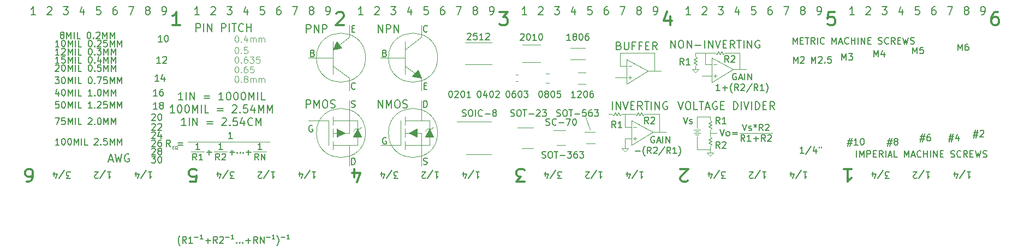
<source format=gbr>
G04 #@! TF.GenerationSoftware,KiCad,Pcbnew,(5.1.4)-1*
G04 #@! TF.CreationDate,2021-11-29T12:53:37-05:00*
G04 #@! TF.ProjectId,ruler,72756c65-722e-46b6-9963-61645f706362,0.1*
G04 #@! TF.SameCoordinates,Original*
G04 #@! TF.FileFunction,Legend,Top*
G04 #@! TF.FilePolarity,Positive*
%FSLAX46Y46*%
G04 Gerber Fmt 4.6, Leading zero omitted, Abs format (unit mm)*
G04 Created by KiCad (PCBNEW (5.1.4)-1) date 2021-11-29 12:53:37*
%MOMM*%
%LPD*%
G04 APERTURE LIST*
%ADD10C,0.150000*%
%ADD11C,0.120000*%
%ADD12C,0.100000*%
%ADD13C,0.200000*%
%ADD14C,0.300000*%
%ADD15C,0.125000*%
G04 APERTURE END LIST*
D10*
X100910476Y-115133333D02*
X100862857Y-115085714D01*
X100767619Y-114942857D01*
X100719999Y-114847619D01*
X100672380Y-114704761D01*
X100624761Y-114466666D01*
X100624761Y-114276190D01*
X100672380Y-114038095D01*
X100719999Y-113895238D01*
X100767619Y-113800000D01*
X100862857Y-113657142D01*
X100910476Y-113609523D01*
X101862857Y-114752380D02*
X101529523Y-114276190D01*
X101291428Y-114752380D02*
X101291428Y-113752380D01*
X101672380Y-113752380D01*
X101767619Y-113800000D01*
X101815238Y-113847619D01*
X101862857Y-113942857D01*
X101862857Y-114085714D01*
X101815238Y-114180952D01*
X101767619Y-114228571D01*
X101672380Y-114276190D01*
X101291428Y-114276190D01*
X102815238Y-114752380D02*
X102243809Y-114752380D01*
X102529523Y-114752380D02*
X102529523Y-113752380D01*
X102434285Y-113895238D01*
X102339047Y-113990476D01*
X102243809Y-114038095D01*
X103148571Y-113847619D02*
X103719999Y-113847619D01*
X104434285Y-114133333D02*
X104053333Y-114133333D01*
X104053333Y-113609523D02*
X104148571Y-113561904D01*
X104243809Y-113466666D01*
X104243809Y-114133333D01*
X104862857Y-114371428D02*
X105624761Y-114371428D01*
X105243809Y-114752380D02*
X105243809Y-113990476D01*
X106672380Y-114752380D02*
X106339047Y-114276190D01*
X106100952Y-114752380D02*
X106100952Y-113752380D01*
X106481904Y-113752380D01*
X106577142Y-113800000D01*
X106624761Y-113847619D01*
X106672380Y-113942857D01*
X106672380Y-114085714D01*
X106624761Y-114180952D01*
X106577142Y-114228571D01*
X106481904Y-114276190D01*
X106100952Y-114276190D01*
X107053333Y-113847619D02*
X107100952Y-113800000D01*
X107196190Y-113752380D01*
X107434285Y-113752380D01*
X107529523Y-113800000D01*
X107577142Y-113847619D01*
X107624761Y-113942857D01*
X107624761Y-114038095D01*
X107577142Y-114180952D01*
X107005714Y-114752380D01*
X107624761Y-114752380D01*
X107958095Y-113847619D02*
X108529523Y-113847619D01*
X109243809Y-114133333D02*
X108862857Y-114133333D01*
X108862857Y-113609523D02*
X108958095Y-113561904D01*
X109053333Y-113466666D01*
X109053333Y-114133333D01*
X109672380Y-114657142D02*
X109719999Y-114704761D01*
X109672380Y-114752380D01*
X109624761Y-114704761D01*
X109672380Y-114657142D01*
X109672380Y-114752380D01*
X110148571Y-114657142D02*
X110196190Y-114704761D01*
X110148571Y-114752380D01*
X110100952Y-114704761D01*
X110148571Y-114657142D01*
X110148571Y-114752380D01*
X110624761Y-114657142D02*
X110672380Y-114704761D01*
X110624761Y-114752380D01*
X110577142Y-114704761D01*
X110624761Y-114657142D01*
X110624761Y-114752380D01*
X111100952Y-114371428D02*
X111862857Y-114371428D01*
X111481904Y-114752380D02*
X111481904Y-113990476D01*
X112910476Y-114752380D02*
X112577142Y-114276190D01*
X112339047Y-114752380D02*
X112339047Y-113752380D01*
X112719999Y-113752380D01*
X112815238Y-113800000D01*
X112862857Y-113847619D01*
X112910476Y-113942857D01*
X112910476Y-114085714D01*
X112862857Y-114180952D01*
X112815238Y-114228571D01*
X112719999Y-114276190D01*
X112339047Y-114276190D01*
X113339047Y-114752380D02*
X113339047Y-113752380D01*
X113910476Y-114752380D01*
X113910476Y-113752380D01*
X114291428Y-113847619D02*
X114862857Y-113847619D01*
X115577142Y-114133333D02*
X115196190Y-114133333D01*
X115196190Y-113609523D02*
X115291428Y-113561904D01*
X115386666Y-113466666D01*
X115386666Y-114133333D01*
X115910476Y-115133333D02*
X115958095Y-115085714D01*
X116053333Y-114942857D01*
X116100952Y-114847619D01*
X116148571Y-114704761D01*
X116196190Y-114466666D01*
X116196190Y-114276190D01*
X116148571Y-114038095D01*
X116100952Y-113895238D01*
X116053333Y-113800000D01*
X115958095Y-113657142D01*
X115910476Y-113609523D01*
X116577142Y-113847619D02*
X117148571Y-113847619D01*
X117862857Y-114133333D02*
X117481904Y-114133333D01*
X117481904Y-113609523D02*
X117577142Y-113561904D01*
X117672380Y-113466666D01*
X117672380Y-114133333D01*
D11*
X102108000Y-99060000D02*
X114808000Y-99060000D01*
D10*
X108997714Y-98496380D02*
X108426285Y-98496380D01*
X108712000Y-98496380D02*
X108712000Y-97496380D01*
X108616761Y-97639238D01*
X108521523Y-97734476D01*
X108426285Y-97782095D01*
X111125047Y-100655428D02*
X111886952Y-100655428D01*
X111506000Y-101036380D02*
X111506000Y-100274476D01*
X108585047Y-100655428D02*
X109346952Y-100655428D01*
X108966000Y-101036380D02*
X108966000Y-100274476D01*
X105029047Y-100655428D02*
X105790952Y-100655428D01*
X105410000Y-101036380D02*
X105410000Y-100274476D01*
D11*
X112268000Y-100584000D02*
X114300000Y-100584000D01*
X106172000Y-100584000D02*
X108204000Y-100584000D01*
D10*
X113569714Y-100211380D02*
X112998285Y-100211380D01*
X113284000Y-100211380D02*
X113284000Y-99211380D01*
X113188761Y-99354238D01*
X113093523Y-99449476D01*
X112998285Y-99497095D01*
X113069714Y-101861380D02*
X112736380Y-101385190D01*
X112498285Y-101861380D02*
X112498285Y-100861380D01*
X112879238Y-100861380D01*
X112974476Y-100909000D01*
X113022095Y-100956619D01*
X113069714Y-101051857D01*
X113069714Y-101194714D01*
X113022095Y-101289952D01*
X112974476Y-101337571D01*
X112879238Y-101385190D01*
X112498285Y-101385190D01*
X113498285Y-101861380D02*
X113498285Y-100861380D01*
X114069714Y-101861380D01*
X114069714Y-100861380D01*
X107473714Y-100211380D02*
X106902285Y-100211380D01*
X107188000Y-100211380D02*
X107188000Y-99211380D01*
X107092761Y-99354238D01*
X106997523Y-99449476D01*
X106902285Y-99497095D01*
X107021333Y-101861380D02*
X106688000Y-101385190D01*
X106449904Y-101861380D02*
X106449904Y-100861380D01*
X106830857Y-100861380D01*
X106926095Y-100909000D01*
X106973714Y-100956619D01*
X107021333Y-101051857D01*
X107021333Y-101194714D01*
X106973714Y-101289952D01*
X106926095Y-101337571D01*
X106830857Y-101385190D01*
X106449904Y-101385190D01*
X107402285Y-100956619D02*
X107449904Y-100909000D01*
X107545142Y-100861380D01*
X107783238Y-100861380D01*
X107878476Y-100909000D01*
X107926095Y-100956619D01*
X107973714Y-101051857D01*
X107973714Y-101147095D01*
X107926095Y-101289952D01*
X107354666Y-101861380D01*
X107973714Y-101861380D01*
X109759809Y-100687142D02*
X109807428Y-100734761D01*
X109759809Y-100782380D01*
X109712190Y-100734761D01*
X109759809Y-100687142D01*
X109759809Y-100782380D01*
X110236000Y-100687142D02*
X110283619Y-100734761D01*
X110236000Y-100782380D01*
X110188380Y-100734761D01*
X110236000Y-100687142D01*
X110236000Y-100782380D01*
X110712190Y-100687142D02*
X110759809Y-100734761D01*
X110712190Y-100782380D01*
X110664571Y-100734761D01*
X110712190Y-100687142D01*
X110712190Y-100782380D01*
D12*
X99706952Y-99913285D02*
X99873619Y-99913285D01*
X99945047Y-100175190D02*
X99706952Y-100175190D01*
X99706952Y-99675190D01*
X99945047Y-99675190D01*
X100492666Y-100222809D02*
X100445047Y-100199000D01*
X100397428Y-100151380D01*
X100326000Y-100079952D01*
X100278380Y-100056142D01*
X100230761Y-100056142D01*
X100254571Y-100175190D02*
X100206952Y-100151380D01*
X100159333Y-100103761D01*
X100135523Y-100008523D01*
X100135523Y-99841857D01*
X100159333Y-99746619D01*
X100206952Y-99699000D01*
X100254571Y-99675190D01*
X100349809Y-99675190D01*
X100397428Y-99699000D01*
X100445047Y-99746619D01*
X100468857Y-99841857D01*
X100468857Y-100008523D01*
X100445047Y-100103761D01*
X100397428Y-100151380D01*
X100349809Y-100175190D01*
X100254571Y-100175190D01*
D11*
X102616000Y-100584000D02*
X104648000Y-100584000D01*
D10*
X99385523Y-99766380D02*
X99052190Y-99290190D01*
X98814095Y-99766380D02*
X98814095Y-98766380D01*
X99195047Y-98766380D01*
X99290285Y-98814000D01*
X99337904Y-98861619D01*
X99385523Y-98956857D01*
X99385523Y-99099714D01*
X99337904Y-99194952D01*
X99290285Y-99242571D01*
X99195047Y-99290190D01*
X98814095Y-99290190D01*
X100576000Y-99242571D02*
X101337904Y-99242571D01*
X101337904Y-99528285D02*
X100576000Y-99528285D01*
X103917714Y-100211380D02*
X103346285Y-100211380D01*
X103632000Y-100211380D02*
X103632000Y-99211380D01*
X103536761Y-99354238D01*
X103441523Y-99449476D01*
X103346285Y-99497095D01*
X103465333Y-101861380D02*
X103132000Y-101385190D01*
X102893904Y-101861380D02*
X102893904Y-100861380D01*
X103274857Y-100861380D01*
X103370095Y-100909000D01*
X103417714Y-100956619D01*
X103465333Y-101051857D01*
X103465333Y-101194714D01*
X103417714Y-101289952D01*
X103370095Y-101337571D01*
X103274857Y-101385190D01*
X102893904Y-101385190D01*
X104417714Y-101861380D02*
X103846285Y-101861380D01*
X104132000Y-101861380D02*
X104132000Y-100861380D01*
X104036761Y-101004238D01*
X103941523Y-101099476D01*
X103846285Y-101147095D01*
D13*
X101343571Y-92522857D02*
X100657857Y-92522857D01*
X101000714Y-92522857D02*
X101000714Y-91322857D01*
X100886428Y-91494285D01*
X100772142Y-91608571D01*
X100657857Y-91665714D01*
X101857857Y-92522857D02*
X101857857Y-91322857D01*
X102429285Y-92522857D02*
X102429285Y-91322857D01*
X103115000Y-92522857D01*
X103115000Y-91322857D01*
X104600714Y-91894285D02*
X105515000Y-91894285D01*
X105515000Y-92237142D02*
X104600714Y-92237142D01*
X107629285Y-92522857D02*
X106943571Y-92522857D01*
X107286428Y-92522857D02*
X107286428Y-91322857D01*
X107172142Y-91494285D01*
X107057857Y-91608571D01*
X106943571Y-91665714D01*
X108372142Y-91322857D02*
X108486428Y-91322857D01*
X108600714Y-91380000D01*
X108657857Y-91437142D01*
X108715000Y-91551428D01*
X108772142Y-91780000D01*
X108772142Y-92065714D01*
X108715000Y-92294285D01*
X108657857Y-92408571D01*
X108600714Y-92465714D01*
X108486428Y-92522857D01*
X108372142Y-92522857D01*
X108257857Y-92465714D01*
X108200714Y-92408571D01*
X108143571Y-92294285D01*
X108086428Y-92065714D01*
X108086428Y-91780000D01*
X108143571Y-91551428D01*
X108200714Y-91437142D01*
X108257857Y-91380000D01*
X108372142Y-91322857D01*
X109515000Y-91322857D02*
X109629285Y-91322857D01*
X109743571Y-91380000D01*
X109800714Y-91437142D01*
X109857857Y-91551428D01*
X109915000Y-91780000D01*
X109915000Y-92065714D01*
X109857857Y-92294285D01*
X109800714Y-92408571D01*
X109743571Y-92465714D01*
X109629285Y-92522857D01*
X109515000Y-92522857D01*
X109400714Y-92465714D01*
X109343571Y-92408571D01*
X109286428Y-92294285D01*
X109229285Y-92065714D01*
X109229285Y-91780000D01*
X109286428Y-91551428D01*
X109343571Y-91437142D01*
X109400714Y-91380000D01*
X109515000Y-91322857D01*
X110657857Y-91322857D02*
X110772142Y-91322857D01*
X110886428Y-91380000D01*
X110943571Y-91437142D01*
X111000714Y-91551428D01*
X111057857Y-91780000D01*
X111057857Y-92065714D01*
X111000714Y-92294285D01*
X110943571Y-92408571D01*
X110886428Y-92465714D01*
X110772142Y-92522857D01*
X110657857Y-92522857D01*
X110543571Y-92465714D01*
X110486428Y-92408571D01*
X110429285Y-92294285D01*
X110372142Y-92065714D01*
X110372142Y-91780000D01*
X110429285Y-91551428D01*
X110486428Y-91437142D01*
X110543571Y-91380000D01*
X110657857Y-91322857D01*
X111572142Y-92522857D02*
X111572142Y-91322857D01*
X111972142Y-92180000D01*
X112372142Y-91322857D01*
X112372142Y-92522857D01*
X112943571Y-92522857D02*
X112943571Y-91322857D01*
X114086428Y-92522857D02*
X113515000Y-92522857D01*
X113515000Y-91322857D01*
X100029285Y-94522857D02*
X99343571Y-94522857D01*
X99686428Y-94522857D02*
X99686428Y-93322857D01*
X99572142Y-93494285D01*
X99457857Y-93608571D01*
X99343571Y-93665714D01*
X100772142Y-93322857D02*
X100886428Y-93322857D01*
X101000714Y-93380000D01*
X101057857Y-93437142D01*
X101115000Y-93551428D01*
X101172142Y-93780000D01*
X101172142Y-94065714D01*
X101115000Y-94294285D01*
X101057857Y-94408571D01*
X101000714Y-94465714D01*
X100886428Y-94522857D01*
X100772142Y-94522857D01*
X100657857Y-94465714D01*
X100600714Y-94408571D01*
X100543571Y-94294285D01*
X100486428Y-94065714D01*
X100486428Y-93780000D01*
X100543571Y-93551428D01*
X100600714Y-93437142D01*
X100657857Y-93380000D01*
X100772142Y-93322857D01*
X101915000Y-93322857D02*
X102029285Y-93322857D01*
X102143571Y-93380000D01*
X102200714Y-93437142D01*
X102257857Y-93551428D01*
X102315000Y-93780000D01*
X102315000Y-94065714D01*
X102257857Y-94294285D01*
X102200714Y-94408571D01*
X102143571Y-94465714D01*
X102029285Y-94522857D01*
X101915000Y-94522857D01*
X101800714Y-94465714D01*
X101743571Y-94408571D01*
X101686428Y-94294285D01*
X101629285Y-94065714D01*
X101629285Y-93780000D01*
X101686428Y-93551428D01*
X101743571Y-93437142D01*
X101800714Y-93380000D01*
X101915000Y-93322857D01*
X102829285Y-94522857D02*
X102829285Y-93322857D01*
X103229285Y-94180000D01*
X103629285Y-93322857D01*
X103629285Y-94522857D01*
X104200714Y-94522857D02*
X104200714Y-93322857D01*
X105343571Y-94522857D02*
X104772142Y-94522857D01*
X104772142Y-93322857D01*
X106657857Y-93894285D02*
X107572142Y-93894285D01*
X107572142Y-94237142D02*
X106657857Y-94237142D01*
X109000714Y-93437142D02*
X109057857Y-93380000D01*
X109172142Y-93322857D01*
X109457857Y-93322857D01*
X109572142Y-93380000D01*
X109629285Y-93437142D01*
X109686428Y-93551428D01*
X109686428Y-93665714D01*
X109629285Y-93837142D01*
X108943571Y-94522857D01*
X109686428Y-94522857D01*
X110200714Y-94408571D02*
X110257857Y-94465714D01*
X110200714Y-94522857D01*
X110143571Y-94465714D01*
X110200714Y-94408571D01*
X110200714Y-94522857D01*
X111343571Y-93322857D02*
X110772142Y-93322857D01*
X110715000Y-93894285D01*
X110772142Y-93837142D01*
X110886428Y-93780000D01*
X111172142Y-93780000D01*
X111286428Y-93837142D01*
X111343571Y-93894285D01*
X111400714Y-94008571D01*
X111400714Y-94294285D01*
X111343571Y-94408571D01*
X111286428Y-94465714D01*
X111172142Y-94522857D01*
X110886428Y-94522857D01*
X110772142Y-94465714D01*
X110715000Y-94408571D01*
X112429285Y-93722857D02*
X112429285Y-94522857D01*
X112143571Y-93265714D02*
X111857857Y-94122857D01*
X112600714Y-94122857D01*
X113057857Y-94522857D02*
X113057857Y-93322857D01*
X113457857Y-94180000D01*
X113857857Y-93322857D01*
X113857857Y-94522857D01*
X114429285Y-94522857D02*
X114429285Y-93322857D01*
X114829285Y-94180000D01*
X115229285Y-93322857D01*
X115229285Y-94522857D01*
X101800714Y-96522857D02*
X101115000Y-96522857D01*
X101457857Y-96522857D02*
X101457857Y-95322857D01*
X101343571Y-95494285D01*
X101229285Y-95608571D01*
X101115000Y-95665714D01*
X102315000Y-96522857D02*
X102315000Y-95322857D01*
X102886428Y-96522857D02*
X102886428Y-95322857D01*
X103572142Y-96522857D01*
X103572142Y-95322857D01*
X105057857Y-95894285D02*
X105972142Y-95894285D01*
X105972142Y-96237142D02*
X105057857Y-96237142D01*
X107400714Y-95437142D02*
X107457857Y-95380000D01*
X107572142Y-95322857D01*
X107857857Y-95322857D01*
X107972142Y-95380000D01*
X108029285Y-95437142D01*
X108086428Y-95551428D01*
X108086428Y-95665714D01*
X108029285Y-95837142D01*
X107343571Y-96522857D01*
X108086428Y-96522857D01*
X108600714Y-96408571D02*
X108657857Y-96465714D01*
X108600714Y-96522857D01*
X108543571Y-96465714D01*
X108600714Y-96408571D01*
X108600714Y-96522857D01*
X109743571Y-95322857D02*
X109172142Y-95322857D01*
X109115000Y-95894285D01*
X109172142Y-95837142D01*
X109286428Y-95780000D01*
X109572142Y-95780000D01*
X109686428Y-95837142D01*
X109743571Y-95894285D01*
X109800714Y-96008571D01*
X109800714Y-96294285D01*
X109743571Y-96408571D01*
X109686428Y-96465714D01*
X109572142Y-96522857D01*
X109286428Y-96522857D01*
X109172142Y-96465714D01*
X109115000Y-96408571D01*
X110829285Y-95722857D02*
X110829285Y-96522857D01*
X110543571Y-95265714D02*
X110257857Y-96122857D01*
X111000714Y-96122857D01*
X112143571Y-96408571D02*
X112086428Y-96465714D01*
X111915000Y-96522857D01*
X111800714Y-96522857D01*
X111629285Y-96465714D01*
X111515000Y-96351428D01*
X111457857Y-96237142D01*
X111400714Y-96008571D01*
X111400714Y-95837142D01*
X111457857Y-95608571D01*
X111515000Y-95494285D01*
X111629285Y-95380000D01*
X111800714Y-95322857D01*
X111915000Y-95322857D01*
X112086428Y-95380000D01*
X112143571Y-95437142D01*
X112657857Y-96522857D02*
X112657857Y-95322857D01*
X113057857Y-96180000D01*
X113457857Y-95322857D01*
X113457857Y-96522857D01*
D11*
X163830000Y-95250000D02*
X164465000Y-97155000D01*
D10*
X157662857Y-96416761D02*
X157805714Y-96464380D01*
X158043809Y-96464380D01*
X158139047Y-96416761D01*
X158186666Y-96369142D01*
X158234285Y-96273904D01*
X158234285Y-96178666D01*
X158186666Y-96083428D01*
X158139047Y-96035809D01*
X158043809Y-95988190D01*
X157853333Y-95940571D01*
X157758095Y-95892952D01*
X157710476Y-95845333D01*
X157662857Y-95750095D01*
X157662857Y-95654857D01*
X157710476Y-95559619D01*
X157758095Y-95512000D01*
X157853333Y-95464380D01*
X158091428Y-95464380D01*
X158234285Y-95512000D01*
X159234285Y-96369142D02*
X159186666Y-96416761D01*
X159043809Y-96464380D01*
X158948571Y-96464380D01*
X158805714Y-96416761D01*
X158710476Y-96321523D01*
X158662857Y-96226285D01*
X158615238Y-96035809D01*
X158615238Y-95892952D01*
X158662857Y-95702476D01*
X158710476Y-95607238D01*
X158805714Y-95512000D01*
X158948571Y-95464380D01*
X159043809Y-95464380D01*
X159186666Y-95512000D01*
X159234285Y-95559619D01*
X159662857Y-96083428D02*
X160424761Y-96083428D01*
X160805714Y-95464380D02*
X161472380Y-95464380D01*
X161043809Y-96464380D01*
X162043809Y-95464380D02*
X162139047Y-95464380D01*
X162234285Y-95512000D01*
X162281904Y-95559619D01*
X162329523Y-95654857D01*
X162377142Y-95845333D01*
X162377142Y-96083428D01*
X162329523Y-96273904D01*
X162281904Y-96369142D01*
X162234285Y-96416761D01*
X162139047Y-96464380D01*
X162043809Y-96464380D01*
X161948571Y-96416761D01*
X161900952Y-96369142D01*
X161853333Y-96273904D01*
X161805714Y-96083428D01*
X161805714Y-95845333D01*
X161853333Y-95654857D01*
X161900952Y-95559619D01*
X161948571Y-95512000D01*
X162043809Y-95464380D01*
D13*
X178159714Y-92814857D02*
X178559714Y-94014857D01*
X178959714Y-92814857D01*
X179588285Y-92814857D02*
X179816857Y-92814857D01*
X179931142Y-92872000D01*
X180045428Y-92986285D01*
X180102571Y-93214857D01*
X180102571Y-93614857D01*
X180045428Y-93843428D01*
X179931142Y-93957714D01*
X179816857Y-94014857D01*
X179588285Y-94014857D01*
X179474000Y-93957714D01*
X179359714Y-93843428D01*
X179302571Y-93614857D01*
X179302571Y-93214857D01*
X179359714Y-92986285D01*
X179474000Y-92872000D01*
X179588285Y-92814857D01*
X181188285Y-94014857D02*
X180616857Y-94014857D01*
X180616857Y-92814857D01*
X181416857Y-92814857D02*
X182102571Y-92814857D01*
X181759714Y-94014857D02*
X181759714Y-92814857D01*
X182445428Y-93672000D02*
X183016857Y-93672000D01*
X182331142Y-94014857D02*
X182731142Y-92814857D01*
X183131142Y-94014857D01*
X184159714Y-92872000D02*
X184045428Y-92814857D01*
X183874000Y-92814857D01*
X183702571Y-92872000D01*
X183588285Y-92986285D01*
X183531142Y-93100571D01*
X183474000Y-93329142D01*
X183474000Y-93500571D01*
X183531142Y-93729142D01*
X183588285Y-93843428D01*
X183702571Y-93957714D01*
X183874000Y-94014857D01*
X183988285Y-94014857D01*
X184159714Y-93957714D01*
X184216857Y-93900571D01*
X184216857Y-93500571D01*
X183988285Y-93500571D01*
X184731142Y-93386285D02*
X185131142Y-93386285D01*
X185302571Y-94014857D02*
X184731142Y-94014857D01*
X184731142Y-92814857D01*
X185302571Y-92814857D01*
X186731142Y-94014857D02*
X186731142Y-92814857D01*
X187016857Y-92814857D01*
X187188285Y-92872000D01*
X187302571Y-92986285D01*
X187359714Y-93100571D01*
X187416857Y-93329142D01*
X187416857Y-93500571D01*
X187359714Y-93729142D01*
X187302571Y-93843428D01*
X187188285Y-93957714D01*
X187016857Y-94014857D01*
X186731142Y-94014857D01*
X187931142Y-94014857D02*
X187931142Y-92814857D01*
X188331142Y-92814857D02*
X188731142Y-94014857D01*
X189131142Y-92814857D01*
X189531142Y-94014857D02*
X189531142Y-92814857D01*
X190102571Y-94014857D02*
X190102571Y-92814857D01*
X190388285Y-92814857D01*
X190559714Y-92872000D01*
X190674000Y-92986285D01*
X190731142Y-93100571D01*
X190788285Y-93329142D01*
X190788285Y-93500571D01*
X190731142Y-93729142D01*
X190674000Y-93843428D01*
X190559714Y-93957714D01*
X190388285Y-94014857D01*
X190102571Y-94014857D01*
X191302571Y-93386285D02*
X191702571Y-93386285D01*
X191874000Y-94014857D02*
X191302571Y-94014857D01*
X191302571Y-92814857D01*
X191874000Y-92814857D01*
X193074000Y-94014857D02*
X192674000Y-93443428D01*
X192388285Y-94014857D02*
X192388285Y-92814857D01*
X192845428Y-92814857D01*
X192959714Y-92872000D01*
X193016857Y-92929142D01*
X193074000Y-93043428D01*
X193074000Y-93214857D01*
X193016857Y-93329142D01*
X192959714Y-93386285D01*
X192845428Y-93443428D01*
X192388285Y-93443428D01*
D11*
X187706000Y-97663000D02*
X192786000Y-97663000D01*
D10*
X121419904Y-96528000D02*
X121324666Y-96480380D01*
X121181809Y-96480380D01*
X121038952Y-96528000D01*
X120943714Y-96623238D01*
X120896095Y-96718476D01*
X120848476Y-96908952D01*
X120848476Y-97051809D01*
X120896095Y-97242285D01*
X120943714Y-97337523D01*
X121038952Y-97432761D01*
X121181809Y-97480380D01*
X121277047Y-97480380D01*
X121419904Y-97432761D01*
X121467523Y-97385142D01*
X121467523Y-97051809D01*
X121277047Y-97051809D01*
D13*
X222770714Y-78597142D02*
X222656428Y-78540000D01*
X222599285Y-78482857D01*
X222542142Y-78368571D01*
X222542142Y-78311428D01*
X222599285Y-78197142D01*
X222656428Y-78140000D01*
X222770714Y-78082857D01*
X222999285Y-78082857D01*
X223113571Y-78140000D01*
X223170714Y-78197142D01*
X223227857Y-78311428D01*
X223227857Y-78368571D01*
X223170714Y-78482857D01*
X223113571Y-78540000D01*
X222999285Y-78597142D01*
X222770714Y-78597142D01*
X222656428Y-78654285D01*
X222599285Y-78711428D01*
X222542142Y-78825714D01*
X222542142Y-79054285D01*
X222599285Y-79168571D01*
X222656428Y-79225714D01*
X222770714Y-79282857D01*
X222999285Y-79282857D01*
X223113571Y-79225714D01*
X223170714Y-79168571D01*
X223227857Y-79054285D01*
X223227857Y-78825714D01*
X223170714Y-78711428D01*
X223113571Y-78654285D01*
X222999285Y-78597142D01*
X205447857Y-79282857D02*
X204762142Y-79282857D01*
X205105000Y-79282857D02*
X205105000Y-78082857D01*
X204990714Y-78254285D01*
X204876428Y-78368571D01*
X204762142Y-78425714D01*
X218033571Y-78082857D02*
X217805000Y-78082857D01*
X217690714Y-78140000D01*
X217633571Y-78197142D01*
X217519285Y-78368571D01*
X217462142Y-78597142D01*
X217462142Y-79054285D01*
X217519285Y-79168571D01*
X217576428Y-79225714D01*
X217690714Y-79282857D01*
X217919285Y-79282857D01*
X218033571Y-79225714D01*
X218090714Y-79168571D01*
X218147857Y-79054285D01*
X218147857Y-78768571D01*
X218090714Y-78654285D01*
X218033571Y-78597142D01*
X217919285Y-78540000D01*
X217690714Y-78540000D01*
X217576428Y-78597142D01*
X217519285Y-78654285D01*
X217462142Y-78768571D01*
X209785000Y-78082857D02*
X210527857Y-78082857D01*
X210127857Y-78540000D01*
X210299285Y-78540000D01*
X210413571Y-78597142D01*
X210470714Y-78654285D01*
X210527857Y-78768571D01*
X210527857Y-79054285D01*
X210470714Y-79168571D01*
X210413571Y-79225714D01*
X210299285Y-79282857D01*
X209956428Y-79282857D01*
X209842142Y-79225714D01*
X209785000Y-79168571D01*
X212953571Y-78482857D02*
X212953571Y-79282857D01*
X212667857Y-78025714D02*
X212382142Y-78882857D01*
X213125000Y-78882857D01*
X207302142Y-78197142D02*
X207359285Y-78140000D01*
X207473571Y-78082857D01*
X207759285Y-78082857D01*
X207873571Y-78140000D01*
X207930714Y-78197142D01*
X207987857Y-78311428D01*
X207987857Y-78425714D01*
X207930714Y-78597142D01*
X207245000Y-79282857D01*
X207987857Y-79282857D01*
X219945000Y-78082857D02*
X220745000Y-78082857D01*
X220230714Y-79282857D01*
X215550714Y-78082857D02*
X214979285Y-78082857D01*
X214922142Y-78654285D01*
X214979285Y-78597142D01*
X215093571Y-78540000D01*
X215379285Y-78540000D01*
X215493571Y-78597142D01*
X215550714Y-78654285D01*
X215607857Y-78768571D01*
X215607857Y-79054285D01*
X215550714Y-79168571D01*
X215493571Y-79225714D01*
X215379285Y-79282857D01*
X215093571Y-79282857D01*
X214979285Y-79225714D01*
X214922142Y-79168571D01*
X225196428Y-79282857D02*
X225425000Y-79282857D01*
X225539285Y-79225714D01*
X225596428Y-79168571D01*
X225710714Y-78997142D01*
X225767857Y-78768571D01*
X225767857Y-78311428D01*
X225710714Y-78197142D01*
X225653571Y-78140000D01*
X225539285Y-78082857D01*
X225310714Y-78082857D01*
X225196428Y-78140000D01*
X225139285Y-78197142D01*
X225082142Y-78311428D01*
X225082142Y-78597142D01*
X225139285Y-78711428D01*
X225196428Y-78768571D01*
X225310714Y-78825714D01*
X225539285Y-78825714D01*
X225653571Y-78768571D01*
X225710714Y-78711428D01*
X225767857Y-78597142D01*
X197370714Y-78597142D02*
X197256428Y-78540000D01*
X197199285Y-78482857D01*
X197142142Y-78368571D01*
X197142142Y-78311428D01*
X197199285Y-78197142D01*
X197256428Y-78140000D01*
X197370714Y-78082857D01*
X197599285Y-78082857D01*
X197713571Y-78140000D01*
X197770714Y-78197142D01*
X197827857Y-78311428D01*
X197827857Y-78368571D01*
X197770714Y-78482857D01*
X197713571Y-78540000D01*
X197599285Y-78597142D01*
X197370714Y-78597142D01*
X197256428Y-78654285D01*
X197199285Y-78711428D01*
X197142142Y-78825714D01*
X197142142Y-79054285D01*
X197199285Y-79168571D01*
X197256428Y-79225714D01*
X197370714Y-79282857D01*
X197599285Y-79282857D01*
X197713571Y-79225714D01*
X197770714Y-79168571D01*
X197827857Y-79054285D01*
X197827857Y-78825714D01*
X197770714Y-78711428D01*
X197713571Y-78654285D01*
X197599285Y-78597142D01*
X180047857Y-79282857D02*
X179362142Y-79282857D01*
X179705000Y-79282857D02*
X179705000Y-78082857D01*
X179590714Y-78254285D01*
X179476428Y-78368571D01*
X179362142Y-78425714D01*
X192633571Y-78082857D02*
X192405000Y-78082857D01*
X192290714Y-78140000D01*
X192233571Y-78197142D01*
X192119285Y-78368571D01*
X192062142Y-78597142D01*
X192062142Y-79054285D01*
X192119285Y-79168571D01*
X192176428Y-79225714D01*
X192290714Y-79282857D01*
X192519285Y-79282857D01*
X192633571Y-79225714D01*
X192690714Y-79168571D01*
X192747857Y-79054285D01*
X192747857Y-78768571D01*
X192690714Y-78654285D01*
X192633571Y-78597142D01*
X192519285Y-78540000D01*
X192290714Y-78540000D01*
X192176428Y-78597142D01*
X192119285Y-78654285D01*
X192062142Y-78768571D01*
X184385000Y-78082857D02*
X185127857Y-78082857D01*
X184727857Y-78540000D01*
X184899285Y-78540000D01*
X185013571Y-78597142D01*
X185070714Y-78654285D01*
X185127857Y-78768571D01*
X185127857Y-79054285D01*
X185070714Y-79168571D01*
X185013571Y-79225714D01*
X184899285Y-79282857D01*
X184556428Y-79282857D01*
X184442142Y-79225714D01*
X184385000Y-79168571D01*
X187553571Y-78482857D02*
X187553571Y-79282857D01*
X187267857Y-78025714D02*
X186982142Y-78882857D01*
X187725000Y-78882857D01*
X181902142Y-78197142D02*
X181959285Y-78140000D01*
X182073571Y-78082857D01*
X182359285Y-78082857D01*
X182473571Y-78140000D01*
X182530714Y-78197142D01*
X182587857Y-78311428D01*
X182587857Y-78425714D01*
X182530714Y-78597142D01*
X181845000Y-79282857D01*
X182587857Y-79282857D01*
X194545000Y-78082857D02*
X195345000Y-78082857D01*
X194830714Y-79282857D01*
X190150714Y-78082857D02*
X189579285Y-78082857D01*
X189522142Y-78654285D01*
X189579285Y-78597142D01*
X189693571Y-78540000D01*
X189979285Y-78540000D01*
X190093571Y-78597142D01*
X190150714Y-78654285D01*
X190207857Y-78768571D01*
X190207857Y-79054285D01*
X190150714Y-79168571D01*
X190093571Y-79225714D01*
X189979285Y-79282857D01*
X189693571Y-79282857D01*
X189579285Y-79225714D01*
X189522142Y-79168571D01*
X199796428Y-79282857D02*
X200025000Y-79282857D01*
X200139285Y-79225714D01*
X200196428Y-79168571D01*
X200310714Y-78997142D01*
X200367857Y-78768571D01*
X200367857Y-78311428D01*
X200310714Y-78197142D01*
X200253571Y-78140000D01*
X200139285Y-78082857D01*
X199910714Y-78082857D01*
X199796428Y-78140000D01*
X199739285Y-78197142D01*
X199682142Y-78311428D01*
X199682142Y-78597142D01*
X199739285Y-78711428D01*
X199796428Y-78768571D01*
X199910714Y-78825714D01*
X200139285Y-78825714D01*
X200253571Y-78768571D01*
X200310714Y-78711428D01*
X200367857Y-78597142D01*
X171970714Y-78597142D02*
X171856428Y-78540000D01*
X171799285Y-78482857D01*
X171742142Y-78368571D01*
X171742142Y-78311428D01*
X171799285Y-78197142D01*
X171856428Y-78140000D01*
X171970714Y-78082857D01*
X172199285Y-78082857D01*
X172313571Y-78140000D01*
X172370714Y-78197142D01*
X172427857Y-78311428D01*
X172427857Y-78368571D01*
X172370714Y-78482857D01*
X172313571Y-78540000D01*
X172199285Y-78597142D01*
X171970714Y-78597142D01*
X171856428Y-78654285D01*
X171799285Y-78711428D01*
X171742142Y-78825714D01*
X171742142Y-79054285D01*
X171799285Y-79168571D01*
X171856428Y-79225714D01*
X171970714Y-79282857D01*
X172199285Y-79282857D01*
X172313571Y-79225714D01*
X172370714Y-79168571D01*
X172427857Y-79054285D01*
X172427857Y-78825714D01*
X172370714Y-78711428D01*
X172313571Y-78654285D01*
X172199285Y-78597142D01*
X154647857Y-79282857D02*
X153962142Y-79282857D01*
X154305000Y-79282857D02*
X154305000Y-78082857D01*
X154190714Y-78254285D01*
X154076428Y-78368571D01*
X153962142Y-78425714D01*
X167233571Y-78082857D02*
X167005000Y-78082857D01*
X166890714Y-78140000D01*
X166833571Y-78197142D01*
X166719285Y-78368571D01*
X166662142Y-78597142D01*
X166662142Y-79054285D01*
X166719285Y-79168571D01*
X166776428Y-79225714D01*
X166890714Y-79282857D01*
X167119285Y-79282857D01*
X167233571Y-79225714D01*
X167290714Y-79168571D01*
X167347857Y-79054285D01*
X167347857Y-78768571D01*
X167290714Y-78654285D01*
X167233571Y-78597142D01*
X167119285Y-78540000D01*
X166890714Y-78540000D01*
X166776428Y-78597142D01*
X166719285Y-78654285D01*
X166662142Y-78768571D01*
X158985000Y-78082857D02*
X159727857Y-78082857D01*
X159327857Y-78540000D01*
X159499285Y-78540000D01*
X159613571Y-78597142D01*
X159670714Y-78654285D01*
X159727857Y-78768571D01*
X159727857Y-79054285D01*
X159670714Y-79168571D01*
X159613571Y-79225714D01*
X159499285Y-79282857D01*
X159156428Y-79282857D01*
X159042142Y-79225714D01*
X158985000Y-79168571D01*
X162153571Y-78482857D02*
X162153571Y-79282857D01*
X161867857Y-78025714D02*
X161582142Y-78882857D01*
X162325000Y-78882857D01*
X156502142Y-78197142D02*
X156559285Y-78140000D01*
X156673571Y-78082857D01*
X156959285Y-78082857D01*
X157073571Y-78140000D01*
X157130714Y-78197142D01*
X157187857Y-78311428D01*
X157187857Y-78425714D01*
X157130714Y-78597142D01*
X156445000Y-79282857D01*
X157187857Y-79282857D01*
X169145000Y-78082857D02*
X169945000Y-78082857D01*
X169430714Y-79282857D01*
X164750714Y-78082857D02*
X164179285Y-78082857D01*
X164122142Y-78654285D01*
X164179285Y-78597142D01*
X164293571Y-78540000D01*
X164579285Y-78540000D01*
X164693571Y-78597142D01*
X164750714Y-78654285D01*
X164807857Y-78768571D01*
X164807857Y-79054285D01*
X164750714Y-79168571D01*
X164693571Y-79225714D01*
X164579285Y-79282857D01*
X164293571Y-79282857D01*
X164179285Y-79225714D01*
X164122142Y-79168571D01*
X174396428Y-79282857D02*
X174625000Y-79282857D01*
X174739285Y-79225714D01*
X174796428Y-79168571D01*
X174910714Y-78997142D01*
X174967857Y-78768571D01*
X174967857Y-78311428D01*
X174910714Y-78197142D01*
X174853571Y-78140000D01*
X174739285Y-78082857D01*
X174510714Y-78082857D01*
X174396428Y-78140000D01*
X174339285Y-78197142D01*
X174282142Y-78311428D01*
X174282142Y-78597142D01*
X174339285Y-78711428D01*
X174396428Y-78768571D01*
X174510714Y-78825714D01*
X174739285Y-78825714D01*
X174853571Y-78768571D01*
X174910714Y-78711428D01*
X174967857Y-78597142D01*
X146570714Y-78597142D02*
X146456428Y-78540000D01*
X146399285Y-78482857D01*
X146342142Y-78368571D01*
X146342142Y-78311428D01*
X146399285Y-78197142D01*
X146456428Y-78140000D01*
X146570714Y-78082857D01*
X146799285Y-78082857D01*
X146913571Y-78140000D01*
X146970714Y-78197142D01*
X147027857Y-78311428D01*
X147027857Y-78368571D01*
X146970714Y-78482857D01*
X146913571Y-78540000D01*
X146799285Y-78597142D01*
X146570714Y-78597142D01*
X146456428Y-78654285D01*
X146399285Y-78711428D01*
X146342142Y-78825714D01*
X146342142Y-79054285D01*
X146399285Y-79168571D01*
X146456428Y-79225714D01*
X146570714Y-79282857D01*
X146799285Y-79282857D01*
X146913571Y-79225714D01*
X146970714Y-79168571D01*
X147027857Y-79054285D01*
X147027857Y-78825714D01*
X146970714Y-78711428D01*
X146913571Y-78654285D01*
X146799285Y-78597142D01*
X129247857Y-79282857D02*
X128562142Y-79282857D01*
X128905000Y-79282857D02*
X128905000Y-78082857D01*
X128790714Y-78254285D01*
X128676428Y-78368571D01*
X128562142Y-78425714D01*
X141833571Y-78082857D02*
X141605000Y-78082857D01*
X141490714Y-78140000D01*
X141433571Y-78197142D01*
X141319285Y-78368571D01*
X141262142Y-78597142D01*
X141262142Y-79054285D01*
X141319285Y-79168571D01*
X141376428Y-79225714D01*
X141490714Y-79282857D01*
X141719285Y-79282857D01*
X141833571Y-79225714D01*
X141890714Y-79168571D01*
X141947857Y-79054285D01*
X141947857Y-78768571D01*
X141890714Y-78654285D01*
X141833571Y-78597142D01*
X141719285Y-78540000D01*
X141490714Y-78540000D01*
X141376428Y-78597142D01*
X141319285Y-78654285D01*
X141262142Y-78768571D01*
X133585000Y-78082857D02*
X134327857Y-78082857D01*
X133927857Y-78540000D01*
X134099285Y-78540000D01*
X134213571Y-78597142D01*
X134270714Y-78654285D01*
X134327857Y-78768571D01*
X134327857Y-79054285D01*
X134270714Y-79168571D01*
X134213571Y-79225714D01*
X134099285Y-79282857D01*
X133756428Y-79282857D01*
X133642142Y-79225714D01*
X133585000Y-79168571D01*
X136753571Y-78482857D02*
X136753571Y-79282857D01*
X136467857Y-78025714D02*
X136182142Y-78882857D01*
X136925000Y-78882857D01*
X131102142Y-78197142D02*
X131159285Y-78140000D01*
X131273571Y-78082857D01*
X131559285Y-78082857D01*
X131673571Y-78140000D01*
X131730714Y-78197142D01*
X131787857Y-78311428D01*
X131787857Y-78425714D01*
X131730714Y-78597142D01*
X131045000Y-79282857D01*
X131787857Y-79282857D01*
X143745000Y-78082857D02*
X144545000Y-78082857D01*
X144030714Y-79282857D01*
X139350714Y-78082857D02*
X138779285Y-78082857D01*
X138722142Y-78654285D01*
X138779285Y-78597142D01*
X138893571Y-78540000D01*
X139179285Y-78540000D01*
X139293571Y-78597142D01*
X139350714Y-78654285D01*
X139407857Y-78768571D01*
X139407857Y-79054285D01*
X139350714Y-79168571D01*
X139293571Y-79225714D01*
X139179285Y-79282857D01*
X138893571Y-79282857D01*
X138779285Y-79225714D01*
X138722142Y-79168571D01*
X148996428Y-79282857D02*
X149225000Y-79282857D01*
X149339285Y-79225714D01*
X149396428Y-79168571D01*
X149510714Y-78997142D01*
X149567857Y-78768571D01*
X149567857Y-78311428D01*
X149510714Y-78197142D01*
X149453571Y-78140000D01*
X149339285Y-78082857D01*
X149110714Y-78082857D01*
X148996428Y-78140000D01*
X148939285Y-78197142D01*
X148882142Y-78311428D01*
X148882142Y-78597142D01*
X148939285Y-78711428D01*
X148996428Y-78768571D01*
X149110714Y-78825714D01*
X149339285Y-78825714D01*
X149453571Y-78768571D01*
X149510714Y-78711428D01*
X149567857Y-78597142D01*
X121170714Y-78597142D02*
X121056428Y-78540000D01*
X120999285Y-78482857D01*
X120942142Y-78368571D01*
X120942142Y-78311428D01*
X120999285Y-78197142D01*
X121056428Y-78140000D01*
X121170714Y-78082857D01*
X121399285Y-78082857D01*
X121513571Y-78140000D01*
X121570714Y-78197142D01*
X121627857Y-78311428D01*
X121627857Y-78368571D01*
X121570714Y-78482857D01*
X121513571Y-78540000D01*
X121399285Y-78597142D01*
X121170714Y-78597142D01*
X121056428Y-78654285D01*
X120999285Y-78711428D01*
X120942142Y-78825714D01*
X120942142Y-79054285D01*
X120999285Y-79168571D01*
X121056428Y-79225714D01*
X121170714Y-79282857D01*
X121399285Y-79282857D01*
X121513571Y-79225714D01*
X121570714Y-79168571D01*
X121627857Y-79054285D01*
X121627857Y-78825714D01*
X121570714Y-78711428D01*
X121513571Y-78654285D01*
X121399285Y-78597142D01*
X103847857Y-79282857D02*
X103162142Y-79282857D01*
X103505000Y-79282857D02*
X103505000Y-78082857D01*
X103390714Y-78254285D01*
X103276428Y-78368571D01*
X103162142Y-78425714D01*
X116433571Y-78082857D02*
X116205000Y-78082857D01*
X116090714Y-78140000D01*
X116033571Y-78197142D01*
X115919285Y-78368571D01*
X115862142Y-78597142D01*
X115862142Y-79054285D01*
X115919285Y-79168571D01*
X115976428Y-79225714D01*
X116090714Y-79282857D01*
X116319285Y-79282857D01*
X116433571Y-79225714D01*
X116490714Y-79168571D01*
X116547857Y-79054285D01*
X116547857Y-78768571D01*
X116490714Y-78654285D01*
X116433571Y-78597142D01*
X116319285Y-78540000D01*
X116090714Y-78540000D01*
X115976428Y-78597142D01*
X115919285Y-78654285D01*
X115862142Y-78768571D01*
X108185000Y-78082857D02*
X108927857Y-78082857D01*
X108527857Y-78540000D01*
X108699285Y-78540000D01*
X108813571Y-78597142D01*
X108870714Y-78654285D01*
X108927857Y-78768571D01*
X108927857Y-79054285D01*
X108870714Y-79168571D01*
X108813571Y-79225714D01*
X108699285Y-79282857D01*
X108356428Y-79282857D01*
X108242142Y-79225714D01*
X108185000Y-79168571D01*
X111353571Y-78482857D02*
X111353571Y-79282857D01*
X111067857Y-78025714D02*
X110782142Y-78882857D01*
X111525000Y-78882857D01*
X105702142Y-78197142D02*
X105759285Y-78140000D01*
X105873571Y-78082857D01*
X106159285Y-78082857D01*
X106273571Y-78140000D01*
X106330714Y-78197142D01*
X106387857Y-78311428D01*
X106387857Y-78425714D01*
X106330714Y-78597142D01*
X105645000Y-79282857D01*
X106387857Y-79282857D01*
X118345000Y-78082857D02*
X119145000Y-78082857D01*
X118630714Y-79282857D01*
X113950714Y-78082857D02*
X113379285Y-78082857D01*
X113322142Y-78654285D01*
X113379285Y-78597142D01*
X113493571Y-78540000D01*
X113779285Y-78540000D01*
X113893571Y-78597142D01*
X113950714Y-78654285D01*
X114007857Y-78768571D01*
X114007857Y-79054285D01*
X113950714Y-79168571D01*
X113893571Y-79225714D01*
X113779285Y-79282857D01*
X113493571Y-79282857D01*
X113379285Y-79225714D01*
X113322142Y-79168571D01*
X123596428Y-79282857D02*
X123825000Y-79282857D01*
X123939285Y-79225714D01*
X123996428Y-79168571D01*
X124110714Y-78997142D01*
X124167857Y-78768571D01*
X124167857Y-78311428D01*
X124110714Y-78197142D01*
X124053571Y-78140000D01*
X123939285Y-78082857D01*
X123710714Y-78082857D01*
X123596428Y-78140000D01*
X123539285Y-78197142D01*
X123482142Y-78311428D01*
X123482142Y-78597142D01*
X123539285Y-78711428D01*
X123596428Y-78768571D01*
X123710714Y-78825714D01*
X123939285Y-78825714D01*
X124053571Y-78768571D01*
X124110714Y-78711428D01*
X124167857Y-78597142D01*
D10*
X178966904Y-95210380D02*
X179300238Y-96210380D01*
X179633571Y-95210380D01*
X179919285Y-96162761D02*
X180014523Y-96210380D01*
X180205000Y-96210380D01*
X180300238Y-96162761D01*
X180347857Y-96067523D01*
X180347857Y-96019904D01*
X180300238Y-95924666D01*
X180205000Y-95877047D01*
X180062142Y-95877047D01*
X179966904Y-95829428D01*
X179919285Y-95734190D01*
X179919285Y-95686571D01*
X179966904Y-95591333D01*
X180062142Y-95543714D01*
X180205000Y-95543714D01*
X180300238Y-95591333D01*
D11*
X180848000Y-97917000D02*
X181356000Y-97917000D01*
X180594000Y-97663000D02*
X181610000Y-97663000D01*
X180848000Y-97409000D02*
X181356000Y-97409000D01*
X180594000Y-97155000D02*
X181610000Y-97155000D01*
X181102000Y-96901000D02*
X181102000Y-95123000D01*
X181102000Y-100203000D02*
X181102000Y-98171000D01*
X183134000Y-99695000D02*
X183134000Y-100203000D01*
X183134000Y-100203000D02*
X181102000Y-100203000D01*
X183134000Y-95123000D02*
X181102000Y-95123000D01*
D10*
X184650238Y-97115380D02*
X184983571Y-98115380D01*
X185316904Y-97115380D01*
X185793095Y-98115380D02*
X185697857Y-98067761D01*
X185650238Y-98020142D01*
X185602619Y-97924904D01*
X185602619Y-97639190D01*
X185650238Y-97543952D01*
X185697857Y-97496333D01*
X185793095Y-97448714D01*
X185935952Y-97448714D01*
X186031190Y-97496333D01*
X186078809Y-97543952D01*
X186126428Y-97639190D01*
X186126428Y-97924904D01*
X186078809Y-98020142D01*
X186031190Y-98067761D01*
X185935952Y-98115380D01*
X185793095Y-98115380D01*
X186555000Y-97591571D02*
X187316904Y-97591571D01*
X187316904Y-97877285D02*
X186555000Y-97877285D01*
X188150761Y-96290380D02*
X188484095Y-97290380D01*
X188817428Y-96290380D01*
X189103142Y-97242761D02*
X189198380Y-97290380D01*
X189388857Y-97290380D01*
X189484095Y-97242761D01*
X189531714Y-97147523D01*
X189531714Y-97099904D01*
X189484095Y-97004666D01*
X189388857Y-96957047D01*
X189246000Y-96957047D01*
X189150761Y-96909428D01*
X189103142Y-96814190D01*
X189103142Y-96766571D01*
X189150761Y-96671333D01*
X189246000Y-96623714D01*
X189388857Y-96623714D01*
X189484095Y-96671333D01*
X190103142Y-96290380D02*
X190103142Y-96528476D01*
X189865047Y-96433238D02*
X190103142Y-96528476D01*
X190341238Y-96433238D01*
X189960285Y-96718952D02*
X190103142Y-96528476D01*
X190246000Y-96718952D01*
X191293619Y-97290380D02*
X190960285Y-96814190D01*
X190722190Y-97290380D02*
X190722190Y-96290380D01*
X191103142Y-96290380D01*
X191198380Y-96338000D01*
X191246000Y-96385619D01*
X191293619Y-96480857D01*
X191293619Y-96623714D01*
X191246000Y-96718952D01*
X191198380Y-96766571D01*
X191103142Y-96814190D01*
X190722190Y-96814190D01*
X191674571Y-96385619D02*
X191722190Y-96338000D01*
X191817428Y-96290380D01*
X192055523Y-96290380D01*
X192150761Y-96338000D01*
X192198380Y-96385619D01*
X192246000Y-96480857D01*
X192246000Y-96576095D01*
X192198380Y-96718952D01*
X191626952Y-97290380D01*
X192246000Y-97290380D01*
X188484095Y-98940380D02*
X188150761Y-98464190D01*
X187912666Y-98940380D02*
X187912666Y-97940380D01*
X188293619Y-97940380D01*
X188388857Y-97988000D01*
X188436476Y-98035619D01*
X188484095Y-98130857D01*
X188484095Y-98273714D01*
X188436476Y-98368952D01*
X188388857Y-98416571D01*
X188293619Y-98464190D01*
X187912666Y-98464190D01*
X189436476Y-98940380D02*
X188865047Y-98940380D01*
X189150761Y-98940380D02*
X189150761Y-97940380D01*
X189055523Y-98083238D01*
X188960285Y-98178476D01*
X188865047Y-98226095D01*
X189865047Y-98559428D02*
X190626952Y-98559428D01*
X190246000Y-98940380D02*
X190246000Y-98178476D01*
X191674571Y-98940380D02*
X191341238Y-98464190D01*
X191103142Y-98940380D02*
X191103142Y-97940380D01*
X191484095Y-97940380D01*
X191579333Y-97988000D01*
X191626952Y-98035619D01*
X191674571Y-98130857D01*
X191674571Y-98273714D01*
X191626952Y-98368952D01*
X191579333Y-98416571D01*
X191484095Y-98464190D01*
X191103142Y-98464190D01*
X192055523Y-98035619D02*
X192103142Y-97988000D01*
X192198380Y-97940380D01*
X192436476Y-97940380D01*
X192531714Y-97988000D01*
X192579333Y-98035619D01*
X192626952Y-98130857D01*
X192626952Y-98226095D01*
X192579333Y-98368952D01*
X192007904Y-98940380D01*
X192626952Y-98940380D01*
X184618333Y-100020380D02*
X184285000Y-99544190D01*
X184046904Y-100020380D02*
X184046904Y-99020380D01*
X184427857Y-99020380D01*
X184523095Y-99068000D01*
X184570714Y-99115619D01*
X184618333Y-99210857D01*
X184618333Y-99353714D01*
X184570714Y-99448952D01*
X184523095Y-99496571D01*
X184427857Y-99544190D01*
X184046904Y-99544190D01*
X184999285Y-99115619D02*
X185046904Y-99068000D01*
X185142142Y-99020380D01*
X185380238Y-99020380D01*
X185475476Y-99068000D01*
X185523095Y-99115619D01*
X185570714Y-99210857D01*
X185570714Y-99306095D01*
X185523095Y-99448952D01*
X184951666Y-100020380D01*
X185570714Y-100020380D01*
X184618333Y-96210380D02*
X184285000Y-95734190D01*
X184046904Y-96210380D02*
X184046904Y-95210380D01*
X184427857Y-95210380D01*
X184523095Y-95258000D01*
X184570714Y-95305619D01*
X184618333Y-95400857D01*
X184618333Y-95543714D01*
X184570714Y-95638952D01*
X184523095Y-95686571D01*
X184427857Y-95734190D01*
X184046904Y-95734190D01*
X185570714Y-96210380D02*
X184999285Y-96210380D01*
X185285000Y-96210380D02*
X185285000Y-95210380D01*
X185189761Y-95353238D01*
X185094523Y-95448476D01*
X184999285Y-95496095D01*
D11*
X183134000Y-97663000D02*
X184150000Y-97663000D01*
X182626000Y-100711000D02*
X183134000Y-100711000D01*
X183134000Y-101219000D02*
X182626000Y-100711000D01*
X183642000Y-100711000D02*
X183134000Y-101219000D01*
X183134000Y-100711000D02*
X183642000Y-100711000D01*
X183134000Y-100203000D02*
X183134000Y-100711000D01*
X183388000Y-99441000D02*
X183134000Y-99695000D01*
X182880000Y-99187000D02*
X183388000Y-99441000D01*
X183388000Y-98933000D02*
X182880000Y-99187000D01*
X182880000Y-98679000D02*
X183388000Y-98933000D01*
X183388000Y-98425000D02*
X182880000Y-98679000D01*
X183134000Y-98171000D02*
X183388000Y-98425000D01*
X183134000Y-97155000D02*
X183134000Y-98171000D01*
X183388000Y-96901000D02*
X183134000Y-97155000D01*
X182880000Y-96647000D02*
X183388000Y-96901000D01*
X183388000Y-96393000D02*
X182880000Y-96647000D01*
X182880000Y-96139000D02*
X183388000Y-96393000D01*
X183388000Y-95885000D02*
X182880000Y-96139000D01*
X183134000Y-95631000D02*
X183388000Y-95885000D01*
X183134000Y-95123000D02*
X183134000Y-95631000D01*
X138303000Y-95758000D02*
X138303000Y-92583000D01*
X135128000Y-99568000D02*
X131953000Y-99568000D01*
X135128000Y-95758000D02*
X135128000Y-99568000D01*
X135763000Y-97028000D02*
X135763000Y-98298000D01*
X140843000Y-97663000D02*
G75*
G03X140843000Y-97663000I-3810000J0D01*
G01*
X138303000Y-100838000D02*
X138303000Y-102743000D01*
X135763000Y-96393000D02*
X135763000Y-95123000D01*
D12*
G36*
X140208000Y-98298000D02*
G01*
X138938000Y-98298000D01*
X139573000Y-97028000D01*
X140208000Y-98298000D01*
G37*
X140208000Y-98298000D02*
X138938000Y-98298000D01*
X139573000Y-97028000D01*
X140208000Y-98298000D01*
D11*
X139573000Y-98298000D02*
X139573000Y-97028000D01*
X138303000Y-99568000D02*
X138303000Y-97663000D01*
X139573000Y-97028000D02*
X139890500Y-97028000D01*
X137668000Y-97663000D02*
X138303000Y-97663000D01*
X138303000Y-99568000D02*
X138303000Y-100838000D01*
X139573000Y-97028000D02*
X139255500Y-97028000D01*
X139573000Y-95758000D02*
X139573000Y-97028000D01*
D12*
G36*
X137668000Y-98298000D02*
G01*
X136398000Y-97663000D01*
X137668000Y-97028000D01*
X137668000Y-98298000D01*
G37*
X137668000Y-98298000D02*
X136398000Y-97663000D01*
X137668000Y-97028000D01*
X137668000Y-98298000D01*
D11*
X139573000Y-95758000D02*
X138303000Y-95758000D01*
X139573000Y-99568000D02*
X139573000Y-98298000D01*
X135763000Y-97663000D02*
X136398000Y-97663000D01*
X135763000Y-95758000D02*
X138303000Y-95758000D01*
X135763000Y-99568000D02*
X138303000Y-99568000D01*
X135763000Y-98933000D02*
X135763000Y-100203000D01*
X138303000Y-99568000D02*
X139573000Y-99568000D01*
X139255500Y-97028000D02*
X138938000Y-97345500D01*
X139890500Y-97028000D02*
X140208000Y-96710500D01*
D10*
X138676095Y-93670380D02*
X138676095Y-92670380D01*
X138914190Y-92670380D01*
X139057047Y-92718000D01*
X139152285Y-92813238D01*
X139199904Y-92908476D01*
X139247523Y-93098952D01*
X139247523Y-93241809D01*
X139199904Y-93432285D01*
X139152285Y-93527523D01*
X139057047Y-93622761D01*
X138914190Y-93670380D01*
X138676095Y-93670380D01*
D13*
X131629428Y-93760857D02*
X131629428Y-92560857D01*
X132315142Y-93760857D01*
X132315142Y-92560857D01*
X132886571Y-93760857D02*
X132886571Y-92560857D01*
X133286571Y-93418000D01*
X133686571Y-92560857D01*
X133686571Y-93760857D01*
X134486571Y-92560857D02*
X134715142Y-92560857D01*
X134829428Y-92618000D01*
X134943714Y-92732285D01*
X135000857Y-92960857D01*
X135000857Y-93360857D01*
X134943714Y-93589428D01*
X134829428Y-93703714D01*
X134715142Y-93760857D01*
X134486571Y-93760857D01*
X134372285Y-93703714D01*
X134258000Y-93589428D01*
X134200857Y-93360857D01*
X134200857Y-92960857D01*
X134258000Y-92732285D01*
X134372285Y-92618000D01*
X134486571Y-92560857D01*
X135458000Y-93703714D02*
X135629428Y-93760857D01*
X135915142Y-93760857D01*
X136029428Y-93703714D01*
X136086571Y-93646571D01*
X136143714Y-93532285D01*
X136143714Y-93418000D01*
X136086571Y-93303714D01*
X136029428Y-93246571D01*
X135915142Y-93189428D01*
X135686571Y-93132285D01*
X135572285Y-93075142D01*
X135515142Y-93018000D01*
X135458000Y-92903714D01*
X135458000Y-92789428D01*
X135515142Y-92675142D01*
X135572285Y-92618000D01*
X135686571Y-92560857D01*
X135972285Y-92560857D01*
X136143714Y-92618000D01*
D10*
X138652285Y-102512761D02*
X138795142Y-102560380D01*
X139033238Y-102560380D01*
X139128476Y-102512761D01*
X139176095Y-102465142D01*
X139223714Y-102369904D01*
X139223714Y-102274666D01*
X139176095Y-102179428D01*
X139128476Y-102131809D01*
X139033238Y-102084190D01*
X138842761Y-102036571D01*
X138747523Y-101988952D01*
X138699904Y-101941333D01*
X138652285Y-101846095D01*
X138652285Y-101750857D01*
X138699904Y-101655619D01*
X138747523Y-101608000D01*
X138842761Y-101560380D01*
X139080857Y-101560380D01*
X139223714Y-101608000D01*
X132849904Y-98433000D02*
X132754666Y-98385380D01*
X132611809Y-98385380D01*
X132468952Y-98433000D01*
X132373714Y-98528238D01*
X132326095Y-98623476D01*
X132278476Y-98813952D01*
X132278476Y-98956809D01*
X132326095Y-99147285D01*
X132373714Y-99242523D01*
X132468952Y-99337761D01*
X132611809Y-99385380D01*
X132707047Y-99385380D01*
X132849904Y-99337761D01*
X132897523Y-99290142D01*
X132897523Y-98956809D01*
X132707047Y-98956809D01*
D11*
X128714500Y-97028000D02*
X129032000Y-96710500D01*
X128079500Y-97028000D02*
X127762000Y-97345500D01*
X128397000Y-97028000D02*
X128714500Y-97028000D01*
X128397000Y-97028000D02*
X128079500Y-97028000D01*
X128397000Y-95758000D02*
X127127000Y-95758000D01*
X128397000Y-95758000D02*
X128397000Y-97028000D01*
X128397000Y-98298000D02*
X128397000Y-97028000D01*
X128397000Y-99568000D02*
X128397000Y-98298000D01*
X127127000Y-99568000D02*
X128397000Y-99568000D01*
D12*
G36*
X129032000Y-98298000D02*
G01*
X127762000Y-98298000D01*
X128397000Y-97028000D01*
X129032000Y-98298000D01*
G37*
X129032000Y-98298000D02*
X127762000Y-98298000D01*
X128397000Y-97028000D01*
X129032000Y-98298000D01*
D11*
X127127000Y-99568000D02*
X127127000Y-100838000D01*
X124587000Y-99568000D02*
X127127000Y-99568000D01*
X124587000Y-95758000D02*
X127127000Y-95758000D01*
X127127000Y-97663000D02*
X127127000Y-94488000D01*
X126492000Y-97663000D02*
X127127000Y-97663000D01*
D12*
G36*
X126492000Y-97663000D02*
G01*
X125222000Y-98298000D01*
X125222000Y-97028000D01*
X126492000Y-97663000D01*
G37*
X126492000Y-97663000D02*
X125222000Y-98298000D01*
X125222000Y-97028000D01*
X126492000Y-97663000D01*
D11*
X124587000Y-97663000D02*
X125222000Y-97663000D01*
X124587000Y-98933000D02*
X124587000Y-100203000D01*
X124587000Y-96393000D02*
X124587000Y-95123000D01*
X124587000Y-97028000D02*
X124587000Y-98298000D01*
X123952000Y-95758000D02*
X120777000Y-95758000D01*
X123952000Y-95758000D02*
X123952000Y-99568000D01*
X127127000Y-94488000D02*
X127127000Y-92583000D01*
X129667000Y-97663000D02*
G75*
G03X129667000Y-97663000I-3810000J0D01*
G01*
X127127000Y-100838000D02*
X127127000Y-102743000D01*
D13*
X120482000Y-93760857D02*
X120482000Y-92560857D01*
X120939142Y-92560857D01*
X121053428Y-92618000D01*
X121110571Y-92675142D01*
X121167714Y-92789428D01*
X121167714Y-92960857D01*
X121110571Y-93075142D01*
X121053428Y-93132285D01*
X120939142Y-93189428D01*
X120482000Y-93189428D01*
X121682000Y-93760857D02*
X121682000Y-92560857D01*
X122082000Y-93418000D01*
X122482000Y-92560857D01*
X122482000Y-93760857D01*
X123282000Y-92560857D02*
X123510571Y-92560857D01*
X123624857Y-92618000D01*
X123739142Y-92732285D01*
X123796285Y-92960857D01*
X123796285Y-93360857D01*
X123739142Y-93589428D01*
X123624857Y-93703714D01*
X123510571Y-93760857D01*
X123282000Y-93760857D01*
X123167714Y-93703714D01*
X123053428Y-93589428D01*
X122996285Y-93360857D01*
X122996285Y-92960857D01*
X123053428Y-92732285D01*
X123167714Y-92618000D01*
X123282000Y-92560857D01*
X124253428Y-93703714D02*
X124424857Y-93760857D01*
X124710571Y-93760857D01*
X124824857Y-93703714D01*
X124882000Y-93646571D01*
X124939142Y-93532285D01*
X124939142Y-93418000D01*
X124882000Y-93303714D01*
X124824857Y-93246571D01*
X124710571Y-93189428D01*
X124482000Y-93132285D01*
X124367714Y-93075142D01*
X124310571Y-93018000D01*
X124253428Y-92903714D01*
X124253428Y-92789428D01*
X124310571Y-92675142D01*
X124367714Y-92618000D01*
X124482000Y-92560857D01*
X124767714Y-92560857D01*
X124939142Y-92618000D01*
D10*
X127500095Y-102560380D02*
X127500095Y-101560380D01*
X127738190Y-101560380D01*
X127881047Y-101608000D01*
X127976285Y-101703238D01*
X128023904Y-101798476D01*
X128071523Y-101988952D01*
X128071523Y-102131809D01*
X128023904Y-102322285D01*
X127976285Y-102417523D01*
X127881047Y-102512761D01*
X127738190Y-102560380D01*
X127500095Y-102560380D01*
X127476285Y-93622761D02*
X127619142Y-93670380D01*
X127857238Y-93670380D01*
X127952476Y-93622761D01*
X128000095Y-93575142D01*
X128047714Y-93479904D01*
X128047714Y-93384666D01*
X128000095Y-93289428D01*
X127952476Y-93241809D01*
X127857238Y-93194190D01*
X127666761Y-93146571D01*
X127571523Y-93098952D01*
X127523904Y-93051333D01*
X127476285Y-92956095D01*
X127476285Y-92860857D01*
X127523904Y-92765619D01*
X127571523Y-92718000D01*
X127666761Y-92670380D01*
X127904857Y-92670380D01*
X128047714Y-92718000D01*
D13*
X131651571Y-82076857D02*
X131651571Y-80876857D01*
X132337285Y-82076857D01*
X132337285Y-80876857D01*
X132908714Y-82076857D02*
X132908714Y-80876857D01*
X133365857Y-80876857D01*
X133480142Y-80934000D01*
X133537285Y-80991142D01*
X133594428Y-81105428D01*
X133594428Y-81276857D01*
X133537285Y-81391142D01*
X133480142Y-81448285D01*
X133365857Y-81505428D01*
X132908714Y-81505428D01*
X134108714Y-82076857D02*
X134108714Y-80876857D01*
X134794428Y-82076857D01*
X134794428Y-80876857D01*
X120504142Y-82076857D02*
X120504142Y-80876857D01*
X120961285Y-80876857D01*
X121075571Y-80934000D01*
X121132714Y-80991142D01*
X121189857Y-81105428D01*
X121189857Y-81276857D01*
X121132714Y-81391142D01*
X121075571Y-81448285D01*
X120961285Y-81505428D01*
X120504142Y-81505428D01*
X121704142Y-82076857D02*
X121704142Y-80876857D01*
X122389857Y-82076857D01*
X122389857Y-80876857D01*
X122961285Y-82076857D02*
X122961285Y-80876857D01*
X123418428Y-80876857D01*
X123532714Y-80934000D01*
X123589857Y-80991142D01*
X123647000Y-81105428D01*
X123647000Y-81276857D01*
X123589857Y-81391142D01*
X123532714Y-81448285D01*
X123418428Y-81505428D01*
X122961285Y-81505428D01*
D11*
X138303000Y-82804000D02*
X138303000Y-80899000D01*
D12*
G36*
X138303000Y-89154000D02*
G01*
X136906000Y-88900000D01*
X137795000Y-87884000D01*
X138303000Y-89154000D01*
G37*
X138303000Y-89154000D02*
X136906000Y-88900000D01*
X137795000Y-87884000D01*
X138303000Y-89154000D01*
D11*
X135763000Y-84709000D02*
X138303000Y-82804000D01*
X135763000Y-87249000D02*
X138303000Y-89154000D01*
X135763000Y-85979000D02*
X131953000Y-85979000D01*
X135763000Y-83439000D02*
X135763000Y-88519000D01*
X140843000Y-85979000D02*
G75*
G03X140843000Y-85979000I-3810000J0D01*
G01*
X138303000Y-89154000D02*
X138303000Y-91059000D01*
D10*
X139247523Y-81891142D02*
X139199904Y-81938761D01*
X139057047Y-81986380D01*
X138961809Y-81986380D01*
X138818952Y-81938761D01*
X138723714Y-81843523D01*
X138676095Y-81748285D01*
X138628476Y-81557809D01*
X138628476Y-81414952D01*
X138676095Y-81224476D01*
X138723714Y-81129238D01*
X138818952Y-81034000D01*
X138961809Y-80986380D01*
X139057047Y-80986380D01*
X139199904Y-81034000D01*
X139247523Y-81081619D01*
X132659428Y-85272571D02*
X132802285Y-85320190D01*
X132849904Y-85367809D01*
X132897523Y-85463047D01*
X132897523Y-85605904D01*
X132849904Y-85701142D01*
X132802285Y-85748761D01*
X132707047Y-85796380D01*
X132326095Y-85796380D01*
X132326095Y-84796380D01*
X132659428Y-84796380D01*
X132754666Y-84844000D01*
X132802285Y-84891619D01*
X132849904Y-84986857D01*
X132849904Y-85082095D01*
X132802285Y-85177333D01*
X132754666Y-85224952D01*
X132659428Y-85272571D01*
X132326095Y-85272571D01*
X138723714Y-90352571D02*
X139057047Y-90352571D01*
X139199904Y-90876380D02*
X138723714Y-90876380D01*
X138723714Y-89876380D01*
X139199904Y-89876380D01*
X121483428Y-85272571D02*
X121626285Y-85320190D01*
X121673904Y-85367809D01*
X121721523Y-85463047D01*
X121721523Y-85605904D01*
X121673904Y-85701142D01*
X121626285Y-85748761D01*
X121531047Y-85796380D01*
X121150095Y-85796380D01*
X121150095Y-84796380D01*
X121483428Y-84796380D01*
X121578666Y-84844000D01*
X121626285Y-84891619D01*
X121673904Y-84986857D01*
X121673904Y-85082095D01*
X121626285Y-85177333D01*
X121578666Y-85224952D01*
X121483428Y-85272571D01*
X121150095Y-85272571D01*
X128071523Y-90781142D02*
X128023904Y-90828761D01*
X127881047Y-90876380D01*
X127785809Y-90876380D01*
X127642952Y-90828761D01*
X127547714Y-90733523D01*
X127500095Y-90638285D01*
X127452476Y-90447809D01*
X127452476Y-90304952D01*
X127500095Y-90114476D01*
X127547714Y-90019238D01*
X127642952Y-89924000D01*
X127785809Y-89876380D01*
X127881047Y-89876380D01*
X128023904Y-89924000D01*
X128071523Y-89971619D01*
X127547714Y-81462571D02*
X127881047Y-81462571D01*
X128023904Y-81986380D02*
X127547714Y-81986380D01*
X127547714Y-80986380D01*
X128023904Y-80986380D01*
D12*
G36*
X125984000Y-84455000D02*
G01*
X124587000Y-84709000D01*
X125222000Y-83439000D01*
X125984000Y-84455000D01*
G37*
X125984000Y-84455000D02*
X124587000Y-84709000D01*
X125222000Y-83439000D01*
X125984000Y-84455000D01*
D11*
X127127000Y-89154000D02*
X127127000Y-91059000D01*
X127127000Y-82804000D02*
X127127000Y-80899000D01*
X124587000Y-85979000D02*
X120777000Y-85979000D01*
X124587000Y-87249000D02*
X127127000Y-89154000D01*
X124587000Y-84709000D02*
X127127000Y-82804000D01*
X124587000Y-83439000D02*
X124587000Y-88519000D01*
X129667000Y-85979000D02*
G75*
G03X129667000Y-85979000I-3810000J0D01*
G01*
D10*
X187158428Y-88464000D02*
X187063190Y-88416380D01*
X186920333Y-88416380D01*
X186777476Y-88464000D01*
X186682238Y-88559238D01*
X186634619Y-88654476D01*
X186587000Y-88844952D01*
X186587000Y-88987809D01*
X186634619Y-89178285D01*
X186682238Y-89273523D01*
X186777476Y-89368761D01*
X186920333Y-89416380D01*
X187015571Y-89416380D01*
X187158428Y-89368761D01*
X187206047Y-89321142D01*
X187206047Y-88987809D01*
X187015571Y-88987809D01*
X187587000Y-89130666D02*
X188063190Y-89130666D01*
X187491761Y-89416380D02*
X187825095Y-88416380D01*
X188158428Y-89416380D01*
X188491761Y-89416380D02*
X188491761Y-88416380D01*
X188967952Y-89416380D02*
X188967952Y-88416380D01*
X189539380Y-89416380D01*
X189539380Y-88416380D01*
X184610809Y-91066380D02*
X184039380Y-91066380D01*
X184325095Y-91066380D02*
X184325095Y-90066380D01*
X184229857Y-90209238D01*
X184134619Y-90304476D01*
X184039380Y-90352095D01*
X185039380Y-90685428D02*
X185801285Y-90685428D01*
X185420333Y-91066380D02*
X185420333Y-90304476D01*
X186563190Y-91447333D02*
X186515571Y-91399714D01*
X186420333Y-91256857D01*
X186372714Y-91161619D01*
X186325095Y-91018761D01*
X186277476Y-90780666D01*
X186277476Y-90590190D01*
X186325095Y-90352095D01*
X186372714Y-90209238D01*
X186420333Y-90114000D01*
X186515571Y-89971142D01*
X186563190Y-89923523D01*
X187515571Y-91066380D02*
X187182238Y-90590190D01*
X186944142Y-91066380D02*
X186944142Y-90066380D01*
X187325095Y-90066380D01*
X187420333Y-90114000D01*
X187467952Y-90161619D01*
X187515571Y-90256857D01*
X187515571Y-90399714D01*
X187467952Y-90494952D01*
X187420333Y-90542571D01*
X187325095Y-90590190D01*
X186944142Y-90590190D01*
X187896523Y-90161619D02*
X187944142Y-90114000D01*
X188039380Y-90066380D01*
X188277476Y-90066380D01*
X188372714Y-90114000D01*
X188420333Y-90161619D01*
X188467952Y-90256857D01*
X188467952Y-90352095D01*
X188420333Y-90494952D01*
X187848904Y-91066380D01*
X188467952Y-91066380D01*
X189610809Y-90018761D02*
X188753666Y-91304476D01*
X190515571Y-91066380D02*
X190182238Y-90590190D01*
X189944142Y-91066380D02*
X189944142Y-90066380D01*
X190325095Y-90066380D01*
X190420333Y-90114000D01*
X190467952Y-90161619D01*
X190515571Y-90256857D01*
X190515571Y-90399714D01*
X190467952Y-90494952D01*
X190420333Y-90542571D01*
X190325095Y-90590190D01*
X189944142Y-90590190D01*
X191467952Y-91066380D02*
X190896523Y-91066380D01*
X191182238Y-91066380D02*
X191182238Y-90066380D01*
X191087000Y-90209238D01*
X190991761Y-90304476D01*
X190896523Y-90352095D01*
X191801285Y-91447333D02*
X191848904Y-91399714D01*
X191944142Y-91256857D01*
X191991761Y-91161619D01*
X192039380Y-91018761D01*
X192087000Y-90780666D01*
X192087000Y-90590190D01*
X192039380Y-90352095D01*
X191991761Y-90209238D01*
X191944142Y-90114000D01*
X191848904Y-89971142D01*
X191801285Y-89923523D01*
X186015333Y-86685380D02*
X185682000Y-86209190D01*
X185443904Y-86685380D02*
X185443904Y-85685380D01*
X185824857Y-85685380D01*
X185920095Y-85733000D01*
X185967714Y-85780619D01*
X186015333Y-85875857D01*
X186015333Y-86018714D01*
X185967714Y-86113952D01*
X185920095Y-86161571D01*
X185824857Y-86209190D01*
X185443904Y-86209190D01*
X186396285Y-85780619D02*
X186443904Y-85733000D01*
X186539142Y-85685380D01*
X186777238Y-85685380D01*
X186872476Y-85733000D01*
X186920095Y-85780619D01*
X186967714Y-85875857D01*
X186967714Y-85971095D01*
X186920095Y-86113952D01*
X186348666Y-86685380D01*
X186967714Y-86685380D01*
X179030333Y-87066380D02*
X178697000Y-86590190D01*
X178458904Y-87066380D02*
X178458904Y-86066380D01*
X178839857Y-86066380D01*
X178935095Y-86114000D01*
X178982714Y-86161619D01*
X179030333Y-86256857D01*
X179030333Y-86399714D01*
X178982714Y-86494952D01*
X178935095Y-86542571D01*
X178839857Y-86590190D01*
X178458904Y-86590190D01*
X179982714Y-87066380D02*
X179411285Y-87066380D01*
X179697000Y-87066380D02*
X179697000Y-86066380D01*
X179601761Y-86209238D01*
X179506523Y-86304476D01*
X179411285Y-86352095D01*
D11*
X180848000Y-88265000D02*
X180340000Y-87757000D01*
X181356000Y-87757000D02*
X180848000Y-88265000D01*
X180340000Y-87757000D02*
X181356000Y-87757000D01*
X180848000Y-87249000D02*
X180848000Y-87757000D01*
X180848000Y-85217000D02*
X182372000Y-85217000D01*
X182372000Y-86995000D02*
X183388000Y-86995000D01*
X182372000Y-85217000D02*
X182372000Y-86995000D01*
X181102000Y-86995000D02*
X180848000Y-87249000D01*
X180594000Y-86741000D02*
X181102000Y-86995000D01*
X181102000Y-86487000D02*
X180594000Y-86741000D01*
X180594000Y-86233000D02*
X181102000Y-86487000D01*
X181102000Y-85979000D02*
X180594000Y-86233000D01*
X180848000Y-85725000D02*
X181102000Y-85979000D01*
X180848000Y-85217000D02*
X180848000Y-85725000D01*
X185420000Y-85217000D02*
X187706000Y-85217000D01*
X187706000Y-85217000D02*
X187706000Y-87757000D01*
X185166000Y-85471000D02*
X185420000Y-85217000D01*
X184912000Y-84963000D02*
X185166000Y-85471000D01*
X184658000Y-85471000D02*
X184912000Y-84963000D01*
X184404000Y-84963000D02*
X184658000Y-85471000D01*
X184150000Y-85471000D02*
X184404000Y-84963000D01*
X183896000Y-85217000D02*
X184150000Y-85471000D01*
X182372000Y-85217000D02*
X183896000Y-85217000D01*
X183388000Y-88773000D02*
X181864000Y-88773000D01*
X187706000Y-87757000D02*
X188722000Y-87757000D01*
D13*
X177010285Y-84489857D02*
X177010285Y-83289857D01*
X177696000Y-84489857D01*
X177696000Y-83289857D01*
X178496000Y-83289857D02*
X178724571Y-83289857D01*
X178838857Y-83347000D01*
X178953142Y-83461285D01*
X179010285Y-83689857D01*
X179010285Y-84089857D01*
X178953142Y-84318428D01*
X178838857Y-84432714D01*
X178724571Y-84489857D01*
X178496000Y-84489857D01*
X178381714Y-84432714D01*
X178267428Y-84318428D01*
X178210285Y-84089857D01*
X178210285Y-83689857D01*
X178267428Y-83461285D01*
X178381714Y-83347000D01*
X178496000Y-83289857D01*
X179524571Y-84489857D02*
X179524571Y-83289857D01*
X180210285Y-84489857D01*
X180210285Y-83289857D01*
X180781714Y-84032714D02*
X181696000Y-84032714D01*
X182267428Y-84489857D02*
X182267428Y-83289857D01*
X182838857Y-84489857D02*
X182838857Y-83289857D01*
X183524571Y-84489857D01*
X183524571Y-83289857D01*
X183924571Y-83289857D02*
X184324571Y-84489857D01*
X184724571Y-83289857D01*
X185124571Y-83861285D02*
X185524571Y-83861285D01*
X185696000Y-84489857D02*
X185124571Y-84489857D01*
X185124571Y-83289857D01*
X185696000Y-83289857D01*
X186896000Y-84489857D02*
X186496000Y-83918428D01*
X186210285Y-84489857D02*
X186210285Y-83289857D01*
X186667428Y-83289857D01*
X186781714Y-83347000D01*
X186838857Y-83404142D01*
X186896000Y-83518428D01*
X186896000Y-83689857D01*
X186838857Y-83804142D01*
X186781714Y-83861285D01*
X186667428Y-83918428D01*
X186210285Y-83918428D01*
X187238857Y-83289857D02*
X187924571Y-83289857D01*
X187581714Y-84489857D02*
X187581714Y-83289857D01*
X188324571Y-84489857D02*
X188324571Y-83289857D01*
X188896000Y-84489857D02*
X188896000Y-83289857D01*
X189581714Y-84489857D01*
X189581714Y-83289857D01*
X190781714Y-83347000D02*
X190667428Y-83289857D01*
X190496000Y-83289857D01*
X190324571Y-83347000D01*
X190210285Y-83461285D01*
X190153142Y-83575571D01*
X190096000Y-83804142D01*
X190096000Y-83975571D01*
X190153142Y-84204142D01*
X190210285Y-84318428D01*
X190324571Y-84432714D01*
X190496000Y-84489857D01*
X190610285Y-84489857D01*
X190781714Y-84432714D01*
X190838857Y-84375571D01*
X190838857Y-83975571D01*
X190610285Y-83975571D01*
D11*
X183642000Y-88773000D02*
X184150000Y-88773000D01*
X183388000Y-89789000D02*
X186690000Y-87757000D01*
X187706000Y-87757000D02*
X186690000Y-87757000D01*
X186690000Y-87757000D02*
X183388000Y-85979000D01*
X183388000Y-85979000D02*
X183388000Y-89789000D01*
X183896000Y-88519000D02*
X183896000Y-89027000D01*
X183642000Y-86995000D02*
X184150000Y-86995000D01*
D10*
X174458380Y-98243000D02*
X174363142Y-98195380D01*
X174220285Y-98195380D01*
X174077428Y-98243000D01*
X173982190Y-98338238D01*
X173934571Y-98433476D01*
X173886952Y-98623952D01*
X173886952Y-98766809D01*
X173934571Y-98957285D01*
X173982190Y-99052523D01*
X174077428Y-99147761D01*
X174220285Y-99195380D01*
X174315523Y-99195380D01*
X174458380Y-99147761D01*
X174506000Y-99100142D01*
X174506000Y-98766809D01*
X174315523Y-98766809D01*
X174886952Y-98909666D02*
X175363142Y-98909666D01*
X174791714Y-99195380D02*
X175125047Y-98195380D01*
X175458380Y-99195380D01*
X175791714Y-99195380D02*
X175791714Y-98195380D01*
X176267904Y-99195380D02*
X176267904Y-98195380D01*
X176839333Y-99195380D01*
X176839333Y-98195380D01*
X171482190Y-100464428D02*
X172244095Y-100464428D01*
X173006000Y-101226333D02*
X172958380Y-101178714D01*
X172863142Y-101035857D01*
X172815523Y-100940619D01*
X172767904Y-100797761D01*
X172720285Y-100559666D01*
X172720285Y-100369190D01*
X172767904Y-100131095D01*
X172815523Y-99988238D01*
X172863142Y-99893000D01*
X172958380Y-99750142D01*
X173006000Y-99702523D01*
X173958380Y-100845380D02*
X173625047Y-100369190D01*
X173386952Y-100845380D02*
X173386952Y-99845380D01*
X173767904Y-99845380D01*
X173863142Y-99893000D01*
X173910761Y-99940619D01*
X173958380Y-100035857D01*
X173958380Y-100178714D01*
X173910761Y-100273952D01*
X173863142Y-100321571D01*
X173767904Y-100369190D01*
X173386952Y-100369190D01*
X174339333Y-99940619D02*
X174386952Y-99893000D01*
X174482190Y-99845380D01*
X174720285Y-99845380D01*
X174815523Y-99893000D01*
X174863142Y-99940619D01*
X174910761Y-100035857D01*
X174910761Y-100131095D01*
X174863142Y-100273952D01*
X174291714Y-100845380D01*
X174910761Y-100845380D01*
X176053619Y-99797761D02*
X175196476Y-101083476D01*
X176958380Y-100845380D02*
X176625047Y-100369190D01*
X176386952Y-100845380D02*
X176386952Y-99845380D01*
X176767904Y-99845380D01*
X176863142Y-99893000D01*
X176910761Y-99940619D01*
X176958380Y-100035857D01*
X176958380Y-100178714D01*
X176910761Y-100273952D01*
X176863142Y-100321571D01*
X176767904Y-100369190D01*
X176386952Y-100369190D01*
X177910761Y-100845380D02*
X177339333Y-100845380D01*
X177625047Y-100845380D02*
X177625047Y-99845380D01*
X177529809Y-99988238D01*
X177434571Y-100083476D01*
X177339333Y-100131095D01*
X178244095Y-101226333D02*
X178291714Y-101178714D01*
X178386952Y-101035857D01*
X178434571Y-100940619D01*
X178482190Y-100797761D01*
X178529809Y-100559666D01*
X178529809Y-100369190D01*
X178482190Y-100131095D01*
X178434571Y-99988238D01*
X178386952Y-99893000D01*
X178291714Y-99750142D01*
X178244095Y-99702523D01*
X173569333Y-96210380D02*
X173236000Y-95734190D01*
X172997904Y-96210380D02*
X172997904Y-95210380D01*
X173378857Y-95210380D01*
X173474095Y-95258000D01*
X173521714Y-95305619D01*
X173569333Y-95400857D01*
X173569333Y-95543714D01*
X173521714Y-95638952D01*
X173474095Y-95686571D01*
X173378857Y-95734190D01*
X172997904Y-95734190D01*
X173950285Y-95305619D02*
X173997904Y-95258000D01*
X174093142Y-95210380D01*
X174331238Y-95210380D01*
X174426476Y-95258000D01*
X174474095Y-95305619D01*
X174521714Y-95400857D01*
X174521714Y-95496095D01*
X174474095Y-95638952D01*
X173902666Y-96210380D01*
X174521714Y-96210380D01*
X168489333Y-96845380D02*
X168156000Y-96369190D01*
X167917904Y-96845380D02*
X167917904Y-95845380D01*
X168298857Y-95845380D01*
X168394095Y-95893000D01*
X168441714Y-95940619D01*
X168489333Y-96035857D01*
X168489333Y-96178714D01*
X168441714Y-96273952D01*
X168394095Y-96321571D01*
X168298857Y-96369190D01*
X167917904Y-96369190D01*
X169441714Y-96845380D02*
X168870285Y-96845380D01*
X169156000Y-96845380D02*
X169156000Y-95845380D01*
X169060761Y-95988238D01*
X168965523Y-96083476D01*
X168870285Y-96131095D01*
D11*
X175260000Y-97536000D02*
X176276000Y-97536000D01*
X174498000Y-88011000D02*
X175514000Y-88011000D01*
D13*
X167954857Y-94014857D02*
X167954857Y-92814857D01*
X168526285Y-94014857D02*
X168526285Y-92814857D01*
X169212000Y-94014857D01*
X169212000Y-92814857D01*
X169612000Y-92814857D02*
X170012000Y-94014857D01*
X170412000Y-92814857D01*
X170812000Y-93386285D02*
X171212000Y-93386285D01*
X171383428Y-94014857D02*
X170812000Y-94014857D01*
X170812000Y-92814857D01*
X171383428Y-92814857D01*
X172583428Y-94014857D02*
X172183428Y-93443428D01*
X171897714Y-94014857D02*
X171897714Y-92814857D01*
X172354857Y-92814857D01*
X172469142Y-92872000D01*
X172526285Y-92929142D01*
X172583428Y-93043428D01*
X172583428Y-93214857D01*
X172526285Y-93329142D01*
X172469142Y-93386285D01*
X172354857Y-93443428D01*
X171897714Y-93443428D01*
X172926285Y-92814857D02*
X173612000Y-92814857D01*
X173269142Y-94014857D02*
X173269142Y-92814857D01*
X174012000Y-94014857D02*
X174012000Y-92814857D01*
X174583428Y-94014857D02*
X174583428Y-92814857D01*
X175269142Y-94014857D01*
X175269142Y-92814857D01*
X176469142Y-92872000D02*
X176354857Y-92814857D01*
X176183428Y-92814857D01*
X176012000Y-92872000D01*
X175897714Y-92986285D01*
X175840571Y-93100571D01*
X175783428Y-93329142D01*
X175783428Y-93500571D01*
X175840571Y-93729142D01*
X175897714Y-93843428D01*
X176012000Y-93957714D01*
X176183428Y-94014857D01*
X176297714Y-94014857D01*
X176469142Y-93957714D01*
X176526285Y-93900571D01*
X176526285Y-93500571D01*
X176297714Y-93500571D01*
D11*
X172974000Y-94742000D02*
X175260000Y-94742000D01*
X167894000Y-94742000D02*
X167386000Y-94742000D01*
X168148000Y-94996000D02*
X167894000Y-94742000D01*
X168402000Y-94488000D02*
X168148000Y-94996000D01*
X168656000Y-94996000D02*
X168402000Y-94488000D01*
X168910000Y-94488000D02*
X168656000Y-94996000D01*
X169164000Y-94996000D02*
X168910000Y-94488000D01*
X169418000Y-94742000D02*
X169164000Y-94996000D01*
X169926000Y-94742000D02*
X169418000Y-94742000D01*
X169926000Y-94742000D02*
X171450000Y-94742000D01*
X171704000Y-94996000D02*
X171450000Y-94742000D01*
X172720000Y-94996000D02*
X172974000Y-94742000D01*
X172466000Y-94488000D02*
X172720000Y-94996000D01*
X172212000Y-94996000D02*
X172466000Y-94488000D01*
X171958000Y-94488000D02*
X172212000Y-94996000D01*
X171704000Y-94996000D02*
X171958000Y-94488000D01*
X175260000Y-97536000D02*
X175260000Y-94742000D01*
X174244000Y-97536000D02*
X175260000Y-97536000D01*
X169926000Y-96774000D02*
X169926000Y-94742000D01*
X170942000Y-96774000D02*
X169926000Y-96774000D01*
X170434000Y-100076000D02*
X169926000Y-100076000D01*
X169926000Y-100584000D02*
X170434000Y-100076000D01*
X169418000Y-100076000D02*
X169926000Y-100584000D01*
X169926000Y-100076000D02*
X169418000Y-100076000D01*
X170180000Y-100076000D02*
X169926000Y-100076000D01*
X169926000Y-100076000D02*
X169672000Y-100076000D01*
X169926000Y-98552000D02*
X169926000Y-100076000D01*
X170942000Y-98552000D02*
X169926000Y-98552000D01*
X171196000Y-96774000D02*
X171704000Y-96774000D01*
X170942000Y-99568000D02*
X174244000Y-97536000D01*
X174244000Y-97536000D02*
X170942000Y-95758000D01*
X170942000Y-95758000D02*
X170942000Y-99568000D01*
X171450000Y-98298000D02*
X171450000Y-98806000D01*
X171196000Y-98552000D02*
X171704000Y-98552000D01*
X170180000Y-89027000D02*
X168402000Y-89027000D01*
X174498000Y-88011000D02*
X173482000Y-88011000D01*
X174498000Y-85217000D02*
X174498000Y-88011000D01*
X169164000Y-85217000D02*
X174498000Y-85217000D01*
X169164000Y-87249000D02*
X169164000Y-85217000D01*
X170180000Y-87249000D02*
X169164000Y-87249000D01*
X170688000Y-88773000D02*
X170688000Y-89281000D01*
X170434000Y-89027000D02*
X170942000Y-89027000D01*
X170434000Y-87249000D02*
X170942000Y-87249000D01*
X173482000Y-88011000D02*
X170180000Y-86233000D01*
X170180000Y-90043000D02*
X173482000Y-88011000D01*
X170180000Y-86233000D02*
X170180000Y-90043000D01*
D13*
X168989714Y-84115285D02*
X169161142Y-84172428D01*
X169218285Y-84229571D01*
X169275428Y-84343857D01*
X169275428Y-84515285D01*
X169218285Y-84629571D01*
X169161142Y-84686714D01*
X169046857Y-84743857D01*
X168589714Y-84743857D01*
X168589714Y-83543857D01*
X168989714Y-83543857D01*
X169104000Y-83601000D01*
X169161142Y-83658142D01*
X169218285Y-83772428D01*
X169218285Y-83886714D01*
X169161142Y-84001000D01*
X169104000Y-84058142D01*
X168989714Y-84115285D01*
X168589714Y-84115285D01*
X169789714Y-83543857D02*
X169789714Y-84515285D01*
X169846857Y-84629571D01*
X169904000Y-84686714D01*
X170018285Y-84743857D01*
X170246857Y-84743857D01*
X170361142Y-84686714D01*
X170418285Y-84629571D01*
X170475428Y-84515285D01*
X170475428Y-83543857D01*
X171446857Y-84115285D02*
X171046857Y-84115285D01*
X171046857Y-84743857D02*
X171046857Y-83543857D01*
X171618285Y-83543857D01*
X172475428Y-84115285D02*
X172075428Y-84115285D01*
X172075428Y-84743857D02*
X172075428Y-83543857D01*
X172646857Y-83543857D01*
X173104000Y-84115285D02*
X173504000Y-84115285D01*
X173675428Y-84743857D02*
X173104000Y-84743857D01*
X173104000Y-83543857D01*
X173675428Y-83543857D01*
X174875428Y-84743857D02*
X174475428Y-84172428D01*
X174189714Y-84743857D02*
X174189714Y-83543857D01*
X174646857Y-83543857D01*
X174761142Y-83601000D01*
X174818285Y-83658142D01*
X174875428Y-83772428D01*
X174875428Y-83943857D01*
X174818285Y-84058142D01*
X174761142Y-84115285D01*
X174646857Y-84172428D01*
X174189714Y-84172428D01*
D10*
X89614285Y-103687619D02*
X90185714Y-103687619D01*
X89900000Y-103687619D02*
X89900000Y-104687619D01*
X89995238Y-104544761D01*
X90090476Y-104449523D01*
X90185714Y-104401904D01*
X88471428Y-104735238D02*
X89328571Y-103449523D01*
X88185714Y-104592380D02*
X88138095Y-104640000D01*
X88042857Y-104687619D01*
X87804761Y-104687619D01*
X87709523Y-104640000D01*
X87661904Y-104592380D01*
X87614285Y-104497142D01*
X87614285Y-104401904D01*
X87661904Y-104259047D01*
X88233333Y-103687619D01*
X87614285Y-103687619D01*
X83883333Y-104687619D02*
X83264285Y-104687619D01*
X83597619Y-104306666D01*
X83454761Y-104306666D01*
X83359523Y-104259047D01*
X83311904Y-104211428D01*
X83264285Y-104116190D01*
X83264285Y-103878095D01*
X83311904Y-103782857D01*
X83359523Y-103735238D01*
X83454761Y-103687619D01*
X83740476Y-103687619D01*
X83835714Y-103735238D01*
X83883333Y-103782857D01*
X82121428Y-104735238D02*
X82978571Y-103449523D01*
X81359523Y-104354285D02*
X81359523Y-103687619D01*
X81597619Y-104735238D02*
X81835714Y-104020952D01*
X81216666Y-104020952D01*
X95964285Y-103687619D02*
X96535714Y-103687619D01*
X96250000Y-103687619D02*
X96250000Y-104687619D01*
X96345238Y-104544761D01*
X96440476Y-104449523D01*
X96535714Y-104401904D01*
X94821428Y-104735238D02*
X95678571Y-103449523D01*
X94059523Y-104354285D02*
X94059523Y-103687619D01*
X94297619Y-104735238D02*
X94535714Y-104020952D01*
X93916666Y-104020952D01*
X115014285Y-103687619D02*
X115585714Y-103687619D01*
X115300000Y-103687619D02*
X115300000Y-104687619D01*
X115395238Y-104544761D01*
X115490476Y-104449523D01*
X115585714Y-104401904D01*
X113871428Y-104735238D02*
X114728571Y-103449523D01*
X113585714Y-104592380D02*
X113538095Y-104640000D01*
X113442857Y-104687619D01*
X113204761Y-104687619D01*
X113109523Y-104640000D01*
X113061904Y-104592380D01*
X113014285Y-104497142D01*
X113014285Y-104401904D01*
X113061904Y-104259047D01*
X113633333Y-103687619D01*
X113014285Y-103687619D01*
X109283333Y-104687619D02*
X108664285Y-104687619D01*
X108997619Y-104306666D01*
X108854761Y-104306666D01*
X108759523Y-104259047D01*
X108711904Y-104211428D01*
X108664285Y-104116190D01*
X108664285Y-103878095D01*
X108711904Y-103782857D01*
X108759523Y-103735238D01*
X108854761Y-103687619D01*
X109140476Y-103687619D01*
X109235714Y-103735238D01*
X109283333Y-103782857D01*
X107521428Y-104735238D02*
X108378571Y-103449523D01*
X106759523Y-104354285D02*
X106759523Y-103687619D01*
X106997619Y-104735238D02*
X107235714Y-104020952D01*
X106616666Y-104020952D01*
X121364285Y-103687619D02*
X121935714Y-103687619D01*
X121650000Y-103687619D02*
X121650000Y-104687619D01*
X121745238Y-104544761D01*
X121840476Y-104449523D01*
X121935714Y-104401904D01*
X120221428Y-104735238D02*
X121078571Y-103449523D01*
X119459523Y-104354285D02*
X119459523Y-103687619D01*
X119697619Y-104735238D02*
X119935714Y-104020952D01*
X119316666Y-104020952D01*
X140414285Y-103687619D02*
X140985714Y-103687619D01*
X140700000Y-103687619D02*
X140700000Y-104687619D01*
X140795238Y-104544761D01*
X140890476Y-104449523D01*
X140985714Y-104401904D01*
X139271428Y-104735238D02*
X140128571Y-103449523D01*
X138985714Y-104592380D02*
X138938095Y-104640000D01*
X138842857Y-104687619D01*
X138604761Y-104687619D01*
X138509523Y-104640000D01*
X138461904Y-104592380D01*
X138414285Y-104497142D01*
X138414285Y-104401904D01*
X138461904Y-104259047D01*
X139033333Y-103687619D01*
X138414285Y-103687619D01*
X134683333Y-104687619D02*
X134064285Y-104687619D01*
X134397619Y-104306666D01*
X134254761Y-104306666D01*
X134159523Y-104259047D01*
X134111904Y-104211428D01*
X134064285Y-104116190D01*
X134064285Y-103878095D01*
X134111904Y-103782857D01*
X134159523Y-103735238D01*
X134254761Y-103687619D01*
X134540476Y-103687619D01*
X134635714Y-103735238D01*
X134683333Y-103782857D01*
X132921428Y-104735238D02*
X133778571Y-103449523D01*
X132159523Y-104354285D02*
X132159523Y-103687619D01*
X132397619Y-104735238D02*
X132635714Y-104020952D01*
X132016666Y-104020952D01*
X146764285Y-103687619D02*
X147335714Y-103687619D01*
X147050000Y-103687619D02*
X147050000Y-104687619D01*
X147145238Y-104544761D01*
X147240476Y-104449523D01*
X147335714Y-104401904D01*
X145621428Y-104735238D02*
X146478571Y-103449523D01*
X144859523Y-104354285D02*
X144859523Y-103687619D01*
X145097619Y-104735238D02*
X145335714Y-104020952D01*
X144716666Y-104020952D01*
X165814285Y-103687619D02*
X166385714Y-103687619D01*
X166100000Y-103687619D02*
X166100000Y-104687619D01*
X166195238Y-104544761D01*
X166290476Y-104449523D01*
X166385714Y-104401904D01*
X164671428Y-104735238D02*
X165528571Y-103449523D01*
X164385714Y-104592380D02*
X164338095Y-104640000D01*
X164242857Y-104687619D01*
X164004761Y-104687619D01*
X163909523Y-104640000D01*
X163861904Y-104592380D01*
X163814285Y-104497142D01*
X163814285Y-104401904D01*
X163861904Y-104259047D01*
X164433333Y-103687619D01*
X163814285Y-103687619D01*
X160083333Y-104687619D02*
X159464285Y-104687619D01*
X159797619Y-104306666D01*
X159654761Y-104306666D01*
X159559523Y-104259047D01*
X159511904Y-104211428D01*
X159464285Y-104116190D01*
X159464285Y-103878095D01*
X159511904Y-103782857D01*
X159559523Y-103735238D01*
X159654761Y-103687619D01*
X159940476Y-103687619D01*
X160035714Y-103735238D01*
X160083333Y-103782857D01*
X158321428Y-104735238D02*
X159178571Y-103449523D01*
X157559523Y-104354285D02*
X157559523Y-103687619D01*
X157797619Y-104735238D02*
X158035714Y-104020952D01*
X157416666Y-104020952D01*
X172164285Y-103687619D02*
X172735714Y-103687619D01*
X172450000Y-103687619D02*
X172450000Y-104687619D01*
X172545238Y-104544761D01*
X172640476Y-104449523D01*
X172735714Y-104401904D01*
X171021428Y-104735238D02*
X171878571Y-103449523D01*
X170259523Y-104354285D02*
X170259523Y-103687619D01*
X170497619Y-104735238D02*
X170735714Y-104020952D01*
X170116666Y-104020952D01*
X191214285Y-103687619D02*
X191785714Y-103687619D01*
X191500000Y-103687619D02*
X191500000Y-104687619D01*
X191595238Y-104544761D01*
X191690476Y-104449523D01*
X191785714Y-104401904D01*
X190071428Y-104735238D02*
X190928571Y-103449523D01*
X189785714Y-104592380D02*
X189738095Y-104640000D01*
X189642857Y-104687619D01*
X189404761Y-104687619D01*
X189309523Y-104640000D01*
X189261904Y-104592380D01*
X189214285Y-104497142D01*
X189214285Y-104401904D01*
X189261904Y-104259047D01*
X189833333Y-103687619D01*
X189214285Y-103687619D01*
X185483333Y-104687619D02*
X184864285Y-104687619D01*
X185197619Y-104306666D01*
X185054761Y-104306666D01*
X184959523Y-104259047D01*
X184911904Y-104211428D01*
X184864285Y-104116190D01*
X184864285Y-103878095D01*
X184911904Y-103782857D01*
X184959523Y-103735238D01*
X185054761Y-103687619D01*
X185340476Y-103687619D01*
X185435714Y-103735238D01*
X185483333Y-103782857D01*
X183721428Y-104735238D02*
X184578571Y-103449523D01*
X182959523Y-104354285D02*
X182959523Y-103687619D01*
X183197619Y-104735238D02*
X183435714Y-104020952D01*
X182816666Y-104020952D01*
X197564285Y-103687619D02*
X198135714Y-103687619D01*
X197850000Y-103687619D02*
X197850000Y-104687619D01*
X197945238Y-104544761D01*
X198040476Y-104449523D01*
X198135714Y-104401904D01*
X196421428Y-104735238D02*
X197278571Y-103449523D01*
X195659523Y-104354285D02*
X195659523Y-103687619D01*
X195897619Y-104735238D02*
X196135714Y-104020952D01*
X195516666Y-104020952D01*
X210883333Y-104687619D02*
X210264285Y-104687619D01*
X210597619Y-104306666D01*
X210454761Y-104306666D01*
X210359523Y-104259047D01*
X210311904Y-104211428D01*
X210264285Y-104116190D01*
X210264285Y-103878095D01*
X210311904Y-103782857D01*
X210359523Y-103735238D01*
X210454761Y-103687619D01*
X210740476Y-103687619D01*
X210835714Y-103735238D01*
X210883333Y-103782857D01*
X209121428Y-104735238D02*
X209978571Y-103449523D01*
X208359523Y-104354285D02*
X208359523Y-103687619D01*
X208597619Y-104735238D02*
X208835714Y-104020952D01*
X208216666Y-104020952D01*
X216614285Y-103687619D02*
X217185714Y-103687619D01*
X216900000Y-103687619D02*
X216900000Y-104687619D01*
X216995238Y-104544761D01*
X217090476Y-104449523D01*
X217185714Y-104401904D01*
X215471428Y-104735238D02*
X216328571Y-103449523D01*
X215185714Y-104592380D02*
X215138095Y-104640000D01*
X215042857Y-104687619D01*
X214804761Y-104687619D01*
X214709523Y-104640000D01*
X214661904Y-104592380D01*
X214614285Y-104497142D01*
X214614285Y-104401904D01*
X214661904Y-104259047D01*
X215233333Y-103687619D01*
X214614285Y-103687619D01*
X222964285Y-103687619D02*
X223535714Y-103687619D01*
X223250000Y-103687619D02*
X223250000Y-104687619D01*
X223345238Y-104544761D01*
X223440476Y-104449523D01*
X223535714Y-104401904D01*
X221821428Y-104735238D02*
X222678571Y-103449523D01*
X221059523Y-104354285D02*
X221059523Y-103687619D01*
X221297619Y-104735238D02*
X221535714Y-104020952D01*
X220916666Y-104020952D01*
D14*
X203898571Y-103235238D02*
X205041428Y-103235238D01*
X204470000Y-103235238D02*
X204470000Y-105235238D01*
X204660476Y-104949523D01*
X204850952Y-104759047D01*
X205041428Y-104663809D01*
X179641428Y-105044761D02*
X179546190Y-105140000D01*
X179355714Y-105235238D01*
X178879523Y-105235238D01*
X178689047Y-105140000D01*
X178593809Y-105044761D01*
X178498571Y-104854285D01*
X178498571Y-104663809D01*
X178593809Y-104378095D01*
X179736666Y-103235238D01*
X178498571Y-103235238D01*
X154336666Y-105235238D02*
X153098571Y-105235238D01*
X153765238Y-104473333D01*
X153479523Y-104473333D01*
X153289047Y-104378095D01*
X153193809Y-104282857D01*
X153098571Y-104092380D01*
X153098571Y-103616190D01*
X153193809Y-103425714D01*
X153289047Y-103330476D01*
X153479523Y-103235238D01*
X154050952Y-103235238D01*
X154241428Y-103330476D01*
X154336666Y-103425714D01*
X127889047Y-104568571D02*
X127889047Y-103235238D01*
X128365238Y-105330476D02*
X128841428Y-103901904D01*
X127603333Y-103901904D01*
X102393809Y-105235238D02*
X103346190Y-105235238D01*
X103441428Y-104282857D01*
X103346190Y-104378095D01*
X103155714Y-104473333D01*
X102679523Y-104473333D01*
X102489047Y-104378095D01*
X102393809Y-104282857D01*
X102298571Y-104092380D01*
X102298571Y-103616190D01*
X102393809Y-103425714D01*
X102489047Y-103330476D01*
X102679523Y-103235238D01*
X103155714Y-103235238D01*
X103346190Y-103330476D01*
X103441428Y-103425714D01*
X77089047Y-105235238D02*
X77470000Y-105235238D01*
X77660476Y-105140000D01*
X77755714Y-105044761D01*
X77946190Y-104759047D01*
X78041428Y-104378095D01*
X78041428Y-103616190D01*
X77946190Y-103425714D01*
X77850952Y-103330476D01*
X77660476Y-103235238D01*
X77279523Y-103235238D01*
X77089047Y-103330476D01*
X76993809Y-103425714D01*
X76898571Y-103616190D01*
X76898571Y-104092380D01*
X76993809Y-104282857D01*
X77089047Y-104378095D01*
X77279523Y-104473333D01*
X77660476Y-104473333D01*
X77850952Y-104378095D01*
X77946190Y-104282857D01*
X78041428Y-104092380D01*
D13*
X98196428Y-79282857D02*
X98425000Y-79282857D01*
X98539285Y-79225714D01*
X98596428Y-79168571D01*
X98710714Y-78997142D01*
X98767857Y-78768571D01*
X98767857Y-78311428D01*
X98710714Y-78197142D01*
X98653571Y-78140000D01*
X98539285Y-78082857D01*
X98310714Y-78082857D01*
X98196428Y-78140000D01*
X98139285Y-78197142D01*
X98082142Y-78311428D01*
X98082142Y-78597142D01*
X98139285Y-78711428D01*
X98196428Y-78768571D01*
X98310714Y-78825714D01*
X98539285Y-78825714D01*
X98653571Y-78768571D01*
X98710714Y-78711428D01*
X98767857Y-78597142D01*
X92945000Y-78082857D02*
X93745000Y-78082857D01*
X93230714Y-79282857D01*
X95770714Y-78597142D02*
X95656428Y-78540000D01*
X95599285Y-78482857D01*
X95542142Y-78368571D01*
X95542142Y-78311428D01*
X95599285Y-78197142D01*
X95656428Y-78140000D01*
X95770714Y-78082857D01*
X95999285Y-78082857D01*
X96113571Y-78140000D01*
X96170714Y-78197142D01*
X96227857Y-78311428D01*
X96227857Y-78368571D01*
X96170714Y-78482857D01*
X96113571Y-78540000D01*
X95999285Y-78597142D01*
X95770714Y-78597142D01*
X95656428Y-78654285D01*
X95599285Y-78711428D01*
X95542142Y-78825714D01*
X95542142Y-79054285D01*
X95599285Y-79168571D01*
X95656428Y-79225714D01*
X95770714Y-79282857D01*
X95999285Y-79282857D01*
X96113571Y-79225714D01*
X96170714Y-79168571D01*
X96227857Y-79054285D01*
X96227857Y-78825714D01*
X96170714Y-78711428D01*
X96113571Y-78654285D01*
X95999285Y-78597142D01*
X88550714Y-78082857D02*
X87979285Y-78082857D01*
X87922142Y-78654285D01*
X87979285Y-78597142D01*
X88093571Y-78540000D01*
X88379285Y-78540000D01*
X88493571Y-78597142D01*
X88550714Y-78654285D01*
X88607857Y-78768571D01*
X88607857Y-79054285D01*
X88550714Y-79168571D01*
X88493571Y-79225714D01*
X88379285Y-79282857D01*
X88093571Y-79282857D01*
X87979285Y-79225714D01*
X87922142Y-79168571D01*
X91033571Y-78082857D02*
X90805000Y-78082857D01*
X90690714Y-78140000D01*
X90633571Y-78197142D01*
X90519285Y-78368571D01*
X90462142Y-78597142D01*
X90462142Y-79054285D01*
X90519285Y-79168571D01*
X90576428Y-79225714D01*
X90690714Y-79282857D01*
X90919285Y-79282857D01*
X91033571Y-79225714D01*
X91090714Y-79168571D01*
X91147857Y-79054285D01*
X91147857Y-78768571D01*
X91090714Y-78654285D01*
X91033571Y-78597142D01*
X90919285Y-78540000D01*
X90690714Y-78540000D01*
X90576428Y-78597142D01*
X90519285Y-78654285D01*
X90462142Y-78768571D01*
X82785000Y-78082857D02*
X83527857Y-78082857D01*
X83127857Y-78540000D01*
X83299285Y-78540000D01*
X83413571Y-78597142D01*
X83470714Y-78654285D01*
X83527857Y-78768571D01*
X83527857Y-79054285D01*
X83470714Y-79168571D01*
X83413571Y-79225714D01*
X83299285Y-79282857D01*
X82956428Y-79282857D01*
X82842142Y-79225714D01*
X82785000Y-79168571D01*
X85953571Y-78482857D02*
X85953571Y-79282857D01*
X85667857Y-78025714D02*
X85382142Y-78882857D01*
X86125000Y-78882857D01*
X80302142Y-78197142D02*
X80359285Y-78140000D01*
X80473571Y-78082857D01*
X80759285Y-78082857D01*
X80873571Y-78140000D01*
X80930714Y-78197142D01*
X80987857Y-78311428D01*
X80987857Y-78425714D01*
X80930714Y-78597142D01*
X80245000Y-79282857D01*
X80987857Y-79282857D01*
X78447857Y-79282857D02*
X77762142Y-79282857D01*
X78105000Y-79282857D02*
X78105000Y-78082857D01*
X77990714Y-78254285D01*
X77876428Y-78368571D01*
X77762142Y-78425714D01*
D11*
X163680000Y-97525000D02*
X165230000Y-97525000D01*
X165230000Y-99325000D02*
X163930000Y-99325000D01*
X159320000Y-99585000D02*
X160720000Y-99585000D01*
X160720000Y-97265000D02*
X158820000Y-97265000D01*
X147255000Y-95865000D02*
X143805000Y-95865000D01*
X147255000Y-95865000D02*
X149205000Y-95865000D01*
X147255000Y-100985000D02*
X145305000Y-100985000D01*
X147255000Y-100985000D02*
X149205000Y-100985000D01*
X145119936Y-87054000D02*
X149224064Y-87054000D01*
X145119936Y-83634000D02*
X149224064Y-83634000D01*
X154009936Y-86704000D02*
X156814064Y-86704000D01*
X154009936Y-83984000D02*
X156814064Y-83984000D01*
X161480748Y-86254000D02*
X163703252Y-86254000D01*
X161480748Y-84434000D02*
X163703252Y-84434000D01*
X162589936Y-90064000D02*
X163794064Y-90064000D01*
X162589936Y-88244000D02*
X163794064Y-88244000D01*
X157650922Y-89864000D02*
X158168078Y-89864000D01*
X157650922Y-88444000D02*
X158168078Y-88444000D01*
X152999221Y-89664000D02*
X153324779Y-89664000D01*
X152999221Y-88644000D02*
X153324779Y-88644000D01*
X155670000Y-96815000D02*
X153220000Y-96815000D01*
X153870000Y-100035000D02*
X155670000Y-100035000D01*
D10*
X89868571Y-101800000D02*
X90440000Y-101800000D01*
X89754285Y-102142857D02*
X90154285Y-100942857D01*
X90554285Y-102142857D01*
X90840000Y-100942857D02*
X91125714Y-102142857D01*
X91354285Y-101285714D01*
X91582857Y-102142857D01*
X91868571Y-100942857D01*
X92954285Y-101000000D02*
X92840000Y-100942857D01*
X92668571Y-100942857D01*
X92497142Y-101000000D01*
X92382857Y-101114285D01*
X92325714Y-101228571D01*
X92268571Y-101457142D01*
X92268571Y-101628571D01*
X92325714Y-101857142D01*
X92382857Y-101971428D01*
X92497142Y-102085714D01*
X92668571Y-102142857D01*
X92782857Y-102142857D01*
X92954285Y-102085714D01*
X93011428Y-102028571D01*
X93011428Y-101628571D01*
X92782857Y-101628571D01*
X96520095Y-98861619D02*
X96567714Y-98814000D01*
X96662952Y-98766380D01*
X96901047Y-98766380D01*
X96996285Y-98814000D01*
X97043904Y-98861619D01*
X97091523Y-98956857D01*
X97091523Y-99052095D01*
X97043904Y-99194952D01*
X96472476Y-99766380D01*
X97091523Y-99766380D01*
X97948666Y-98766380D02*
X97758190Y-98766380D01*
X97662952Y-98814000D01*
X97615333Y-98861619D01*
X97520095Y-99004476D01*
X97472476Y-99194952D01*
X97472476Y-99575904D01*
X97520095Y-99671142D01*
X97567714Y-99718761D01*
X97662952Y-99766380D01*
X97853428Y-99766380D01*
X97948666Y-99718761D01*
X97996285Y-99671142D01*
X98043904Y-99575904D01*
X98043904Y-99337809D01*
X97996285Y-99242571D01*
X97948666Y-99194952D01*
X97853428Y-99147333D01*
X97662952Y-99147333D01*
X97567714Y-99194952D01*
X97520095Y-99242571D01*
X97472476Y-99337809D01*
X96520095Y-97591619D02*
X96567714Y-97544000D01*
X96662952Y-97496380D01*
X96901047Y-97496380D01*
X96996285Y-97544000D01*
X97043904Y-97591619D01*
X97091523Y-97686857D01*
X97091523Y-97782095D01*
X97043904Y-97924952D01*
X96472476Y-98496380D01*
X97091523Y-98496380D01*
X97948666Y-97829714D02*
X97948666Y-98496380D01*
X97710571Y-97448761D02*
X97472476Y-98163047D01*
X98091523Y-98163047D01*
X96520095Y-96321619D02*
X96567714Y-96274000D01*
X96662952Y-96226380D01*
X96901047Y-96226380D01*
X96996285Y-96274000D01*
X97043904Y-96321619D01*
X97091523Y-96416857D01*
X97091523Y-96512095D01*
X97043904Y-96654952D01*
X96472476Y-97226380D01*
X97091523Y-97226380D01*
X97472476Y-96321619D02*
X97520095Y-96274000D01*
X97615333Y-96226380D01*
X97853428Y-96226380D01*
X97948666Y-96274000D01*
X97996285Y-96321619D01*
X98043904Y-96416857D01*
X98043904Y-96512095D01*
X97996285Y-96654952D01*
X97424857Y-97226380D01*
X98043904Y-97226380D01*
X96520095Y-94797619D02*
X96567714Y-94750000D01*
X96662952Y-94702380D01*
X96901047Y-94702380D01*
X96996285Y-94750000D01*
X97043904Y-94797619D01*
X97091523Y-94892857D01*
X97091523Y-94988095D01*
X97043904Y-95130952D01*
X96472476Y-95702380D01*
X97091523Y-95702380D01*
X97710571Y-94702380D02*
X97805809Y-94702380D01*
X97901047Y-94750000D01*
X97948666Y-94797619D01*
X97996285Y-94892857D01*
X98043904Y-95083333D01*
X98043904Y-95321428D01*
X97996285Y-95511904D01*
X97948666Y-95607142D01*
X97901047Y-95654761D01*
X97805809Y-95702380D01*
X97710571Y-95702380D01*
X97615333Y-95654761D01*
X97567714Y-95607142D01*
X97520095Y-95511904D01*
X97472476Y-95321428D01*
X97472476Y-95083333D01*
X97520095Y-94892857D01*
X97567714Y-94797619D01*
X97615333Y-94750000D01*
X97710571Y-94702380D01*
X97345523Y-93924380D02*
X96774095Y-93924380D01*
X97059809Y-93924380D02*
X97059809Y-92924380D01*
X96964571Y-93067238D01*
X96869333Y-93162476D01*
X96774095Y-93210095D01*
X97916952Y-93352952D02*
X97821714Y-93305333D01*
X97774095Y-93257714D01*
X97726476Y-93162476D01*
X97726476Y-93114857D01*
X97774095Y-93019619D01*
X97821714Y-92972000D01*
X97916952Y-92924380D01*
X98107428Y-92924380D01*
X98202666Y-92972000D01*
X98250285Y-93019619D01*
X98297904Y-93114857D01*
X98297904Y-93162476D01*
X98250285Y-93257714D01*
X98202666Y-93305333D01*
X98107428Y-93352952D01*
X97916952Y-93352952D01*
X97821714Y-93400571D01*
X97774095Y-93448190D01*
X97726476Y-93543428D01*
X97726476Y-93733904D01*
X97774095Y-93829142D01*
X97821714Y-93876761D01*
X97916952Y-93924380D01*
X98107428Y-93924380D01*
X98202666Y-93876761D01*
X98250285Y-93829142D01*
X98297904Y-93733904D01*
X98297904Y-93543428D01*
X98250285Y-93448190D01*
X98202666Y-93400571D01*
X98107428Y-93352952D01*
X97345523Y-91892380D02*
X96774095Y-91892380D01*
X97059809Y-91892380D02*
X97059809Y-90892380D01*
X96964571Y-91035238D01*
X96869333Y-91130476D01*
X96774095Y-91178095D01*
X98202666Y-90892380D02*
X98012190Y-90892380D01*
X97916952Y-90940000D01*
X97869333Y-90987619D01*
X97774095Y-91130476D01*
X97726476Y-91320952D01*
X97726476Y-91701904D01*
X97774095Y-91797142D01*
X97821714Y-91844761D01*
X97916952Y-91892380D01*
X98107428Y-91892380D01*
X98202666Y-91844761D01*
X98250285Y-91797142D01*
X98297904Y-91701904D01*
X98297904Y-91463809D01*
X98250285Y-91368571D01*
X98202666Y-91320952D01*
X98107428Y-91273333D01*
X97916952Y-91273333D01*
X97821714Y-91320952D01*
X97774095Y-91368571D01*
X97726476Y-91463809D01*
X97599523Y-89606380D02*
X97028095Y-89606380D01*
X97313809Y-89606380D02*
X97313809Y-88606380D01*
X97218571Y-88749238D01*
X97123333Y-88844476D01*
X97028095Y-88892095D01*
X98456666Y-88939714D02*
X98456666Y-89606380D01*
X98218571Y-88558761D02*
X97980476Y-89273047D01*
X98599523Y-89273047D01*
X98107523Y-83510380D02*
X97536095Y-83510380D01*
X97821809Y-83510380D02*
X97821809Y-82510380D01*
X97726571Y-82653238D01*
X97631333Y-82748476D01*
X97536095Y-82796095D01*
X98726571Y-82510380D02*
X98821809Y-82510380D01*
X98917047Y-82558000D01*
X98964666Y-82605619D01*
X99012285Y-82700857D01*
X99059904Y-82891333D01*
X99059904Y-83129428D01*
X99012285Y-83319904D01*
X98964666Y-83415142D01*
X98917047Y-83462761D01*
X98821809Y-83510380D01*
X98726571Y-83510380D01*
X98631333Y-83462761D01*
X98583714Y-83415142D01*
X98536095Y-83319904D01*
X98488476Y-83129428D01*
X98488476Y-82891333D01*
X98536095Y-82700857D01*
X98583714Y-82605619D01*
X98631333Y-82558000D01*
X98726571Y-82510380D01*
X97853523Y-86812380D02*
X97282095Y-86812380D01*
X97567809Y-86812380D02*
X97567809Y-85812380D01*
X97472571Y-85955238D01*
X97377333Y-86050476D01*
X97282095Y-86098095D01*
X98234476Y-85907619D02*
X98282095Y-85860000D01*
X98377333Y-85812380D01*
X98615428Y-85812380D01*
X98710666Y-85860000D01*
X98758285Y-85907619D01*
X98805904Y-86002857D01*
X98805904Y-86098095D01*
X98758285Y-86240952D01*
X98186857Y-86812380D01*
X98805904Y-86812380D01*
X96472476Y-101306380D02*
X97091523Y-101306380D01*
X96758190Y-101687333D01*
X96901047Y-101687333D01*
X96996285Y-101734952D01*
X97043904Y-101782571D01*
X97091523Y-101877809D01*
X97091523Y-102115904D01*
X97043904Y-102211142D01*
X96996285Y-102258761D01*
X96901047Y-102306380D01*
X96615333Y-102306380D01*
X96520095Y-102258761D01*
X96472476Y-102211142D01*
X97710571Y-101306380D02*
X97805809Y-101306380D01*
X97901047Y-101354000D01*
X97948666Y-101401619D01*
X97996285Y-101496857D01*
X98043904Y-101687333D01*
X98043904Y-101925428D01*
X97996285Y-102115904D01*
X97948666Y-102211142D01*
X97901047Y-102258761D01*
X97805809Y-102306380D01*
X97710571Y-102306380D01*
X97615333Y-102258761D01*
X97567714Y-102211142D01*
X97520095Y-102115904D01*
X97472476Y-101925428D01*
X97472476Y-101687333D01*
X97520095Y-101496857D01*
X97567714Y-101401619D01*
X97615333Y-101354000D01*
X97710571Y-101306380D01*
X96520095Y-100131619D02*
X96567714Y-100084000D01*
X96662952Y-100036380D01*
X96901047Y-100036380D01*
X96996285Y-100084000D01*
X97043904Y-100131619D01*
X97091523Y-100226857D01*
X97091523Y-100322095D01*
X97043904Y-100464952D01*
X96472476Y-101036380D01*
X97091523Y-101036380D01*
X97662952Y-100464952D02*
X97567714Y-100417333D01*
X97520095Y-100369714D01*
X97472476Y-100274476D01*
X97472476Y-100226857D01*
X97520095Y-100131619D01*
X97567714Y-100084000D01*
X97662952Y-100036380D01*
X97853428Y-100036380D01*
X97948666Y-100084000D01*
X97996285Y-100131619D01*
X98043904Y-100226857D01*
X98043904Y-100274476D01*
X97996285Y-100369714D01*
X97948666Y-100417333D01*
X97853428Y-100464952D01*
X97662952Y-100464952D01*
X97567714Y-100512571D01*
X97520095Y-100560190D01*
X97472476Y-100655428D01*
X97472476Y-100845904D01*
X97520095Y-100941142D01*
X97567714Y-100988761D01*
X97662952Y-101036380D01*
X97853428Y-101036380D01*
X97948666Y-100988761D01*
X97996285Y-100941142D01*
X98043904Y-100845904D01*
X98043904Y-100655428D01*
X97996285Y-100560190D01*
X97948666Y-100512571D01*
X97853428Y-100464952D01*
X82139404Y-99512380D02*
X81567976Y-99512380D01*
X81853690Y-99512380D02*
X81853690Y-98512380D01*
X81758452Y-98655238D01*
X81663214Y-98750476D01*
X81567976Y-98798095D01*
X82758452Y-98512380D02*
X82853690Y-98512380D01*
X82948928Y-98560000D01*
X82996547Y-98607619D01*
X83044166Y-98702857D01*
X83091785Y-98893333D01*
X83091785Y-99131428D01*
X83044166Y-99321904D01*
X82996547Y-99417142D01*
X82948928Y-99464761D01*
X82853690Y-99512380D01*
X82758452Y-99512380D01*
X82663214Y-99464761D01*
X82615595Y-99417142D01*
X82567976Y-99321904D01*
X82520357Y-99131428D01*
X82520357Y-98893333D01*
X82567976Y-98702857D01*
X82615595Y-98607619D01*
X82663214Y-98560000D01*
X82758452Y-98512380D01*
X83710833Y-98512380D02*
X83806071Y-98512380D01*
X83901309Y-98560000D01*
X83948928Y-98607619D01*
X83996547Y-98702857D01*
X84044166Y-98893333D01*
X84044166Y-99131428D01*
X83996547Y-99321904D01*
X83948928Y-99417142D01*
X83901309Y-99464761D01*
X83806071Y-99512380D01*
X83710833Y-99512380D01*
X83615595Y-99464761D01*
X83567976Y-99417142D01*
X83520357Y-99321904D01*
X83472738Y-99131428D01*
X83472738Y-98893333D01*
X83520357Y-98702857D01*
X83567976Y-98607619D01*
X83615595Y-98560000D01*
X83710833Y-98512380D01*
X84472738Y-99512380D02*
X84472738Y-98512380D01*
X84806071Y-99226666D01*
X85139404Y-98512380D01*
X85139404Y-99512380D01*
X85615595Y-99512380D02*
X85615595Y-98512380D01*
X86567976Y-99512380D02*
X86091785Y-99512380D01*
X86091785Y-98512380D01*
X87615595Y-98607619D02*
X87663214Y-98560000D01*
X87758452Y-98512380D01*
X87996547Y-98512380D01*
X88091785Y-98560000D01*
X88139404Y-98607619D01*
X88187023Y-98702857D01*
X88187023Y-98798095D01*
X88139404Y-98940952D01*
X87567976Y-99512380D01*
X88187023Y-99512380D01*
X88615595Y-99417142D02*
X88663214Y-99464761D01*
X88615595Y-99512380D01*
X88567976Y-99464761D01*
X88615595Y-99417142D01*
X88615595Y-99512380D01*
X89567976Y-98512380D02*
X89091785Y-98512380D01*
X89044166Y-98988571D01*
X89091785Y-98940952D01*
X89187023Y-98893333D01*
X89425119Y-98893333D01*
X89520357Y-98940952D01*
X89567976Y-98988571D01*
X89615595Y-99083809D01*
X89615595Y-99321904D01*
X89567976Y-99417142D01*
X89520357Y-99464761D01*
X89425119Y-99512380D01*
X89187023Y-99512380D01*
X89091785Y-99464761D01*
X89044166Y-99417142D01*
X90044166Y-99512380D02*
X90044166Y-98512380D01*
X90377500Y-99226666D01*
X90710833Y-98512380D01*
X90710833Y-99512380D01*
X91187023Y-99512380D02*
X91187023Y-98512380D01*
X91520357Y-99226666D01*
X91853690Y-98512380D01*
X91853690Y-99512380D01*
X81520357Y-95337380D02*
X82187023Y-95337380D01*
X81758452Y-96337380D01*
X83044166Y-95337380D02*
X82567976Y-95337380D01*
X82520357Y-95813571D01*
X82567976Y-95765952D01*
X82663214Y-95718333D01*
X82901309Y-95718333D01*
X82996547Y-95765952D01*
X83044166Y-95813571D01*
X83091785Y-95908809D01*
X83091785Y-96146904D01*
X83044166Y-96242142D01*
X82996547Y-96289761D01*
X82901309Y-96337380D01*
X82663214Y-96337380D01*
X82567976Y-96289761D01*
X82520357Y-96242142D01*
X83520357Y-96337380D02*
X83520357Y-95337380D01*
X83853690Y-96051666D01*
X84187023Y-95337380D01*
X84187023Y-96337380D01*
X84663214Y-96337380D02*
X84663214Y-95337380D01*
X85615595Y-96337380D02*
X85139404Y-96337380D01*
X85139404Y-95337380D01*
X86663214Y-95432619D02*
X86710833Y-95385000D01*
X86806071Y-95337380D01*
X87044166Y-95337380D01*
X87139404Y-95385000D01*
X87187023Y-95432619D01*
X87234642Y-95527857D01*
X87234642Y-95623095D01*
X87187023Y-95765952D01*
X86615595Y-96337380D01*
X87234642Y-96337380D01*
X87663214Y-96242142D02*
X87710833Y-96289761D01*
X87663214Y-96337380D01*
X87615595Y-96289761D01*
X87663214Y-96242142D01*
X87663214Y-96337380D01*
X88329880Y-95337380D02*
X88425119Y-95337380D01*
X88520357Y-95385000D01*
X88567976Y-95432619D01*
X88615595Y-95527857D01*
X88663214Y-95718333D01*
X88663214Y-95956428D01*
X88615595Y-96146904D01*
X88567976Y-96242142D01*
X88520357Y-96289761D01*
X88425119Y-96337380D01*
X88329880Y-96337380D01*
X88234642Y-96289761D01*
X88187023Y-96242142D01*
X88139404Y-96146904D01*
X88091785Y-95956428D01*
X88091785Y-95718333D01*
X88139404Y-95527857D01*
X88187023Y-95432619D01*
X88234642Y-95385000D01*
X88329880Y-95337380D01*
X89091785Y-96337380D02*
X89091785Y-95337380D01*
X89425119Y-96051666D01*
X89758452Y-95337380D01*
X89758452Y-96337380D01*
X90234642Y-96337380D02*
X90234642Y-95337380D01*
X90567976Y-96051666D01*
X90901309Y-95337380D01*
X90901309Y-96337380D01*
X82091785Y-92797380D02*
X81615595Y-92797380D01*
X81567976Y-93273571D01*
X81615595Y-93225952D01*
X81710833Y-93178333D01*
X81948928Y-93178333D01*
X82044166Y-93225952D01*
X82091785Y-93273571D01*
X82139404Y-93368809D01*
X82139404Y-93606904D01*
X82091785Y-93702142D01*
X82044166Y-93749761D01*
X81948928Y-93797380D01*
X81710833Y-93797380D01*
X81615595Y-93749761D01*
X81567976Y-93702142D01*
X82758452Y-92797380D02*
X82853690Y-92797380D01*
X82948928Y-92845000D01*
X82996547Y-92892619D01*
X83044166Y-92987857D01*
X83091785Y-93178333D01*
X83091785Y-93416428D01*
X83044166Y-93606904D01*
X82996547Y-93702142D01*
X82948928Y-93749761D01*
X82853690Y-93797380D01*
X82758452Y-93797380D01*
X82663214Y-93749761D01*
X82615595Y-93702142D01*
X82567976Y-93606904D01*
X82520357Y-93416428D01*
X82520357Y-93178333D01*
X82567976Y-92987857D01*
X82615595Y-92892619D01*
X82663214Y-92845000D01*
X82758452Y-92797380D01*
X83520357Y-93797380D02*
X83520357Y-92797380D01*
X83853690Y-93511666D01*
X84187023Y-92797380D01*
X84187023Y-93797380D01*
X84663214Y-93797380D02*
X84663214Y-92797380D01*
X85615595Y-93797380D02*
X85139404Y-93797380D01*
X85139404Y-92797380D01*
X87234642Y-93797380D02*
X86663214Y-93797380D01*
X86948928Y-93797380D02*
X86948928Y-92797380D01*
X86853690Y-92940238D01*
X86758452Y-93035476D01*
X86663214Y-93083095D01*
X87663214Y-93702142D02*
X87710833Y-93749761D01*
X87663214Y-93797380D01*
X87615595Y-93749761D01*
X87663214Y-93702142D01*
X87663214Y-93797380D01*
X88091785Y-92892619D02*
X88139404Y-92845000D01*
X88234642Y-92797380D01*
X88472738Y-92797380D01*
X88567976Y-92845000D01*
X88615595Y-92892619D01*
X88663214Y-92987857D01*
X88663214Y-93083095D01*
X88615595Y-93225952D01*
X88044166Y-93797380D01*
X88663214Y-93797380D01*
X89567976Y-92797380D02*
X89091785Y-92797380D01*
X89044166Y-93273571D01*
X89091785Y-93225952D01*
X89187023Y-93178333D01*
X89425119Y-93178333D01*
X89520357Y-93225952D01*
X89567976Y-93273571D01*
X89615595Y-93368809D01*
X89615595Y-93606904D01*
X89567976Y-93702142D01*
X89520357Y-93749761D01*
X89425119Y-93797380D01*
X89187023Y-93797380D01*
X89091785Y-93749761D01*
X89044166Y-93702142D01*
X90044166Y-93797380D02*
X90044166Y-92797380D01*
X90377500Y-93511666D01*
X90710833Y-92797380D01*
X90710833Y-93797380D01*
X91187023Y-93797380D02*
X91187023Y-92797380D01*
X91520357Y-93511666D01*
X91853690Y-92797380D01*
X91853690Y-93797380D01*
X82044166Y-91225714D02*
X82044166Y-91892380D01*
X81806071Y-90844761D02*
X81567976Y-91559047D01*
X82187023Y-91559047D01*
X82758452Y-90892380D02*
X82853690Y-90892380D01*
X82948928Y-90940000D01*
X82996547Y-90987619D01*
X83044166Y-91082857D01*
X83091785Y-91273333D01*
X83091785Y-91511428D01*
X83044166Y-91701904D01*
X82996547Y-91797142D01*
X82948928Y-91844761D01*
X82853690Y-91892380D01*
X82758452Y-91892380D01*
X82663214Y-91844761D01*
X82615595Y-91797142D01*
X82567976Y-91701904D01*
X82520357Y-91511428D01*
X82520357Y-91273333D01*
X82567976Y-91082857D01*
X82615595Y-90987619D01*
X82663214Y-90940000D01*
X82758452Y-90892380D01*
X83520357Y-91892380D02*
X83520357Y-90892380D01*
X83853690Y-91606666D01*
X84187023Y-90892380D01*
X84187023Y-91892380D01*
X84663214Y-91892380D02*
X84663214Y-90892380D01*
X85615595Y-91892380D02*
X85139404Y-91892380D01*
X85139404Y-90892380D01*
X87234642Y-91892380D02*
X86663214Y-91892380D01*
X86948928Y-91892380D02*
X86948928Y-90892380D01*
X86853690Y-91035238D01*
X86758452Y-91130476D01*
X86663214Y-91178095D01*
X87663214Y-91797142D02*
X87710833Y-91844761D01*
X87663214Y-91892380D01*
X87615595Y-91844761D01*
X87663214Y-91797142D01*
X87663214Y-91892380D01*
X88329880Y-90892380D02*
X88425119Y-90892380D01*
X88520357Y-90940000D01*
X88567976Y-90987619D01*
X88615595Y-91082857D01*
X88663214Y-91273333D01*
X88663214Y-91511428D01*
X88615595Y-91701904D01*
X88567976Y-91797142D01*
X88520357Y-91844761D01*
X88425119Y-91892380D01*
X88329880Y-91892380D01*
X88234642Y-91844761D01*
X88187023Y-91797142D01*
X88139404Y-91701904D01*
X88091785Y-91511428D01*
X88091785Y-91273333D01*
X88139404Y-91082857D01*
X88187023Y-90987619D01*
X88234642Y-90940000D01*
X88329880Y-90892380D01*
X89091785Y-91892380D02*
X89091785Y-90892380D01*
X89425119Y-91606666D01*
X89758452Y-90892380D01*
X89758452Y-91892380D01*
X90234642Y-91892380D02*
X90234642Y-90892380D01*
X90567976Y-91606666D01*
X90901309Y-90892380D01*
X90901309Y-91892380D01*
X81520357Y-88987380D02*
X82139404Y-88987380D01*
X81806071Y-89368333D01*
X81948928Y-89368333D01*
X82044166Y-89415952D01*
X82091785Y-89463571D01*
X82139404Y-89558809D01*
X82139404Y-89796904D01*
X82091785Y-89892142D01*
X82044166Y-89939761D01*
X81948928Y-89987380D01*
X81663214Y-89987380D01*
X81567976Y-89939761D01*
X81520357Y-89892142D01*
X82758452Y-88987380D02*
X82853690Y-88987380D01*
X82948928Y-89035000D01*
X82996547Y-89082619D01*
X83044166Y-89177857D01*
X83091785Y-89368333D01*
X83091785Y-89606428D01*
X83044166Y-89796904D01*
X82996547Y-89892142D01*
X82948928Y-89939761D01*
X82853690Y-89987380D01*
X82758452Y-89987380D01*
X82663214Y-89939761D01*
X82615595Y-89892142D01*
X82567976Y-89796904D01*
X82520357Y-89606428D01*
X82520357Y-89368333D01*
X82567976Y-89177857D01*
X82615595Y-89082619D01*
X82663214Y-89035000D01*
X82758452Y-88987380D01*
X83520357Y-89987380D02*
X83520357Y-88987380D01*
X83853690Y-89701666D01*
X84187023Y-88987380D01*
X84187023Y-89987380D01*
X84663214Y-89987380D02*
X84663214Y-88987380D01*
X85615595Y-89987380D02*
X85139404Y-89987380D01*
X85139404Y-88987380D01*
X86901309Y-88987380D02*
X86996547Y-88987380D01*
X87091785Y-89035000D01*
X87139404Y-89082619D01*
X87187023Y-89177857D01*
X87234642Y-89368333D01*
X87234642Y-89606428D01*
X87187023Y-89796904D01*
X87139404Y-89892142D01*
X87091785Y-89939761D01*
X86996547Y-89987380D01*
X86901309Y-89987380D01*
X86806071Y-89939761D01*
X86758452Y-89892142D01*
X86710833Y-89796904D01*
X86663214Y-89606428D01*
X86663214Y-89368333D01*
X86710833Y-89177857D01*
X86758452Y-89082619D01*
X86806071Y-89035000D01*
X86901309Y-88987380D01*
X87663214Y-89892142D02*
X87710833Y-89939761D01*
X87663214Y-89987380D01*
X87615595Y-89939761D01*
X87663214Y-89892142D01*
X87663214Y-89987380D01*
X88044166Y-88987380D02*
X88710833Y-88987380D01*
X88282261Y-89987380D01*
X89567976Y-88987380D02*
X89091785Y-88987380D01*
X89044166Y-89463571D01*
X89091785Y-89415952D01*
X89187023Y-89368333D01*
X89425119Y-89368333D01*
X89520357Y-89415952D01*
X89567976Y-89463571D01*
X89615595Y-89558809D01*
X89615595Y-89796904D01*
X89567976Y-89892142D01*
X89520357Y-89939761D01*
X89425119Y-89987380D01*
X89187023Y-89987380D01*
X89091785Y-89939761D01*
X89044166Y-89892142D01*
X90044166Y-89987380D02*
X90044166Y-88987380D01*
X90377500Y-89701666D01*
X90710833Y-88987380D01*
X90710833Y-89987380D01*
X91187023Y-89987380D02*
X91187023Y-88987380D01*
X91520357Y-89701666D01*
X91853690Y-88987380D01*
X91853690Y-89987380D01*
X81567976Y-87177619D02*
X81615595Y-87130000D01*
X81710833Y-87082380D01*
X81948928Y-87082380D01*
X82044166Y-87130000D01*
X82091785Y-87177619D01*
X82139404Y-87272857D01*
X82139404Y-87368095D01*
X82091785Y-87510952D01*
X81520357Y-88082380D01*
X82139404Y-88082380D01*
X82758452Y-87082380D02*
X82853690Y-87082380D01*
X82948928Y-87130000D01*
X82996547Y-87177619D01*
X83044166Y-87272857D01*
X83091785Y-87463333D01*
X83091785Y-87701428D01*
X83044166Y-87891904D01*
X82996547Y-87987142D01*
X82948928Y-88034761D01*
X82853690Y-88082380D01*
X82758452Y-88082380D01*
X82663214Y-88034761D01*
X82615595Y-87987142D01*
X82567976Y-87891904D01*
X82520357Y-87701428D01*
X82520357Y-87463333D01*
X82567976Y-87272857D01*
X82615595Y-87177619D01*
X82663214Y-87130000D01*
X82758452Y-87082380D01*
X83520357Y-88082380D02*
X83520357Y-87082380D01*
X83853690Y-87796666D01*
X84187023Y-87082380D01*
X84187023Y-88082380D01*
X84663214Y-88082380D02*
X84663214Y-87082380D01*
X85615595Y-88082380D02*
X85139404Y-88082380D01*
X85139404Y-87082380D01*
X86901309Y-87082380D02*
X86996547Y-87082380D01*
X87091785Y-87130000D01*
X87139404Y-87177619D01*
X87187023Y-87272857D01*
X87234642Y-87463333D01*
X87234642Y-87701428D01*
X87187023Y-87891904D01*
X87139404Y-87987142D01*
X87091785Y-88034761D01*
X86996547Y-88082380D01*
X86901309Y-88082380D01*
X86806071Y-88034761D01*
X86758452Y-87987142D01*
X86710833Y-87891904D01*
X86663214Y-87701428D01*
X86663214Y-87463333D01*
X86710833Y-87272857D01*
X86758452Y-87177619D01*
X86806071Y-87130000D01*
X86901309Y-87082380D01*
X87663214Y-87987142D02*
X87710833Y-88034761D01*
X87663214Y-88082380D01*
X87615595Y-88034761D01*
X87663214Y-87987142D01*
X87663214Y-88082380D01*
X88615595Y-87082380D02*
X88139404Y-87082380D01*
X88091785Y-87558571D01*
X88139404Y-87510952D01*
X88234642Y-87463333D01*
X88472738Y-87463333D01*
X88567976Y-87510952D01*
X88615595Y-87558571D01*
X88663214Y-87653809D01*
X88663214Y-87891904D01*
X88615595Y-87987142D01*
X88567976Y-88034761D01*
X88472738Y-88082380D01*
X88234642Y-88082380D01*
X88139404Y-88034761D01*
X88091785Y-87987142D01*
X89091785Y-88082380D02*
X89091785Y-87082380D01*
X89425119Y-87796666D01*
X89758452Y-87082380D01*
X89758452Y-88082380D01*
X90234642Y-88082380D02*
X90234642Y-87082380D01*
X90567976Y-87796666D01*
X90901309Y-87082380D01*
X90901309Y-88082380D01*
X82139404Y-86812380D02*
X81567976Y-86812380D01*
X81853690Y-86812380D02*
X81853690Y-85812380D01*
X81758452Y-85955238D01*
X81663214Y-86050476D01*
X81567976Y-86098095D01*
X83044166Y-85812380D02*
X82567976Y-85812380D01*
X82520357Y-86288571D01*
X82567976Y-86240952D01*
X82663214Y-86193333D01*
X82901309Y-86193333D01*
X82996547Y-86240952D01*
X83044166Y-86288571D01*
X83091785Y-86383809D01*
X83091785Y-86621904D01*
X83044166Y-86717142D01*
X82996547Y-86764761D01*
X82901309Y-86812380D01*
X82663214Y-86812380D01*
X82567976Y-86764761D01*
X82520357Y-86717142D01*
X83520357Y-86812380D02*
X83520357Y-85812380D01*
X83853690Y-86526666D01*
X84187023Y-85812380D01*
X84187023Y-86812380D01*
X84663214Y-86812380D02*
X84663214Y-85812380D01*
X85615595Y-86812380D02*
X85139404Y-86812380D01*
X85139404Y-85812380D01*
X86901309Y-85812380D02*
X86996547Y-85812380D01*
X87091785Y-85860000D01*
X87139404Y-85907619D01*
X87187023Y-86002857D01*
X87234642Y-86193333D01*
X87234642Y-86431428D01*
X87187023Y-86621904D01*
X87139404Y-86717142D01*
X87091785Y-86764761D01*
X86996547Y-86812380D01*
X86901309Y-86812380D01*
X86806071Y-86764761D01*
X86758452Y-86717142D01*
X86710833Y-86621904D01*
X86663214Y-86431428D01*
X86663214Y-86193333D01*
X86710833Y-86002857D01*
X86758452Y-85907619D01*
X86806071Y-85860000D01*
X86901309Y-85812380D01*
X87663214Y-86717142D02*
X87710833Y-86764761D01*
X87663214Y-86812380D01*
X87615595Y-86764761D01*
X87663214Y-86717142D01*
X87663214Y-86812380D01*
X88567976Y-86145714D02*
X88567976Y-86812380D01*
X88329880Y-85764761D02*
X88091785Y-86479047D01*
X88710833Y-86479047D01*
X89091785Y-86812380D02*
X89091785Y-85812380D01*
X89425119Y-86526666D01*
X89758452Y-85812380D01*
X89758452Y-86812380D01*
X90234642Y-86812380D02*
X90234642Y-85812380D01*
X90567976Y-86526666D01*
X90901309Y-85812380D01*
X90901309Y-86812380D01*
X82139404Y-85542380D02*
X81567976Y-85542380D01*
X81853690Y-85542380D02*
X81853690Y-84542380D01*
X81758452Y-84685238D01*
X81663214Y-84780476D01*
X81567976Y-84828095D01*
X82520357Y-84637619D02*
X82567976Y-84590000D01*
X82663214Y-84542380D01*
X82901309Y-84542380D01*
X82996547Y-84590000D01*
X83044166Y-84637619D01*
X83091785Y-84732857D01*
X83091785Y-84828095D01*
X83044166Y-84970952D01*
X82472738Y-85542380D01*
X83091785Y-85542380D01*
X83520357Y-85542380D02*
X83520357Y-84542380D01*
X83853690Y-85256666D01*
X84187023Y-84542380D01*
X84187023Y-85542380D01*
X84663214Y-85542380D02*
X84663214Y-84542380D01*
X85615595Y-85542380D02*
X85139404Y-85542380D01*
X85139404Y-84542380D01*
X86901309Y-84542380D02*
X86996547Y-84542380D01*
X87091785Y-84590000D01*
X87139404Y-84637619D01*
X87187023Y-84732857D01*
X87234642Y-84923333D01*
X87234642Y-85161428D01*
X87187023Y-85351904D01*
X87139404Y-85447142D01*
X87091785Y-85494761D01*
X86996547Y-85542380D01*
X86901309Y-85542380D01*
X86806071Y-85494761D01*
X86758452Y-85447142D01*
X86710833Y-85351904D01*
X86663214Y-85161428D01*
X86663214Y-84923333D01*
X86710833Y-84732857D01*
X86758452Y-84637619D01*
X86806071Y-84590000D01*
X86901309Y-84542380D01*
X87663214Y-85447142D02*
X87710833Y-85494761D01*
X87663214Y-85542380D01*
X87615595Y-85494761D01*
X87663214Y-85447142D01*
X87663214Y-85542380D01*
X88044166Y-84542380D02*
X88663214Y-84542380D01*
X88329880Y-84923333D01*
X88472738Y-84923333D01*
X88567976Y-84970952D01*
X88615595Y-85018571D01*
X88663214Y-85113809D01*
X88663214Y-85351904D01*
X88615595Y-85447142D01*
X88567976Y-85494761D01*
X88472738Y-85542380D01*
X88187023Y-85542380D01*
X88091785Y-85494761D01*
X88044166Y-85447142D01*
X89091785Y-85542380D02*
X89091785Y-84542380D01*
X89425119Y-85256666D01*
X89758452Y-84542380D01*
X89758452Y-85542380D01*
X90234642Y-85542380D02*
X90234642Y-84542380D01*
X90567976Y-85256666D01*
X90901309Y-84542380D01*
X90901309Y-85542380D01*
X82139404Y-84272380D02*
X81567976Y-84272380D01*
X81853690Y-84272380D02*
X81853690Y-83272380D01*
X81758452Y-83415238D01*
X81663214Y-83510476D01*
X81567976Y-83558095D01*
X82758452Y-83272380D02*
X82853690Y-83272380D01*
X82948928Y-83320000D01*
X82996547Y-83367619D01*
X83044166Y-83462857D01*
X83091785Y-83653333D01*
X83091785Y-83891428D01*
X83044166Y-84081904D01*
X82996547Y-84177142D01*
X82948928Y-84224761D01*
X82853690Y-84272380D01*
X82758452Y-84272380D01*
X82663214Y-84224761D01*
X82615595Y-84177142D01*
X82567976Y-84081904D01*
X82520357Y-83891428D01*
X82520357Y-83653333D01*
X82567976Y-83462857D01*
X82615595Y-83367619D01*
X82663214Y-83320000D01*
X82758452Y-83272380D01*
X83520357Y-84272380D02*
X83520357Y-83272380D01*
X83853690Y-83986666D01*
X84187023Y-83272380D01*
X84187023Y-84272380D01*
X84663214Y-84272380D02*
X84663214Y-83272380D01*
X85615595Y-84272380D02*
X85139404Y-84272380D01*
X85139404Y-83272380D01*
X86901309Y-83272380D02*
X86996547Y-83272380D01*
X87091785Y-83320000D01*
X87139404Y-83367619D01*
X87187023Y-83462857D01*
X87234642Y-83653333D01*
X87234642Y-83891428D01*
X87187023Y-84081904D01*
X87139404Y-84177142D01*
X87091785Y-84224761D01*
X86996547Y-84272380D01*
X86901309Y-84272380D01*
X86806071Y-84224761D01*
X86758452Y-84177142D01*
X86710833Y-84081904D01*
X86663214Y-83891428D01*
X86663214Y-83653333D01*
X86710833Y-83462857D01*
X86758452Y-83367619D01*
X86806071Y-83320000D01*
X86901309Y-83272380D01*
X87663214Y-84177142D02*
X87710833Y-84224761D01*
X87663214Y-84272380D01*
X87615595Y-84224761D01*
X87663214Y-84177142D01*
X87663214Y-84272380D01*
X88091785Y-83367619D02*
X88139404Y-83320000D01*
X88234642Y-83272380D01*
X88472738Y-83272380D01*
X88567976Y-83320000D01*
X88615595Y-83367619D01*
X88663214Y-83462857D01*
X88663214Y-83558095D01*
X88615595Y-83700952D01*
X88044166Y-84272380D01*
X88663214Y-84272380D01*
X89567976Y-83272380D02*
X89091785Y-83272380D01*
X89044166Y-83748571D01*
X89091785Y-83700952D01*
X89187023Y-83653333D01*
X89425119Y-83653333D01*
X89520357Y-83700952D01*
X89567976Y-83748571D01*
X89615595Y-83843809D01*
X89615595Y-84081904D01*
X89567976Y-84177142D01*
X89520357Y-84224761D01*
X89425119Y-84272380D01*
X89187023Y-84272380D01*
X89091785Y-84224761D01*
X89044166Y-84177142D01*
X90044166Y-84272380D02*
X90044166Y-83272380D01*
X90377500Y-83986666D01*
X90710833Y-83272380D01*
X90710833Y-84272380D01*
X91187023Y-84272380D02*
X91187023Y-83272380D01*
X91520357Y-83986666D01*
X91853690Y-83272380D01*
X91853690Y-84272380D01*
X82520357Y-82430952D02*
X82425119Y-82383333D01*
X82377500Y-82335714D01*
X82329880Y-82240476D01*
X82329880Y-82192857D01*
X82377500Y-82097619D01*
X82425119Y-82050000D01*
X82520357Y-82002380D01*
X82710833Y-82002380D01*
X82806071Y-82050000D01*
X82853690Y-82097619D01*
X82901309Y-82192857D01*
X82901309Y-82240476D01*
X82853690Y-82335714D01*
X82806071Y-82383333D01*
X82710833Y-82430952D01*
X82520357Y-82430952D01*
X82425119Y-82478571D01*
X82377500Y-82526190D01*
X82329880Y-82621428D01*
X82329880Y-82811904D01*
X82377500Y-82907142D01*
X82425119Y-82954761D01*
X82520357Y-83002380D01*
X82710833Y-83002380D01*
X82806071Y-82954761D01*
X82853690Y-82907142D01*
X82901309Y-82811904D01*
X82901309Y-82621428D01*
X82853690Y-82526190D01*
X82806071Y-82478571D01*
X82710833Y-82430952D01*
X83329880Y-83002380D02*
X83329880Y-82002380D01*
X83663214Y-82716666D01*
X83996547Y-82002380D01*
X83996547Y-83002380D01*
X84472738Y-83002380D02*
X84472738Y-82002380D01*
X85425119Y-83002380D02*
X84948928Y-83002380D01*
X84948928Y-82002380D01*
X86710833Y-82002380D02*
X86806071Y-82002380D01*
X86901309Y-82050000D01*
X86948928Y-82097619D01*
X86996547Y-82192857D01*
X87044166Y-82383333D01*
X87044166Y-82621428D01*
X86996547Y-82811904D01*
X86948928Y-82907142D01*
X86901309Y-82954761D01*
X86806071Y-83002380D01*
X86710833Y-83002380D01*
X86615595Y-82954761D01*
X86567976Y-82907142D01*
X86520357Y-82811904D01*
X86472738Y-82621428D01*
X86472738Y-82383333D01*
X86520357Y-82192857D01*
X86567976Y-82097619D01*
X86615595Y-82050000D01*
X86710833Y-82002380D01*
X87472738Y-82907142D02*
X87520357Y-82954761D01*
X87472738Y-83002380D01*
X87425119Y-82954761D01*
X87472738Y-82907142D01*
X87472738Y-83002380D01*
X87901309Y-82097619D02*
X87948928Y-82050000D01*
X88044166Y-82002380D01*
X88282261Y-82002380D01*
X88377500Y-82050000D01*
X88425119Y-82097619D01*
X88472738Y-82192857D01*
X88472738Y-82288095D01*
X88425119Y-82430952D01*
X87853690Y-83002380D01*
X88472738Y-83002380D01*
X88901309Y-83002380D02*
X88901309Y-82002380D01*
X89234642Y-82716666D01*
X89567976Y-82002380D01*
X89567976Y-83002380D01*
X90044166Y-83002380D02*
X90044166Y-82002380D01*
X90377500Y-82716666D01*
X90710833Y-82002380D01*
X90710833Y-83002380D01*
X205828571Y-101417380D02*
X205828571Y-100417380D01*
X206304761Y-101417380D02*
X206304761Y-100417380D01*
X206638095Y-101131666D01*
X206971428Y-100417380D01*
X206971428Y-101417380D01*
X207447619Y-101417380D02*
X207447619Y-100417380D01*
X207828571Y-100417380D01*
X207923809Y-100465000D01*
X207971428Y-100512619D01*
X208019047Y-100607857D01*
X208019047Y-100750714D01*
X207971428Y-100845952D01*
X207923809Y-100893571D01*
X207828571Y-100941190D01*
X207447619Y-100941190D01*
X208447619Y-100893571D02*
X208780952Y-100893571D01*
X208923809Y-101417380D02*
X208447619Y-101417380D01*
X208447619Y-100417380D01*
X208923809Y-100417380D01*
X209923809Y-101417380D02*
X209590476Y-100941190D01*
X209352380Y-101417380D02*
X209352380Y-100417380D01*
X209733333Y-100417380D01*
X209828571Y-100465000D01*
X209876190Y-100512619D01*
X209923809Y-100607857D01*
X209923809Y-100750714D01*
X209876190Y-100845952D01*
X209828571Y-100893571D01*
X209733333Y-100941190D01*
X209352380Y-100941190D01*
X210352380Y-101417380D02*
X210352380Y-100417380D01*
X210780952Y-101131666D02*
X211257142Y-101131666D01*
X210685714Y-101417380D02*
X211019047Y-100417380D01*
X211352380Y-101417380D01*
X212161904Y-101417380D02*
X211685714Y-101417380D01*
X211685714Y-100417380D01*
X213257142Y-101417380D02*
X213257142Y-100417380D01*
X213590476Y-101131666D01*
X213923809Y-100417380D01*
X213923809Y-101417380D01*
X214352380Y-101131666D02*
X214828571Y-101131666D01*
X214257142Y-101417380D02*
X214590476Y-100417380D01*
X214923809Y-101417380D01*
X215828571Y-101322142D02*
X215780952Y-101369761D01*
X215638095Y-101417380D01*
X215542857Y-101417380D01*
X215400000Y-101369761D01*
X215304761Y-101274523D01*
X215257142Y-101179285D01*
X215209523Y-100988809D01*
X215209523Y-100845952D01*
X215257142Y-100655476D01*
X215304761Y-100560238D01*
X215400000Y-100465000D01*
X215542857Y-100417380D01*
X215638095Y-100417380D01*
X215780952Y-100465000D01*
X215828571Y-100512619D01*
X216257142Y-101417380D02*
X216257142Y-100417380D01*
X216257142Y-100893571D02*
X216828571Y-100893571D01*
X216828571Y-101417380D02*
X216828571Y-100417380D01*
X217304761Y-101417380D02*
X217304761Y-100417380D01*
X217780952Y-101417380D02*
X217780952Y-100417380D01*
X218352380Y-101417380D01*
X218352380Y-100417380D01*
X218828571Y-100893571D02*
X219161904Y-100893571D01*
X219304761Y-101417380D02*
X218828571Y-101417380D01*
X218828571Y-100417380D01*
X219304761Y-100417380D01*
X220447619Y-101369761D02*
X220590476Y-101417380D01*
X220828571Y-101417380D01*
X220923809Y-101369761D01*
X220971428Y-101322142D01*
X221019047Y-101226904D01*
X221019047Y-101131666D01*
X220971428Y-101036428D01*
X220923809Y-100988809D01*
X220828571Y-100941190D01*
X220638095Y-100893571D01*
X220542857Y-100845952D01*
X220495238Y-100798333D01*
X220447619Y-100703095D01*
X220447619Y-100607857D01*
X220495238Y-100512619D01*
X220542857Y-100465000D01*
X220638095Y-100417380D01*
X220876190Y-100417380D01*
X221019047Y-100465000D01*
X222019047Y-101322142D02*
X221971428Y-101369761D01*
X221828571Y-101417380D01*
X221733333Y-101417380D01*
X221590476Y-101369761D01*
X221495238Y-101274523D01*
X221447619Y-101179285D01*
X221399999Y-100988809D01*
X221399999Y-100845952D01*
X221447619Y-100655476D01*
X221495238Y-100560238D01*
X221590476Y-100465000D01*
X221733333Y-100417380D01*
X221828571Y-100417380D01*
X221971428Y-100465000D01*
X222019047Y-100512619D01*
X223019047Y-101417380D02*
X222685714Y-100941190D01*
X222447619Y-101417380D02*
X222447619Y-100417380D01*
X222828571Y-100417380D01*
X222923809Y-100465000D01*
X222971428Y-100512619D01*
X223019047Y-100607857D01*
X223019047Y-100750714D01*
X222971428Y-100845952D01*
X222923809Y-100893571D01*
X222828571Y-100941190D01*
X222447619Y-100941190D01*
X223447619Y-100893571D02*
X223780952Y-100893571D01*
X223923809Y-101417380D02*
X223447619Y-101417380D01*
X223447619Y-100417380D01*
X223923809Y-100417380D01*
X224257142Y-100417380D02*
X224495238Y-101417380D01*
X224685714Y-100703095D01*
X224876190Y-101417380D01*
X225114285Y-100417380D01*
X225447619Y-101369761D02*
X225590476Y-101417380D01*
X225828571Y-101417380D01*
X225923809Y-101369761D01*
X225971428Y-101322142D01*
X226019047Y-101226904D01*
X226019047Y-101131666D01*
X225971428Y-101036428D01*
X225923809Y-100988809D01*
X225828571Y-100941190D01*
X225638095Y-100893571D01*
X225542857Y-100845952D01*
X225495238Y-100798333D01*
X225447619Y-100703095D01*
X225447619Y-100607857D01*
X225495238Y-100512619D01*
X225542857Y-100465000D01*
X225638095Y-100417380D01*
X225876190Y-100417380D01*
X226019047Y-100465000D01*
X197659761Y-100782380D02*
X197088333Y-100782380D01*
X197374047Y-100782380D02*
X197374047Y-99782380D01*
X197278809Y-99925238D01*
X197183571Y-100020476D01*
X197088333Y-100068095D01*
X198802619Y-99734761D02*
X197945476Y-101020476D01*
X199564523Y-100115714D02*
X199564523Y-100782380D01*
X199326428Y-99734761D02*
X199088333Y-100449047D01*
X199707380Y-100449047D01*
X200040714Y-99782380D02*
X200040714Y-99972857D01*
X200421666Y-99782380D02*
X200421666Y-99972857D01*
X204478095Y-98845714D02*
X205192380Y-98845714D01*
X204763809Y-98417142D02*
X204478095Y-99702857D01*
X205097142Y-99274285D02*
X204382857Y-99274285D01*
X204811428Y-99702857D02*
X205097142Y-98417142D01*
X206049523Y-99512380D02*
X205478095Y-99512380D01*
X205763809Y-99512380D02*
X205763809Y-98512380D01*
X205668571Y-98655238D01*
X205573333Y-98750476D01*
X205478095Y-98798095D01*
X206668571Y-98512380D02*
X206763809Y-98512380D01*
X206859047Y-98560000D01*
X206906666Y-98607619D01*
X206954285Y-98702857D01*
X207001904Y-98893333D01*
X207001904Y-99131428D01*
X206954285Y-99321904D01*
X206906666Y-99417142D01*
X206859047Y-99464761D01*
X206763809Y-99512380D01*
X206668571Y-99512380D01*
X206573333Y-99464761D01*
X206525714Y-99417142D01*
X206478095Y-99321904D01*
X206430476Y-99131428D01*
X206430476Y-98893333D01*
X206478095Y-98702857D01*
X206525714Y-98607619D01*
X206573333Y-98560000D01*
X206668571Y-98512380D01*
X210669285Y-98845714D02*
X211383571Y-98845714D01*
X210955000Y-98417142D02*
X210669285Y-99702857D01*
X211288333Y-99274285D02*
X210574047Y-99274285D01*
X211002619Y-99702857D02*
X211288333Y-98417142D01*
X211859761Y-98940952D02*
X211764523Y-98893333D01*
X211716904Y-98845714D01*
X211669285Y-98750476D01*
X211669285Y-98702857D01*
X211716904Y-98607619D01*
X211764523Y-98560000D01*
X211859761Y-98512380D01*
X212050238Y-98512380D01*
X212145476Y-98560000D01*
X212193095Y-98607619D01*
X212240714Y-98702857D01*
X212240714Y-98750476D01*
X212193095Y-98845714D01*
X212145476Y-98893333D01*
X212050238Y-98940952D01*
X211859761Y-98940952D01*
X211764523Y-98988571D01*
X211716904Y-99036190D01*
X211669285Y-99131428D01*
X211669285Y-99321904D01*
X211716904Y-99417142D01*
X211764523Y-99464761D01*
X211859761Y-99512380D01*
X212050238Y-99512380D01*
X212145476Y-99464761D01*
X212193095Y-99417142D01*
X212240714Y-99321904D01*
X212240714Y-99131428D01*
X212193095Y-99036190D01*
X212145476Y-98988571D01*
X212050238Y-98940952D01*
X215749285Y-98210714D02*
X216463571Y-98210714D01*
X216035000Y-97782142D02*
X215749285Y-99067857D01*
X216368333Y-98639285D02*
X215654047Y-98639285D01*
X216082619Y-99067857D02*
X216368333Y-97782142D01*
X217225476Y-97877380D02*
X217035000Y-97877380D01*
X216939761Y-97925000D01*
X216892142Y-97972619D01*
X216796904Y-98115476D01*
X216749285Y-98305952D01*
X216749285Y-98686904D01*
X216796904Y-98782142D01*
X216844523Y-98829761D01*
X216939761Y-98877380D01*
X217130238Y-98877380D01*
X217225476Y-98829761D01*
X217273095Y-98782142D01*
X217320714Y-98686904D01*
X217320714Y-98448809D01*
X217273095Y-98353571D01*
X217225476Y-98305952D01*
X217130238Y-98258333D01*
X216939761Y-98258333D01*
X216844523Y-98305952D01*
X216796904Y-98353571D01*
X216749285Y-98448809D01*
X220194285Y-98210714D02*
X220908571Y-98210714D01*
X220480000Y-97782142D02*
X220194285Y-99067857D01*
X220813333Y-98639285D02*
X220099047Y-98639285D01*
X220527619Y-99067857D02*
X220813333Y-97782142D01*
X221670476Y-98210714D02*
X221670476Y-98877380D01*
X221432380Y-97829761D02*
X221194285Y-98544047D01*
X221813333Y-98544047D01*
X224004285Y-97575714D02*
X224718571Y-97575714D01*
X224290000Y-97147142D02*
X224004285Y-98432857D01*
X224623333Y-98004285D02*
X223909047Y-98004285D01*
X224337619Y-98432857D02*
X224623333Y-97147142D01*
X225004285Y-97337619D02*
X225051904Y-97290000D01*
X225147142Y-97242380D01*
X225385238Y-97242380D01*
X225480476Y-97290000D01*
X225528095Y-97337619D01*
X225575714Y-97432857D01*
X225575714Y-97528095D01*
X225528095Y-97670952D01*
X224956666Y-98242380D01*
X225575714Y-98242380D01*
X195969047Y-83852380D02*
X195969047Y-82852380D01*
X196302380Y-83566666D01*
X196635714Y-82852380D01*
X196635714Y-83852380D01*
X197111904Y-83328571D02*
X197445238Y-83328571D01*
X197588095Y-83852380D02*
X197111904Y-83852380D01*
X197111904Y-82852380D01*
X197588095Y-82852380D01*
X197873809Y-82852380D02*
X198445238Y-82852380D01*
X198159523Y-83852380D02*
X198159523Y-82852380D01*
X199350000Y-83852380D02*
X199016666Y-83376190D01*
X198778571Y-83852380D02*
X198778571Y-82852380D01*
X199159523Y-82852380D01*
X199254761Y-82900000D01*
X199302380Y-82947619D01*
X199350000Y-83042857D01*
X199350000Y-83185714D01*
X199302380Y-83280952D01*
X199254761Y-83328571D01*
X199159523Y-83376190D01*
X198778571Y-83376190D01*
X199778571Y-83852380D02*
X199778571Y-82852380D01*
X200826190Y-83757142D02*
X200778571Y-83804761D01*
X200635714Y-83852380D01*
X200540476Y-83852380D01*
X200397619Y-83804761D01*
X200302380Y-83709523D01*
X200254761Y-83614285D01*
X200207142Y-83423809D01*
X200207142Y-83280952D01*
X200254761Y-83090476D01*
X200302380Y-82995238D01*
X200397619Y-82900000D01*
X200540476Y-82852380D01*
X200635714Y-82852380D01*
X200778571Y-82900000D01*
X200826190Y-82947619D01*
X202016666Y-83852380D02*
X202016666Y-82852380D01*
X202350000Y-83566666D01*
X202683333Y-82852380D01*
X202683333Y-83852380D01*
X203111904Y-83566666D02*
X203588095Y-83566666D01*
X203016666Y-83852380D02*
X203350000Y-82852380D01*
X203683333Y-83852380D01*
X204588095Y-83757142D02*
X204540476Y-83804761D01*
X204397619Y-83852380D01*
X204302380Y-83852380D01*
X204159523Y-83804761D01*
X204064285Y-83709523D01*
X204016666Y-83614285D01*
X203969047Y-83423809D01*
X203969047Y-83280952D01*
X204016666Y-83090476D01*
X204064285Y-82995238D01*
X204159523Y-82900000D01*
X204302380Y-82852380D01*
X204397619Y-82852380D01*
X204540476Y-82900000D01*
X204588095Y-82947619D01*
X205016666Y-83852380D02*
X205016666Y-82852380D01*
X205016666Y-83328571D02*
X205588095Y-83328571D01*
X205588095Y-83852380D02*
X205588095Y-82852380D01*
X206064285Y-83852380D02*
X206064285Y-82852380D01*
X206540476Y-83852380D02*
X206540476Y-82852380D01*
X207111904Y-83852380D01*
X207111904Y-82852380D01*
X207588095Y-83328571D02*
X207921428Y-83328571D01*
X208064285Y-83852380D02*
X207588095Y-83852380D01*
X207588095Y-82852380D01*
X208064285Y-82852380D01*
X209207142Y-83804761D02*
X209350000Y-83852380D01*
X209588095Y-83852380D01*
X209683333Y-83804761D01*
X209730952Y-83757142D01*
X209778571Y-83661904D01*
X209778571Y-83566666D01*
X209730952Y-83471428D01*
X209683333Y-83423809D01*
X209588095Y-83376190D01*
X209397619Y-83328571D01*
X209302380Y-83280952D01*
X209254761Y-83233333D01*
X209207142Y-83138095D01*
X209207142Y-83042857D01*
X209254761Y-82947619D01*
X209302380Y-82900000D01*
X209397619Y-82852380D01*
X209635714Y-82852380D01*
X209778571Y-82900000D01*
X210778571Y-83757142D02*
X210730952Y-83804761D01*
X210588095Y-83852380D01*
X210492857Y-83852380D01*
X210350000Y-83804761D01*
X210254761Y-83709523D01*
X210207142Y-83614285D01*
X210159523Y-83423809D01*
X210159523Y-83280952D01*
X210207142Y-83090476D01*
X210254761Y-82995238D01*
X210350000Y-82900000D01*
X210492857Y-82852380D01*
X210588095Y-82852380D01*
X210730952Y-82900000D01*
X210778571Y-82947619D01*
X211778571Y-83852380D02*
X211445238Y-83376190D01*
X211207142Y-83852380D02*
X211207142Y-82852380D01*
X211588095Y-82852380D01*
X211683333Y-82900000D01*
X211730952Y-82947619D01*
X211778571Y-83042857D01*
X211778571Y-83185714D01*
X211730952Y-83280952D01*
X211683333Y-83328571D01*
X211588095Y-83376190D01*
X211207142Y-83376190D01*
X212207142Y-83328571D02*
X212540476Y-83328571D01*
X212683333Y-83852380D02*
X212207142Y-83852380D01*
X212207142Y-82852380D01*
X212683333Y-82852380D01*
X213016666Y-82852380D02*
X213254761Y-83852380D01*
X213445238Y-83138095D01*
X213635714Y-83852380D01*
X213873809Y-82852380D01*
X214207142Y-83804761D02*
X214350000Y-83852380D01*
X214588095Y-83852380D01*
X214683333Y-83804761D01*
X214730952Y-83757142D01*
X214778571Y-83661904D01*
X214778571Y-83566666D01*
X214730952Y-83471428D01*
X214683333Y-83423809D01*
X214588095Y-83376190D01*
X214397619Y-83328571D01*
X214302380Y-83280952D01*
X214254761Y-83233333D01*
X214207142Y-83138095D01*
X214207142Y-83042857D01*
X214254761Y-82947619D01*
X214302380Y-82900000D01*
X214397619Y-82852380D01*
X214635714Y-82852380D01*
X214778571Y-82900000D01*
X221540476Y-84852380D02*
X221540476Y-83852380D01*
X221873809Y-84566666D01*
X222207142Y-83852380D01*
X222207142Y-84852380D01*
X223111904Y-83852380D02*
X222921428Y-83852380D01*
X222826190Y-83900000D01*
X222778571Y-83947619D01*
X222683333Y-84090476D01*
X222635714Y-84280952D01*
X222635714Y-84661904D01*
X222683333Y-84757142D01*
X222730952Y-84804761D01*
X222826190Y-84852380D01*
X223016666Y-84852380D01*
X223111904Y-84804761D01*
X223159523Y-84757142D01*
X223207142Y-84661904D01*
X223207142Y-84423809D01*
X223159523Y-84328571D01*
X223111904Y-84280952D01*
X223016666Y-84233333D01*
X222826190Y-84233333D01*
X222730952Y-84280952D01*
X222683333Y-84328571D01*
X222635714Y-84423809D01*
X214540476Y-85352380D02*
X214540476Y-84352380D01*
X214873809Y-85066666D01*
X215207142Y-84352380D01*
X215207142Y-85352380D01*
X216159523Y-84352380D02*
X215683333Y-84352380D01*
X215635714Y-84828571D01*
X215683333Y-84780952D01*
X215778571Y-84733333D01*
X216016666Y-84733333D01*
X216111904Y-84780952D01*
X216159523Y-84828571D01*
X216207142Y-84923809D01*
X216207142Y-85161904D01*
X216159523Y-85257142D01*
X216111904Y-85304761D01*
X216016666Y-85352380D01*
X215778571Y-85352380D01*
X215683333Y-85304761D01*
X215635714Y-85257142D01*
X208540476Y-85852380D02*
X208540476Y-84852380D01*
X208873809Y-85566666D01*
X209207142Y-84852380D01*
X209207142Y-85852380D01*
X210111904Y-85185714D02*
X210111904Y-85852380D01*
X209873809Y-84804761D02*
X209635714Y-85519047D01*
X210254761Y-85519047D01*
X203540476Y-86352380D02*
X203540476Y-85352380D01*
X203873809Y-86066666D01*
X204207142Y-85352380D01*
X204207142Y-86352380D01*
X204588095Y-85352380D02*
X205207142Y-85352380D01*
X204873809Y-85733333D01*
X205016666Y-85733333D01*
X205111904Y-85780952D01*
X205159523Y-85828571D01*
X205207142Y-85923809D01*
X205207142Y-86161904D01*
X205159523Y-86257142D01*
X205111904Y-86304761D01*
X205016666Y-86352380D01*
X204730952Y-86352380D01*
X204635714Y-86304761D01*
X204588095Y-86257142D01*
X198826190Y-86812380D02*
X198826190Y-85812380D01*
X199159523Y-86526666D01*
X199492857Y-85812380D01*
X199492857Y-86812380D01*
X199921428Y-85907619D02*
X199969047Y-85860000D01*
X200064285Y-85812380D01*
X200302380Y-85812380D01*
X200397619Y-85860000D01*
X200445238Y-85907619D01*
X200492857Y-86002857D01*
X200492857Y-86098095D01*
X200445238Y-86240952D01*
X199873809Y-86812380D01*
X200492857Y-86812380D01*
X200921428Y-86717142D02*
X200969047Y-86764761D01*
X200921428Y-86812380D01*
X200873809Y-86764761D01*
X200921428Y-86717142D01*
X200921428Y-86812380D01*
X201873809Y-85812380D02*
X201397619Y-85812380D01*
X201350000Y-86288571D01*
X201397619Y-86240952D01*
X201492857Y-86193333D01*
X201730952Y-86193333D01*
X201826190Y-86240952D01*
X201873809Y-86288571D01*
X201921428Y-86383809D01*
X201921428Y-86621904D01*
X201873809Y-86717142D01*
X201826190Y-86764761D01*
X201730952Y-86812380D01*
X201492857Y-86812380D01*
X201397619Y-86764761D01*
X201350000Y-86717142D01*
X196040476Y-86812380D02*
X196040476Y-85812380D01*
X196373809Y-86526666D01*
X196707142Y-85812380D01*
X196707142Y-86812380D01*
X197135714Y-85907619D02*
X197183333Y-85860000D01*
X197278571Y-85812380D01*
X197516666Y-85812380D01*
X197611904Y-85860000D01*
X197659523Y-85907619D01*
X197707142Y-86002857D01*
X197707142Y-86098095D01*
X197659523Y-86240952D01*
X197088095Y-86812380D01*
X197707142Y-86812380D01*
D13*
X103382857Y-81902857D02*
X103382857Y-80702857D01*
X103840000Y-80702857D01*
X103954285Y-80760000D01*
X104011428Y-80817142D01*
X104068571Y-80931428D01*
X104068571Y-81102857D01*
X104011428Y-81217142D01*
X103954285Y-81274285D01*
X103840000Y-81331428D01*
X103382857Y-81331428D01*
X104582857Y-81902857D02*
X104582857Y-80702857D01*
X105154285Y-81902857D02*
X105154285Y-80702857D01*
X105840000Y-81902857D01*
X105840000Y-80702857D01*
X107325714Y-81902857D02*
X107325714Y-80702857D01*
X107782857Y-80702857D01*
X107897142Y-80760000D01*
X107954285Y-80817142D01*
X108011428Y-80931428D01*
X108011428Y-81102857D01*
X107954285Y-81217142D01*
X107897142Y-81274285D01*
X107782857Y-81331428D01*
X107325714Y-81331428D01*
X108525714Y-81902857D02*
X108525714Y-80702857D01*
X108925714Y-80702857D02*
X109611428Y-80702857D01*
X109268571Y-81902857D02*
X109268571Y-80702857D01*
X110697142Y-81788571D02*
X110640000Y-81845714D01*
X110468571Y-81902857D01*
X110354285Y-81902857D01*
X110182857Y-81845714D01*
X110068571Y-81731428D01*
X110011428Y-81617142D01*
X109954285Y-81388571D01*
X109954285Y-81217142D01*
X110011428Y-80988571D01*
X110068571Y-80874285D01*
X110182857Y-80760000D01*
X110354285Y-80702857D01*
X110468571Y-80702857D01*
X110640000Y-80760000D01*
X110697142Y-80817142D01*
X111211428Y-81902857D02*
X111211428Y-80702857D01*
X111211428Y-81274285D02*
X111897142Y-81274285D01*
X111897142Y-81902857D02*
X111897142Y-80702857D01*
D15*
X109609821Y-88812380D02*
X109705059Y-88812380D01*
X109800297Y-88860000D01*
X109847916Y-88907619D01*
X109895535Y-89002857D01*
X109943154Y-89193333D01*
X109943154Y-89431428D01*
X109895535Y-89621904D01*
X109847916Y-89717142D01*
X109800297Y-89764761D01*
X109705059Y-89812380D01*
X109609821Y-89812380D01*
X109514583Y-89764761D01*
X109466964Y-89717142D01*
X109419345Y-89621904D01*
X109371726Y-89431428D01*
X109371726Y-89193333D01*
X109419345Y-89002857D01*
X109466964Y-88907619D01*
X109514583Y-88860000D01*
X109609821Y-88812380D01*
X110371726Y-89717142D02*
X110419345Y-89764761D01*
X110371726Y-89812380D01*
X110324107Y-89764761D01*
X110371726Y-89717142D01*
X110371726Y-89812380D01*
X110990773Y-89240952D02*
X110895535Y-89193333D01*
X110847916Y-89145714D01*
X110800297Y-89050476D01*
X110800297Y-89002857D01*
X110847916Y-88907619D01*
X110895535Y-88860000D01*
X110990773Y-88812380D01*
X111181250Y-88812380D01*
X111276488Y-88860000D01*
X111324107Y-88907619D01*
X111371726Y-89002857D01*
X111371726Y-89050476D01*
X111324107Y-89145714D01*
X111276488Y-89193333D01*
X111181250Y-89240952D01*
X110990773Y-89240952D01*
X110895535Y-89288571D01*
X110847916Y-89336190D01*
X110800297Y-89431428D01*
X110800297Y-89621904D01*
X110847916Y-89717142D01*
X110895535Y-89764761D01*
X110990773Y-89812380D01*
X111181250Y-89812380D01*
X111276488Y-89764761D01*
X111324107Y-89717142D01*
X111371726Y-89621904D01*
X111371726Y-89431428D01*
X111324107Y-89336190D01*
X111276488Y-89288571D01*
X111181250Y-89240952D01*
X111800297Y-89812380D02*
X111800297Y-89145714D01*
X111800297Y-89240952D02*
X111847916Y-89193333D01*
X111943154Y-89145714D01*
X112086011Y-89145714D01*
X112181250Y-89193333D01*
X112228869Y-89288571D01*
X112228869Y-89812380D01*
X112228869Y-89288571D02*
X112276488Y-89193333D01*
X112371726Y-89145714D01*
X112514583Y-89145714D01*
X112609821Y-89193333D01*
X112657440Y-89288571D01*
X112657440Y-89812380D01*
X113133630Y-89812380D02*
X113133630Y-89145714D01*
X113133630Y-89240952D02*
X113181250Y-89193333D01*
X113276488Y-89145714D01*
X113419345Y-89145714D01*
X113514583Y-89193333D01*
X113562202Y-89288571D01*
X113562202Y-89812380D01*
X113562202Y-89288571D02*
X113609821Y-89193333D01*
X113705059Y-89145714D01*
X113847916Y-89145714D01*
X113943154Y-89193333D01*
X113990773Y-89288571D01*
X113990773Y-89812380D01*
X109609821Y-87312380D02*
X109705059Y-87312380D01*
X109800297Y-87360000D01*
X109847916Y-87407619D01*
X109895535Y-87502857D01*
X109943154Y-87693333D01*
X109943154Y-87931428D01*
X109895535Y-88121904D01*
X109847916Y-88217142D01*
X109800297Y-88264761D01*
X109705059Y-88312380D01*
X109609821Y-88312380D01*
X109514583Y-88264761D01*
X109466964Y-88217142D01*
X109419345Y-88121904D01*
X109371726Y-87931428D01*
X109371726Y-87693333D01*
X109419345Y-87502857D01*
X109466964Y-87407619D01*
X109514583Y-87360000D01*
X109609821Y-87312380D01*
X110371726Y-88217142D02*
X110419345Y-88264761D01*
X110371726Y-88312380D01*
X110324107Y-88264761D01*
X110371726Y-88217142D01*
X110371726Y-88312380D01*
X111276488Y-87312380D02*
X111086011Y-87312380D01*
X110990773Y-87360000D01*
X110943154Y-87407619D01*
X110847916Y-87550476D01*
X110800297Y-87740952D01*
X110800297Y-88121904D01*
X110847916Y-88217142D01*
X110895535Y-88264761D01*
X110990773Y-88312380D01*
X111181250Y-88312380D01*
X111276488Y-88264761D01*
X111324107Y-88217142D01*
X111371726Y-88121904D01*
X111371726Y-87883809D01*
X111324107Y-87788571D01*
X111276488Y-87740952D01*
X111181250Y-87693333D01*
X110990773Y-87693333D01*
X110895535Y-87740952D01*
X110847916Y-87788571D01*
X110800297Y-87883809D01*
X112276488Y-87312380D02*
X111800297Y-87312380D01*
X111752678Y-87788571D01*
X111800297Y-87740952D01*
X111895535Y-87693333D01*
X112133630Y-87693333D01*
X112228869Y-87740952D01*
X112276488Y-87788571D01*
X112324107Y-87883809D01*
X112324107Y-88121904D01*
X112276488Y-88217142D01*
X112228869Y-88264761D01*
X112133630Y-88312380D01*
X111895535Y-88312380D01*
X111800297Y-88264761D01*
X111752678Y-88217142D01*
X109609821Y-85812380D02*
X109705059Y-85812380D01*
X109800297Y-85860000D01*
X109847916Y-85907619D01*
X109895535Y-86002857D01*
X109943154Y-86193333D01*
X109943154Y-86431428D01*
X109895535Y-86621904D01*
X109847916Y-86717142D01*
X109800297Y-86764761D01*
X109705059Y-86812380D01*
X109609821Y-86812380D01*
X109514583Y-86764761D01*
X109466964Y-86717142D01*
X109419345Y-86621904D01*
X109371726Y-86431428D01*
X109371726Y-86193333D01*
X109419345Y-86002857D01*
X109466964Y-85907619D01*
X109514583Y-85860000D01*
X109609821Y-85812380D01*
X110371726Y-86717142D02*
X110419345Y-86764761D01*
X110371726Y-86812380D01*
X110324107Y-86764761D01*
X110371726Y-86717142D01*
X110371726Y-86812380D01*
X111276488Y-85812380D02*
X111086011Y-85812380D01*
X110990773Y-85860000D01*
X110943154Y-85907619D01*
X110847916Y-86050476D01*
X110800297Y-86240952D01*
X110800297Y-86621904D01*
X110847916Y-86717142D01*
X110895535Y-86764761D01*
X110990773Y-86812380D01*
X111181250Y-86812380D01*
X111276488Y-86764761D01*
X111324107Y-86717142D01*
X111371726Y-86621904D01*
X111371726Y-86383809D01*
X111324107Y-86288571D01*
X111276488Y-86240952D01*
X111181250Y-86193333D01*
X110990773Y-86193333D01*
X110895535Y-86240952D01*
X110847916Y-86288571D01*
X110800297Y-86383809D01*
X111705059Y-85812380D02*
X112324107Y-85812380D01*
X111990773Y-86193333D01*
X112133630Y-86193333D01*
X112228869Y-86240952D01*
X112276488Y-86288571D01*
X112324107Y-86383809D01*
X112324107Y-86621904D01*
X112276488Y-86717142D01*
X112228869Y-86764761D01*
X112133630Y-86812380D01*
X111847916Y-86812380D01*
X111752678Y-86764761D01*
X111705059Y-86717142D01*
X113228869Y-85812380D02*
X112752678Y-85812380D01*
X112705059Y-86288571D01*
X112752678Y-86240952D01*
X112847916Y-86193333D01*
X113086011Y-86193333D01*
X113181250Y-86240952D01*
X113228869Y-86288571D01*
X113276488Y-86383809D01*
X113276488Y-86621904D01*
X113228869Y-86717142D01*
X113181250Y-86764761D01*
X113086011Y-86812380D01*
X112847916Y-86812380D01*
X112752678Y-86764761D01*
X112705059Y-86717142D01*
X109609821Y-84312380D02*
X109705059Y-84312380D01*
X109800297Y-84360000D01*
X109847916Y-84407619D01*
X109895535Y-84502857D01*
X109943154Y-84693333D01*
X109943154Y-84931428D01*
X109895535Y-85121904D01*
X109847916Y-85217142D01*
X109800297Y-85264761D01*
X109705059Y-85312380D01*
X109609821Y-85312380D01*
X109514583Y-85264761D01*
X109466964Y-85217142D01*
X109419345Y-85121904D01*
X109371726Y-84931428D01*
X109371726Y-84693333D01*
X109419345Y-84502857D01*
X109466964Y-84407619D01*
X109514583Y-84360000D01*
X109609821Y-84312380D01*
X110371726Y-85217142D02*
X110419345Y-85264761D01*
X110371726Y-85312380D01*
X110324107Y-85264761D01*
X110371726Y-85217142D01*
X110371726Y-85312380D01*
X111324107Y-84312380D02*
X110847916Y-84312380D01*
X110800297Y-84788571D01*
X110847916Y-84740952D01*
X110943154Y-84693333D01*
X111181250Y-84693333D01*
X111276488Y-84740952D01*
X111324107Y-84788571D01*
X111371726Y-84883809D01*
X111371726Y-85121904D01*
X111324107Y-85217142D01*
X111276488Y-85264761D01*
X111181250Y-85312380D01*
X110943154Y-85312380D01*
X110847916Y-85264761D01*
X110800297Y-85217142D01*
X109609821Y-82562380D02*
X109705059Y-82562380D01*
X109800297Y-82610000D01*
X109847916Y-82657619D01*
X109895535Y-82752857D01*
X109943154Y-82943333D01*
X109943154Y-83181428D01*
X109895535Y-83371904D01*
X109847916Y-83467142D01*
X109800297Y-83514761D01*
X109705059Y-83562380D01*
X109609821Y-83562380D01*
X109514583Y-83514761D01*
X109466964Y-83467142D01*
X109419345Y-83371904D01*
X109371726Y-83181428D01*
X109371726Y-82943333D01*
X109419345Y-82752857D01*
X109466964Y-82657619D01*
X109514583Y-82610000D01*
X109609821Y-82562380D01*
X110371726Y-83467142D02*
X110419345Y-83514761D01*
X110371726Y-83562380D01*
X110324107Y-83514761D01*
X110371726Y-83467142D01*
X110371726Y-83562380D01*
X111276488Y-82895714D02*
X111276488Y-83562380D01*
X111038392Y-82514761D02*
X110800297Y-83229047D01*
X111419345Y-83229047D01*
X111800297Y-83562380D02*
X111800297Y-82895714D01*
X111800297Y-82990952D02*
X111847916Y-82943333D01*
X111943154Y-82895714D01*
X112086011Y-82895714D01*
X112181250Y-82943333D01*
X112228869Y-83038571D01*
X112228869Y-83562380D01*
X112228869Y-83038571D02*
X112276488Y-82943333D01*
X112371726Y-82895714D01*
X112514583Y-82895714D01*
X112609821Y-82943333D01*
X112657440Y-83038571D01*
X112657440Y-83562380D01*
X113133630Y-83562380D02*
X113133630Y-82895714D01*
X113133630Y-82990952D02*
X113181250Y-82943333D01*
X113276488Y-82895714D01*
X113419345Y-82895714D01*
X113514583Y-82943333D01*
X113562202Y-83038571D01*
X113562202Y-83562380D01*
X113562202Y-83038571D02*
X113609821Y-82943333D01*
X113705059Y-82895714D01*
X113847916Y-82895714D01*
X113943154Y-82943333D01*
X113990773Y-83038571D01*
X113990773Y-83562380D01*
D10*
X159321904Y-95019761D02*
X159464761Y-95067380D01*
X159702857Y-95067380D01*
X159798095Y-95019761D01*
X159845714Y-94972142D01*
X159893333Y-94876904D01*
X159893333Y-94781666D01*
X159845714Y-94686428D01*
X159798095Y-94638809D01*
X159702857Y-94591190D01*
X159512380Y-94543571D01*
X159417142Y-94495952D01*
X159369523Y-94448333D01*
X159321904Y-94353095D01*
X159321904Y-94257857D01*
X159369523Y-94162619D01*
X159417142Y-94115000D01*
X159512380Y-94067380D01*
X159750476Y-94067380D01*
X159893333Y-94115000D01*
X160512380Y-94067380D02*
X160702857Y-94067380D01*
X160798095Y-94115000D01*
X160893333Y-94210238D01*
X160940952Y-94400714D01*
X160940952Y-94734047D01*
X160893333Y-94924523D01*
X160798095Y-95019761D01*
X160702857Y-95067380D01*
X160512380Y-95067380D01*
X160417142Y-95019761D01*
X160321904Y-94924523D01*
X160274285Y-94734047D01*
X160274285Y-94400714D01*
X160321904Y-94210238D01*
X160417142Y-94115000D01*
X160512380Y-94067380D01*
X161226666Y-94067380D02*
X161798095Y-94067380D01*
X161512380Y-95067380D02*
X161512380Y-94067380D01*
X162131428Y-94686428D02*
X162893333Y-94686428D01*
X163845714Y-94067380D02*
X163369523Y-94067380D01*
X163321904Y-94543571D01*
X163369523Y-94495952D01*
X163464761Y-94448333D01*
X163702857Y-94448333D01*
X163798095Y-94495952D01*
X163845714Y-94543571D01*
X163893333Y-94638809D01*
X163893333Y-94876904D01*
X163845714Y-94972142D01*
X163798095Y-95019761D01*
X163702857Y-95067380D01*
X163464761Y-95067380D01*
X163369523Y-95019761D01*
X163321904Y-94972142D01*
X164750476Y-94067380D02*
X164560000Y-94067380D01*
X164464761Y-94115000D01*
X164417142Y-94162619D01*
X164321904Y-94305476D01*
X164274285Y-94495952D01*
X164274285Y-94876904D01*
X164321904Y-94972142D01*
X164369523Y-95019761D01*
X164464761Y-95067380D01*
X164655238Y-95067380D01*
X164750476Y-95019761D01*
X164798095Y-94972142D01*
X164845714Y-94876904D01*
X164845714Y-94638809D01*
X164798095Y-94543571D01*
X164750476Y-94495952D01*
X164655238Y-94448333D01*
X164464761Y-94448333D01*
X164369523Y-94495952D01*
X164321904Y-94543571D01*
X164274285Y-94638809D01*
X165179047Y-94067380D02*
X165798095Y-94067380D01*
X165464761Y-94448333D01*
X165607619Y-94448333D01*
X165702857Y-94495952D01*
X165750476Y-94543571D01*
X165798095Y-94638809D01*
X165798095Y-94876904D01*
X165750476Y-94972142D01*
X165702857Y-95019761D01*
X165607619Y-95067380D01*
X165321904Y-95067380D01*
X165226666Y-95019761D01*
X165179047Y-94972142D01*
X157035904Y-101496761D02*
X157178761Y-101544380D01*
X157416857Y-101544380D01*
X157512095Y-101496761D01*
X157559714Y-101449142D01*
X157607333Y-101353904D01*
X157607333Y-101258666D01*
X157559714Y-101163428D01*
X157512095Y-101115809D01*
X157416857Y-101068190D01*
X157226380Y-101020571D01*
X157131142Y-100972952D01*
X157083523Y-100925333D01*
X157035904Y-100830095D01*
X157035904Y-100734857D01*
X157083523Y-100639619D01*
X157131142Y-100592000D01*
X157226380Y-100544380D01*
X157464476Y-100544380D01*
X157607333Y-100592000D01*
X158226380Y-100544380D02*
X158416857Y-100544380D01*
X158512095Y-100592000D01*
X158607333Y-100687238D01*
X158654952Y-100877714D01*
X158654952Y-101211047D01*
X158607333Y-101401523D01*
X158512095Y-101496761D01*
X158416857Y-101544380D01*
X158226380Y-101544380D01*
X158131142Y-101496761D01*
X158035904Y-101401523D01*
X157988285Y-101211047D01*
X157988285Y-100877714D01*
X158035904Y-100687238D01*
X158131142Y-100592000D01*
X158226380Y-100544380D01*
X158940666Y-100544380D02*
X159512095Y-100544380D01*
X159226380Y-101544380D02*
X159226380Y-100544380D01*
X159845428Y-101163428D02*
X160607333Y-101163428D01*
X160988285Y-100544380D02*
X161607333Y-100544380D01*
X161274000Y-100925333D01*
X161416857Y-100925333D01*
X161512095Y-100972952D01*
X161559714Y-101020571D01*
X161607333Y-101115809D01*
X161607333Y-101353904D01*
X161559714Y-101449142D01*
X161512095Y-101496761D01*
X161416857Y-101544380D01*
X161131142Y-101544380D01*
X161035904Y-101496761D01*
X160988285Y-101449142D01*
X162464476Y-100544380D02*
X162274000Y-100544380D01*
X162178761Y-100592000D01*
X162131142Y-100639619D01*
X162035904Y-100782476D01*
X161988285Y-100972952D01*
X161988285Y-101353904D01*
X162035904Y-101449142D01*
X162083523Y-101496761D01*
X162178761Y-101544380D01*
X162369238Y-101544380D01*
X162464476Y-101496761D01*
X162512095Y-101449142D01*
X162559714Y-101353904D01*
X162559714Y-101115809D01*
X162512095Y-101020571D01*
X162464476Y-100972952D01*
X162369238Y-100925333D01*
X162178761Y-100925333D01*
X162083523Y-100972952D01*
X162035904Y-101020571D01*
X161988285Y-101115809D01*
X162893047Y-100544380D02*
X163512095Y-100544380D01*
X163178761Y-100925333D01*
X163321619Y-100925333D01*
X163416857Y-100972952D01*
X163464476Y-101020571D01*
X163512095Y-101115809D01*
X163512095Y-101353904D01*
X163464476Y-101449142D01*
X163416857Y-101496761D01*
X163321619Y-101544380D01*
X163035904Y-101544380D01*
X162940666Y-101496761D01*
X162893047Y-101449142D01*
D14*
X227710952Y-78914761D02*
X227330000Y-78914761D01*
X227139523Y-79010000D01*
X227044285Y-79105238D01*
X226853809Y-79390952D01*
X226758571Y-79771904D01*
X226758571Y-80533809D01*
X226853809Y-80724285D01*
X226949047Y-80819523D01*
X227139523Y-80914761D01*
X227520476Y-80914761D01*
X227710952Y-80819523D01*
X227806190Y-80724285D01*
X227901428Y-80533809D01*
X227901428Y-80057619D01*
X227806190Y-79867142D01*
X227710952Y-79771904D01*
X227520476Y-79676666D01*
X227139523Y-79676666D01*
X226949047Y-79771904D01*
X226853809Y-79867142D01*
X226758571Y-80057619D01*
X202406190Y-78914761D02*
X201453809Y-78914761D01*
X201358571Y-79867142D01*
X201453809Y-79771904D01*
X201644285Y-79676666D01*
X202120476Y-79676666D01*
X202310952Y-79771904D01*
X202406190Y-79867142D01*
X202501428Y-80057619D01*
X202501428Y-80533809D01*
X202406190Y-80724285D01*
X202310952Y-80819523D01*
X202120476Y-80914761D01*
X201644285Y-80914761D01*
X201453809Y-80819523D01*
X201358571Y-80724285D01*
X176910952Y-79581428D02*
X176910952Y-80914761D01*
X176434761Y-78819523D02*
X175958571Y-80248095D01*
X177196666Y-80248095D01*
X150463333Y-78914761D02*
X151701428Y-78914761D01*
X151034761Y-79676666D01*
X151320476Y-79676666D01*
X151510952Y-79771904D01*
X151606190Y-79867142D01*
X151701428Y-80057619D01*
X151701428Y-80533809D01*
X151606190Y-80724285D01*
X151510952Y-80819523D01*
X151320476Y-80914761D01*
X150749047Y-80914761D01*
X150558571Y-80819523D01*
X150463333Y-80724285D01*
X100901428Y-80914761D02*
X99758571Y-80914761D01*
X100330000Y-80914761D02*
X100330000Y-78914761D01*
X100139523Y-79200476D01*
X99949047Y-79390952D01*
X99758571Y-79486190D01*
X125158571Y-79105238D02*
X125253809Y-79010000D01*
X125444285Y-78914761D01*
X125920476Y-78914761D01*
X126110952Y-79010000D01*
X126206190Y-79105238D01*
X126301428Y-79295714D01*
X126301428Y-79486190D01*
X126206190Y-79771904D01*
X125063333Y-80914761D01*
X126301428Y-80914761D01*
D10*
X144677142Y-95019761D02*
X144820000Y-95067380D01*
X145058095Y-95067380D01*
X145153333Y-95019761D01*
X145200952Y-94972142D01*
X145248571Y-94876904D01*
X145248571Y-94781666D01*
X145200952Y-94686428D01*
X145153333Y-94638809D01*
X145058095Y-94591190D01*
X144867619Y-94543571D01*
X144772380Y-94495952D01*
X144724761Y-94448333D01*
X144677142Y-94353095D01*
X144677142Y-94257857D01*
X144724761Y-94162619D01*
X144772380Y-94115000D01*
X144867619Y-94067380D01*
X145105714Y-94067380D01*
X145248571Y-94115000D01*
X145867619Y-94067380D02*
X146058095Y-94067380D01*
X146153333Y-94115000D01*
X146248571Y-94210238D01*
X146296190Y-94400714D01*
X146296190Y-94734047D01*
X146248571Y-94924523D01*
X146153333Y-95019761D01*
X146058095Y-95067380D01*
X145867619Y-95067380D01*
X145772380Y-95019761D01*
X145677142Y-94924523D01*
X145629523Y-94734047D01*
X145629523Y-94400714D01*
X145677142Y-94210238D01*
X145772380Y-94115000D01*
X145867619Y-94067380D01*
X146724761Y-95067380D02*
X146724761Y-94067380D01*
X147772380Y-94972142D02*
X147724761Y-95019761D01*
X147581904Y-95067380D01*
X147486666Y-95067380D01*
X147343809Y-95019761D01*
X147248571Y-94924523D01*
X147200952Y-94829285D01*
X147153333Y-94638809D01*
X147153333Y-94495952D01*
X147200952Y-94305476D01*
X147248571Y-94210238D01*
X147343809Y-94115000D01*
X147486666Y-94067380D01*
X147581904Y-94067380D01*
X147724761Y-94115000D01*
X147772380Y-94162619D01*
X148200952Y-94686428D02*
X148962857Y-94686428D01*
X149581904Y-94495952D02*
X149486666Y-94448333D01*
X149439047Y-94400714D01*
X149391428Y-94305476D01*
X149391428Y-94257857D01*
X149439047Y-94162619D01*
X149486666Y-94115000D01*
X149581904Y-94067380D01*
X149772380Y-94067380D01*
X149867619Y-94115000D01*
X149915238Y-94162619D01*
X149962857Y-94257857D01*
X149962857Y-94305476D01*
X149915238Y-94400714D01*
X149867619Y-94448333D01*
X149772380Y-94495952D01*
X149581904Y-94495952D01*
X149486666Y-94543571D01*
X149439047Y-94591190D01*
X149391428Y-94686428D01*
X149391428Y-94876904D01*
X149439047Y-94972142D01*
X149486666Y-95019761D01*
X149581904Y-95067380D01*
X149772380Y-95067380D01*
X149867619Y-95019761D01*
X149915238Y-94972142D01*
X149962857Y-94876904D01*
X149962857Y-94686428D01*
X149915238Y-94591190D01*
X149867619Y-94543571D01*
X149772380Y-94495952D01*
X145457714Y-82271619D02*
X145505333Y-82224000D01*
X145600571Y-82176380D01*
X145838666Y-82176380D01*
X145933904Y-82224000D01*
X145981523Y-82271619D01*
X146029142Y-82366857D01*
X146029142Y-82462095D01*
X145981523Y-82604952D01*
X145410095Y-83176380D01*
X146029142Y-83176380D01*
X146933904Y-82176380D02*
X146457714Y-82176380D01*
X146410095Y-82652571D01*
X146457714Y-82604952D01*
X146552952Y-82557333D01*
X146791047Y-82557333D01*
X146886285Y-82604952D01*
X146933904Y-82652571D01*
X146981523Y-82747809D01*
X146981523Y-82985904D01*
X146933904Y-83081142D01*
X146886285Y-83128761D01*
X146791047Y-83176380D01*
X146552952Y-83176380D01*
X146457714Y-83128761D01*
X146410095Y-83081142D01*
X147933904Y-83176380D02*
X147362476Y-83176380D01*
X147648190Y-83176380D02*
X147648190Y-82176380D01*
X147552952Y-82319238D01*
X147457714Y-82414476D01*
X147362476Y-82462095D01*
X148314857Y-82271619D02*
X148362476Y-82224000D01*
X148457714Y-82176380D01*
X148695809Y-82176380D01*
X148791047Y-82224000D01*
X148838666Y-82271619D01*
X148886285Y-82366857D01*
X148886285Y-82462095D01*
X148838666Y-82604952D01*
X148267238Y-83176380D01*
X148886285Y-83176380D01*
X153697714Y-82351619D02*
X153745333Y-82304000D01*
X153840571Y-82256380D01*
X154078666Y-82256380D01*
X154173904Y-82304000D01*
X154221523Y-82351619D01*
X154269142Y-82446857D01*
X154269142Y-82542095D01*
X154221523Y-82684952D01*
X153650095Y-83256380D01*
X154269142Y-83256380D01*
X154888190Y-82256380D02*
X154983428Y-82256380D01*
X155078666Y-82304000D01*
X155126285Y-82351619D01*
X155173904Y-82446857D01*
X155221523Y-82637333D01*
X155221523Y-82875428D01*
X155173904Y-83065904D01*
X155126285Y-83161142D01*
X155078666Y-83208761D01*
X154983428Y-83256380D01*
X154888190Y-83256380D01*
X154792952Y-83208761D01*
X154745333Y-83161142D01*
X154697714Y-83065904D01*
X154650095Y-82875428D01*
X154650095Y-82637333D01*
X154697714Y-82446857D01*
X154745333Y-82351619D01*
X154792952Y-82304000D01*
X154888190Y-82256380D01*
X156173904Y-83256380D02*
X155602476Y-83256380D01*
X155888190Y-83256380D02*
X155888190Y-82256380D01*
X155792952Y-82399238D01*
X155697714Y-82494476D01*
X155602476Y-82542095D01*
X156792952Y-82256380D02*
X156888190Y-82256380D01*
X156983428Y-82304000D01*
X157031047Y-82351619D01*
X157078666Y-82446857D01*
X157126285Y-82637333D01*
X157126285Y-82875428D01*
X157078666Y-83065904D01*
X157031047Y-83161142D01*
X156983428Y-83208761D01*
X156888190Y-83256380D01*
X156792952Y-83256380D01*
X156697714Y-83208761D01*
X156650095Y-83161142D01*
X156602476Y-83065904D01*
X156554857Y-82875428D01*
X156554857Y-82637333D01*
X156602476Y-82446857D01*
X156650095Y-82351619D01*
X156697714Y-82304000D01*
X156792952Y-82256380D01*
X161449142Y-83256380D02*
X160877714Y-83256380D01*
X161163428Y-83256380D02*
X161163428Y-82256380D01*
X161068190Y-82399238D01*
X160972952Y-82494476D01*
X160877714Y-82542095D01*
X162020571Y-82684952D02*
X161925333Y-82637333D01*
X161877714Y-82589714D01*
X161830095Y-82494476D01*
X161830095Y-82446857D01*
X161877714Y-82351619D01*
X161925333Y-82304000D01*
X162020571Y-82256380D01*
X162211047Y-82256380D01*
X162306285Y-82304000D01*
X162353904Y-82351619D01*
X162401523Y-82446857D01*
X162401523Y-82494476D01*
X162353904Y-82589714D01*
X162306285Y-82637333D01*
X162211047Y-82684952D01*
X162020571Y-82684952D01*
X161925333Y-82732571D01*
X161877714Y-82780190D01*
X161830095Y-82875428D01*
X161830095Y-83065904D01*
X161877714Y-83161142D01*
X161925333Y-83208761D01*
X162020571Y-83256380D01*
X162211047Y-83256380D01*
X162306285Y-83208761D01*
X162353904Y-83161142D01*
X162401523Y-83065904D01*
X162401523Y-82875428D01*
X162353904Y-82780190D01*
X162306285Y-82732571D01*
X162211047Y-82684952D01*
X163020571Y-82256380D02*
X163115809Y-82256380D01*
X163211047Y-82304000D01*
X163258666Y-82351619D01*
X163306285Y-82446857D01*
X163353904Y-82637333D01*
X163353904Y-82875428D01*
X163306285Y-83065904D01*
X163258666Y-83161142D01*
X163211047Y-83208761D01*
X163115809Y-83256380D01*
X163020571Y-83256380D01*
X162925333Y-83208761D01*
X162877714Y-83161142D01*
X162830095Y-83065904D01*
X162782476Y-82875428D01*
X162782476Y-82637333D01*
X162830095Y-82446857D01*
X162877714Y-82351619D01*
X162925333Y-82304000D01*
X163020571Y-82256380D01*
X164211047Y-82256380D02*
X164020571Y-82256380D01*
X163925333Y-82304000D01*
X163877714Y-82351619D01*
X163782476Y-82494476D01*
X163734857Y-82684952D01*
X163734857Y-83065904D01*
X163782476Y-83161142D01*
X163830095Y-83208761D01*
X163925333Y-83256380D01*
X164115809Y-83256380D01*
X164211047Y-83208761D01*
X164258666Y-83161142D01*
X164306285Y-83065904D01*
X164306285Y-82827809D01*
X164258666Y-82732571D01*
X164211047Y-82684952D01*
X164115809Y-82637333D01*
X163925333Y-82637333D01*
X163830095Y-82684952D01*
X163782476Y-82732571D01*
X163734857Y-82827809D01*
X162179142Y-92146380D02*
X161607714Y-92146380D01*
X161893428Y-92146380D02*
X161893428Y-91146380D01*
X161798190Y-91289238D01*
X161702952Y-91384476D01*
X161607714Y-91432095D01*
X162560095Y-91241619D02*
X162607714Y-91194000D01*
X162702952Y-91146380D01*
X162941047Y-91146380D01*
X163036285Y-91194000D01*
X163083904Y-91241619D01*
X163131523Y-91336857D01*
X163131523Y-91432095D01*
X163083904Y-91574952D01*
X162512476Y-92146380D01*
X163131523Y-92146380D01*
X163750571Y-91146380D02*
X163845809Y-91146380D01*
X163941047Y-91194000D01*
X163988666Y-91241619D01*
X164036285Y-91336857D01*
X164083904Y-91527333D01*
X164083904Y-91765428D01*
X164036285Y-91955904D01*
X163988666Y-92051142D01*
X163941047Y-92098761D01*
X163845809Y-92146380D01*
X163750571Y-92146380D01*
X163655333Y-92098761D01*
X163607714Y-92051142D01*
X163560095Y-91955904D01*
X163512476Y-91765428D01*
X163512476Y-91527333D01*
X163560095Y-91336857D01*
X163607714Y-91241619D01*
X163655333Y-91194000D01*
X163750571Y-91146380D01*
X164941047Y-91146380D02*
X164750571Y-91146380D01*
X164655333Y-91194000D01*
X164607714Y-91241619D01*
X164512476Y-91384476D01*
X164464857Y-91574952D01*
X164464857Y-91955904D01*
X164512476Y-92051142D01*
X164560095Y-92098761D01*
X164655333Y-92146380D01*
X164845809Y-92146380D01*
X164941047Y-92098761D01*
X164988666Y-92051142D01*
X165036285Y-91955904D01*
X165036285Y-91717809D01*
X164988666Y-91622571D01*
X164941047Y-91574952D01*
X164845809Y-91527333D01*
X164655333Y-91527333D01*
X164560095Y-91574952D01*
X164512476Y-91622571D01*
X164464857Y-91717809D01*
X156765809Y-91146380D02*
X156861047Y-91146380D01*
X156956285Y-91194000D01*
X157003904Y-91241619D01*
X157051523Y-91336857D01*
X157099142Y-91527333D01*
X157099142Y-91765428D01*
X157051523Y-91955904D01*
X157003904Y-92051142D01*
X156956285Y-92098761D01*
X156861047Y-92146380D01*
X156765809Y-92146380D01*
X156670571Y-92098761D01*
X156622952Y-92051142D01*
X156575333Y-91955904D01*
X156527714Y-91765428D01*
X156527714Y-91527333D01*
X156575333Y-91336857D01*
X156622952Y-91241619D01*
X156670571Y-91194000D01*
X156765809Y-91146380D01*
X157670571Y-91574952D02*
X157575333Y-91527333D01*
X157527714Y-91479714D01*
X157480095Y-91384476D01*
X157480095Y-91336857D01*
X157527714Y-91241619D01*
X157575333Y-91194000D01*
X157670571Y-91146380D01*
X157861047Y-91146380D01*
X157956285Y-91194000D01*
X158003904Y-91241619D01*
X158051523Y-91336857D01*
X158051523Y-91384476D01*
X158003904Y-91479714D01*
X157956285Y-91527333D01*
X157861047Y-91574952D01*
X157670571Y-91574952D01*
X157575333Y-91622571D01*
X157527714Y-91670190D01*
X157480095Y-91765428D01*
X157480095Y-91955904D01*
X157527714Y-92051142D01*
X157575333Y-92098761D01*
X157670571Y-92146380D01*
X157861047Y-92146380D01*
X157956285Y-92098761D01*
X158003904Y-92051142D01*
X158051523Y-91955904D01*
X158051523Y-91765428D01*
X158003904Y-91670190D01*
X157956285Y-91622571D01*
X157861047Y-91574952D01*
X158670571Y-91146380D02*
X158765809Y-91146380D01*
X158861047Y-91194000D01*
X158908666Y-91241619D01*
X158956285Y-91336857D01*
X159003904Y-91527333D01*
X159003904Y-91765428D01*
X158956285Y-91955904D01*
X158908666Y-92051142D01*
X158861047Y-92098761D01*
X158765809Y-92146380D01*
X158670571Y-92146380D01*
X158575333Y-92098761D01*
X158527714Y-92051142D01*
X158480095Y-91955904D01*
X158432476Y-91765428D01*
X158432476Y-91527333D01*
X158480095Y-91336857D01*
X158527714Y-91241619D01*
X158575333Y-91194000D01*
X158670571Y-91146380D01*
X159908666Y-91146380D02*
X159432476Y-91146380D01*
X159384857Y-91622571D01*
X159432476Y-91574952D01*
X159527714Y-91527333D01*
X159765809Y-91527333D01*
X159861047Y-91574952D01*
X159908666Y-91622571D01*
X159956285Y-91717809D01*
X159956285Y-91955904D01*
X159908666Y-92051142D01*
X159861047Y-92098761D01*
X159765809Y-92146380D01*
X159527714Y-92146380D01*
X159432476Y-92098761D01*
X159384857Y-92051142D01*
X147240809Y-91146380D02*
X147336047Y-91146380D01*
X147431285Y-91194000D01*
X147478904Y-91241619D01*
X147526523Y-91336857D01*
X147574142Y-91527333D01*
X147574142Y-91765428D01*
X147526523Y-91955904D01*
X147478904Y-92051142D01*
X147431285Y-92098761D01*
X147336047Y-92146380D01*
X147240809Y-92146380D01*
X147145571Y-92098761D01*
X147097952Y-92051142D01*
X147050333Y-91955904D01*
X147002714Y-91765428D01*
X147002714Y-91527333D01*
X147050333Y-91336857D01*
X147097952Y-91241619D01*
X147145571Y-91194000D01*
X147240809Y-91146380D01*
X148431285Y-91479714D02*
X148431285Y-92146380D01*
X148193190Y-91098761D02*
X147955095Y-91813047D01*
X148574142Y-91813047D01*
X149145571Y-91146380D02*
X149240809Y-91146380D01*
X149336047Y-91194000D01*
X149383666Y-91241619D01*
X149431285Y-91336857D01*
X149478904Y-91527333D01*
X149478904Y-91765428D01*
X149431285Y-91955904D01*
X149383666Y-92051142D01*
X149336047Y-92098761D01*
X149240809Y-92146380D01*
X149145571Y-92146380D01*
X149050333Y-92098761D01*
X149002714Y-92051142D01*
X148955095Y-91955904D01*
X148907476Y-91765428D01*
X148907476Y-91527333D01*
X148955095Y-91336857D01*
X149002714Y-91241619D01*
X149050333Y-91194000D01*
X149145571Y-91146380D01*
X149859857Y-91241619D02*
X149907476Y-91194000D01*
X150002714Y-91146380D01*
X150240809Y-91146380D01*
X150336047Y-91194000D01*
X150383666Y-91241619D01*
X150431285Y-91336857D01*
X150431285Y-91432095D01*
X150383666Y-91574952D01*
X149812238Y-92146380D01*
X150431285Y-92146380D01*
X142795809Y-91146380D02*
X142891047Y-91146380D01*
X142986285Y-91194000D01*
X143033904Y-91241619D01*
X143081523Y-91336857D01*
X143129142Y-91527333D01*
X143129142Y-91765428D01*
X143081523Y-91955904D01*
X143033904Y-92051142D01*
X142986285Y-92098761D01*
X142891047Y-92146380D01*
X142795809Y-92146380D01*
X142700571Y-92098761D01*
X142652952Y-92051142D01*
X142605333Y-91955904D01*
X142557714Y-91765428D01*
X142557714Y-91527333D01*
X142605333Y-91336857D01*
X142652952Y-91241619D01*
X142700571Y-91194000D01*
X142795809Y-91146380D01*
X143510095Y-91241619D02*
X143557714Y-91194000D01*
X143652952Y-91146380D01*
X143891047Y-91146380D01*
X143986285Y-91194000D01*
X144033904Y-91241619D01*
X144081523Y-91336857D01*
X144081523Y-91432095D01*
X144033904Y-91574952D01*
X143462476Y-92146380D01*
X144081523Y-92146380D01*
X144700571Y-91146380D02*
X144795809Y-91146380D01*
X144891047Y-91194000D01*
X144938666Y-91241619D01*
X144986285Y-91336857D01*
X145033904Y-91527333D01*
X145033904Y-91765428D01*
X144986285Y-91955904D01*
X144938666Y-92051142D01*
X144891047Y-92098761D01*
X144795809Y-92146380D01*
X144700571Y-92146380D01*
X144605333Y-92098761D01*
X144557714Y-92051142D01*
X144510095Y-91955904D01*
X144462476Y-91765428D01*
X144462476Y-91527333D01*
X144510095Y-91336857D01*
X144557714Y-91241619D01*
X144605333Y-91194000D01*
X144700571Y-91146380D01*
X145986285Y-92146380D02*
X145414857Y-92146380D01*
X145700571Y-92146380D02*
X145700571Y-91146380D01*
X145605333Y-91289238D01*
X145510095Y-91384476D01*
X145414857Y-91432095D01*
X151685809Y-91146380D02*
X151781047Y-91146380D01*
X151876285Y-91194000D01*
X151923904Y-91241619D01*
X151971523Y-91336857D01*
X152019142Y-91527333D01*
X152019142Y-91765428D01*
X151971523Y-91955904D01*
X151923904Y-92051142D01*
X151876285Y-92098761D01*
X151781047Y-92146380D01*
X151685809Y-92146380D01*
X151590571Y-92098761D01*
X151542952Y-92051142D01*
X151495333Y-91955904D01*
X151447714Y-91765428D01*
X151447714Y-91527333D01*
X151495333Y-91336857D01*
X151542952Y-91241619D01*
X151590571Y-91194000D01*
X151685809Y-91146380D01*
X152876285Y-91146380D02*
X152685809Y-91146380D01*
X152590571Y-91194000D01*
X152542952Y-91241619D01*
X152447714Y-91384476D01*
X152400095Y-91574952D01*
X152400095Y-91955904D01*
X152447714Y-92051142D01*
X152495333Y-92098761D01*
X152590571Y-92146380D01*
X152781047Y-92146380D01*
X152876285Y-92098761D01*
X152923904Y-92051142D01*
X152971523Y-91955904D01*
X152971523Y-91717809D01*
X152923904Y-91622571D01*
X152876285Y-91574952D01*
X152781047Y-91527333D01*
X152590571Y-91527333D01*
X152495333Y-91574952D01*
X152447714Y-91622571D01*
X152400095Y-91717809D01*
X153590571Y-91146380D02*
X153685809Y-91146380D01*
X153781047Y-91194000D01*
X153828666Y-91241619D01*
X153876285Y-91336857D01*
X153923904Y-91527333D01*
X153923904Y-91765428D01*
X153876285Y-91955904D01*
X153828666Y-92051142D01*
X153781047Y-92098761D01*
X153685809Y-92146380D01*
X153590571Y-92146380D01*
X153495333Y-92098761D01*
X153447714Y-92051142D01*
X153400095Y-91955904D01*
X153352476Y-91765428D01*
X153352476Y-91527333D01*
X153400095Y-91336857D01*
X153447714Y-91241619D01*
X153495333Y-91194000D01*
X153590571Y-91146380D01*
X154257238Y-91146380D02*
X154876285Y-91146380D01*
X154542952Y-91527333D01*
X154685809Y-91527333D01*
X154781047Y-91574952D01*
X154828666Y-91622571D01*
X154876285Y-91717809D01*
X154876285Y-91955904D01*
X154828666Y-92051142D01*
X154781047Y-92098761D01*
X154685809Y-92146380D01*
X154400095Y-92146380D01*
X154304857Y-92098761D01*
X154257238Y-92051142D01*
X152178095Y-95019761D02*
X152320952Y-95067380D01*
X152559047Y-95067380D01*
X152654285Y-95019761D01*
X152701904Y-94972142D01*
X152749523Y-94876904D01*
X152749523Y-94781666D01*
X152701904Y-94686428D01*
X152654285Y-94638809D01*
X152559047Y-94591190D01*
X152368571Y-94543571D01*
X152273333Y-94495952D01*
X152225714Y-94448333D01*
X152178095Y-94353095D01*
X152178095Y-94257857D01*
X152225714Y-94162619D01*
X152273333Y-94115000D01*
X152368571Y-94067380D01*
X152606666Y-94067380D01*
X152749523Y-94115000D01*
X153368571Y-94067380D02*
X153559047Y-94067380D01*
X153654285Y-94115000D01*
X153749523Y-94210238D01*
X153797142Y-94400714D01*
X153797142Y-94734047D01*
X153749523Y-94924523D01*
X153654285Y-95019761D01*
X153559047Y-95067380D01*
X153368571Y-95067380D01*
X153273333Y-95019761D01*
X153178095Y-94924523D01*
X153130476Y-94734047D01*
X153130476Y-94400714D01*
X153178095Y-94210238D01*
X153273333Y-94115000D01*
X153368571Y-94067380D01*
X154082857Y-94067380D02*
X154654285Y-94067380D01*
X154368571Y-95067380D02*
X154368571Y-94067380D01*
X154987619Y-94686428D02*
X155749523Y-94686428D01*
X156178095Y-94162619D02*
X156225714Y-94115000D01*
X156320952Y-94067380D01*
X156559047Y-94067380D01*
X156654285Y-94115000D01*
X156701904Y-94162619D01*
X156749523Y-94257857D01*
X156749523Y-94353095D01*
X156701904Y-94495952D01*
X156130476Y-95067380D01*
X156749523Y-95067380D01*
X157082857Y-94067380D02*
X157701904Y-94067380D01*
X157368571Y-94448333D01*
X157511428Y-94448333D01*
X157606666Y-94495952D01*
X157654285Y-94543571D01*
X157701904Y-94638809D01*
X157701904Y-94876904D01*
X157654285Y-94972142D01*
X157606666Y-95019761D01*
X157511428Y-95067380D01*
X157225714Y-95067380D01*
X157130476Y-95019761D01*
X157082857Y-94972142D01*
M02*

</source>
